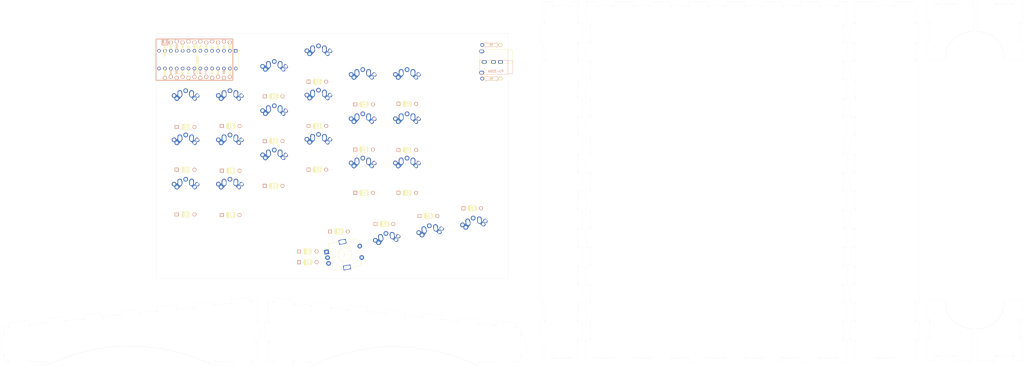
<source format=kicad_pcb>
(kicad_pcb (version 20171130) (host pcbnew 5.1.5+dfsg1-2build2)
  (layers (0 F.Cu signal) (31 B.Cu signal) (34 B.Paste user) (35 F.Paste user) (36 B.SilkS user) (37 F.SilkS user) (38 B.Mask user) (39 F.Mask user) (44 Edge.Cuts user))
  (net 0 "")
  (net 1 Row0)
  (net 2 "Net-(D0-Pad2)")
  (net 3 "Net-(D1-Pad2)")
  (net 4 Row1)
  (net 5 Row2)
  (net 6 "Net-(D2-Pad2)")
  (net 7 Col0)
  (net 8 "Net-(D3-Pad1)")
  (net 9 "Net-(D10-Pad2)")
  (net 10 "Net-(D11-Pad2)")
  (net 11 "Net-(D12-Pad2)")
  (net 12 "Net-(D13-Pad1)")
  (net 13 Col1)
  (net 14 "Net-(D20-Pad2)")
  (net 15 "Net-(D21-Pad2)")
  (net 16 "Net-(D22-Pad2)")
  (net 17 "Net-(D23-Pad2)")
  (net 18 Row3)
  (net 19 "Net-(D30-Pad2)")
  (net 20 "Net-(D31-Pad2)")
  (net 21 "Net-(D32-Pad2)")
  (net 22 "Net-(D33-Pad2)")
  (net 23 "Net-(D40-Pad2)")
  (net 24 "Net-(D41-Pad2)")
  (net 25 "Net-(D42-Pad2)")
  (net 26 "Net-(D43-Pad2)")
  (net 27 "Net-(D50-Pad2)")
  (net 28 "Net-(D51-Pad2)")
  (net 29 "Net-(D52-Pad2)")
  (net 30 "Net-(D53-Pad2)")
  (net 31 SDA)
  (net 32 VCC)
  (net 33 SCL)
  (net 34 Col2)
  (net 35 GND)
  (net 36 Col5)
  (net 37 Col4)
  (net 38 Col3)
  (module Keebio-Parts:RotaryEncoder_EC11 (layer F.Cu) (at 145.08 139.25 10)
    (fp_text reference SW1)
    (fp_text value Rotary_Encoder_Switch)
    (pad A thru_hole rect (at -7.5 -2.5 10) (size 2 2) (drill 1) (layers *.Cu *.Mask) (net 8 "Net-(D3-Pad1)"))
    (pad C thru_hole circle (at -7.5 0 10) (size 2 2) (drill 1) (layers *.Cu *.Mask) (net 18 Row3))
    (pad B thru_hole circle (at -7.5 2.5 10) (size 2 2) (drill 1) (layers *.Cu *.Mask) (net 12 "Net-(D13-Pad1)"))
    (pad "" np_thru_hole rect (at 0 -5.6 10) (size 3.2 2) (drill oval 2.8 1.5) (layers *.Cu *.Mask))
    (pad "" np_thru_hole rect (at 0 5.6 10) (size 3.2 2) (drill oval 2.8 1.5) (layers *.Cu *.Mask))
    (pad S2 thru_hole circle (at 7 -2.5 10) (size 2 2) (drill 1) (layers *.Cu *.Mask) (net 17 "Net-(D23-Pad2)"))
    (pad S1 thru_hole circle (at 7 2.5 10) (size 2 2) (drill 1) (layers *.Cu *.Mask) (net 34 Col2))
  )
  (module Keebio-Parts:Diode (layer F.Cu) (at 76.59 84.3 180)
    (fp_text reference D0 (at 0 0) (layer F.SilkS) (effects (font (size 1.27 1.524) (thickness 0.2032))))
    (fp_text value D hide)
    (pad 2 thru_hole rect (at 3.81 0 180) (size 1.651 1.651) (drill 0.9906) (layers *.Cu *.SilkS *.Mask) (net 2 "Net-(D0-Pad2)"))
    (pad 1 thru_hole circle (at -3.81 0 180) (size 1.651 1.651) (drill 0.9906) (layers *.Cu *.SilkS *.Mask) (net 1 Row0))
  )
  (module Keebio-Parts:Diode (layer F.Cu) (at 76.59 102.7 180)
    (fp_text reference D1 (at 0 0) (layer F.SilkS) (effects (font (size 1.27 1.524) (thickness 0.2032))))
    (fp_text value D hide)
    (pad 2 thru_hole rect (at 3.81 0 180) (size 1.651 1.651) (drill 0.9906) (layers *.Cu *.SilkS *.Mask) (net 3 "Net-(D1-Pad2)"))
    (pad 1 thru_hole circle (at -3.81 0 180) (size 1.651 1.651) (drill 0.9906) (layers *.Cu *.SilkS *.Mask) (net 4 Row1))
  )
  (module Keebio-Parts:Diode (layer F.Cu) (at 76.59 121.95 180)
    (fp_text reference D2 (at 0 0) (layer F.SilkS) (effects (font (size 1.27 1.524) (thickness 0.2032))))
    (fp_text value D hide)
    (pad 2 thru_hole rect (at 3.81 0 180) (size 1.651 1.651) (drill 0.9906) (layers *.Cu *.SilkS *.Mask) (net 6 "Net-(D2-Pad2)"))
    (pad 1 thru_hole circle (at -3.81 0 180) (size 1.651 1.651) (drill 0.9906) (layers *.Cu *.SilkS *.Mask) (net 5 Row2))
  )
  (module Keebio-Parts:Diode (layer F.Cu) (at 129.19 137.9 180)
    (fp_text reference D3 (at 0 0) (layer F.SilkS) (effects (font (size 1.27 1.524) (thickness 0.2032))))
    (fp_text value D03 hide)
    (pad 2 thru_hole rect (at 3.81 0 180) (size 1.651 1.651) (drill 0.9906) (layers *.Cu *.SilkS *.Mask) (net 7 Col0))
    (pad 1 thru_hole circle (at -3.81 0 180) (size 1.651 1.651) (drill 0.9906) (layers *.Cu *.SilkS *.Mask) (net 8 "Net-(D3-Pad1)"))
  )
  (module Keebio-Parts:Diode (layer F.Cu) (at 96 83.9 180)
    (fp_text reference D10 (at 0 0) (layer F.SilkS) (effects (font (size 1.27 1.524) (thickness 0.2032))))
    (fp_text value D10 hide)
    (pad 2 thru_hole rect (at 3.81 0 180) (size 1.651 1.651) (drill 0.9906) (layers *.Cu *.SilkS *.Mask) (net 9 "Net-(D10-Pad2)"))
    (pad 1 thru_hole circle (at -3.81 0 180) (size 1.651 1.651) (drill 0.9906) (layers *.Cu *.SilkS *.Mask) (net 1 Row0))
  )
  (module Keebio-Parts:Diode (layer F.Cu) (at 96 103.15 180)
    (fp_text reference D11 (at 0 0) (layer F.SilkS) (effects (font (size 1.27 1.524) (thickness 0.2032))))
    (fp_text value D11 hide)
    (pad 2 thru_hole rect (at 3.81 0 180) (size 1.651 1.651) (drill 0.9906) (layers *.Cu *.SilkS *.Mask) (net 10 "Net-(D11-Pad2)"))
    (pad 1 thru_hole circle (at -3.81 0 180) (size 1.651 1.651) (drill 0.9906) (layers *.Cu *.SilkS *.Mask) (net 4 Row1))
  )
  (module Keebio-Parts:Diode (layer F.Cu) (at 96 122.2 180)
    (fp_text reference D12 (at 0 0) (layer F.SilkS) (effects (font (size 1.27 1.524) (thickness 0.2032))))
    (fp_text value D12 hide)
    (pad 2 thru_hole rect (at 3.81 0 180) (size 1.651 1.651) (drill 0.9906) (layers *.Cu *.SilkS *.Mask) (net 11 "Net-(D12-Pad2)"))
    (pad 1 thru_hole circle (at -3.81 0 180) (size 1.651 1.651) (drill 0.9906) (layers *.Cu *.SilkS *.Mask) (net 5 Row2))
  )
  (module Keebio-Parts:Diode (layer F.Cu) (at 129.19 142.5 180)
    (fp_text reference D13 (at 0 0) (layer F.SilkS) (effects (font (size 1.27 1.524) (thickness 0.2032))))
    (fp_text value D13 hide)
    (pad 2 thru_hole rect (at 3.81 0 180) (size 1.651 1.651) (drill 0.9906) (layers *.Cu *.SilkS *.Mask) (net 13 Col1))
    (pad 1 thru_hole circle (at -3.81 0 180) (size 1.651 1.651) (drill 0.9906) (layers *.Cu *.SilkS *.Mask) (net 12 "Net-(D13-Pad1)"))
  )
  (module Keebio-Parts:Diode (layer F.Cu) (at 114.49 71.15 180)
    (fp_text reference D20 (at 0 0) (layer F.SilkS) (effects (font (size 1.27 1.524) (thickness 0.2032))))
    (fp_text value D20 hide)
    (pad 2 thru_hole rect (at 3.81 0 180) (size 1.651 1.651) (drill 0.9906) (layers *.Cu *.SilkS *.Mask) (net 14 "Net-(D20-Pad2)"))
    (pad 1 thru_hole circle (at -3.81 0 180) (size 1.651 1.651) (drill 0.9906) (layers *.Cu *.SilkS *.Mask) (net 1 Row0))
  )
  (module Keebio-Parts:Diode (layer F.Cu) (at 114.49 90.4 180)
    (fp_text reference D21 (at 0 0) (layer F.SilkS) (effects (font (size 1.27 1.524) (thickness 0.2032))))
    (fp_text value D21 hide)
    (pad 2 thru_hole rect (at 3.81 0 180) (size 1.651 1.651) (drill 0.9906) (layers *.Cu *.SilkS *.Mask) (net 15 "Net-(D21-Pad2)"))
    (pad 1 thru_hole circle (at -3.81 0 180) (size 1.651 1.651) (drill 0.9906) (layers *.Cu *.SilkS *.Mask) (net 4 Row1))
  )
  (module Keebio-Parts:Diode (layer F.Cu) (at 114.49 109.65 180)
    (fp_text reference D22 (at 0 0) (layer F.SilkS) (effects (font (size 1.27 1.524) (thickness 0.2032))))
    (fp_text value D22 hide)
    (pad 2 thru_hole rect (at 3.81 0 180) (size 1.651 1.651) (drill 0.9906) (layers *.Cu *.SilkS *.Mask) (net 16 "Net-(D22-Pad2)"))
    (pad 1 thru_hole circle (at -3.81 0 180) (size 1.651 1.651) (drill 0.9906) (layers *.Cu *.SilkS *.Mask) (net 5 Row2))
  )
  (module Keebio-Parts:Diode (layer F.Cu) (at 142.59 129.3 180)
    (fp_text reference D23 (at 0 0) (layer F.SilkS) (effects (font (size 1.27 1.524) (thickness 0.2032))))
    (fp_text value D23 hide)
    (pad 2 thru_hole rect (at 3.81 0 180) (size 1.651 1.651) (drill 0.9906) (layers *.Cu *.SilkS *.Mask) (net 17 "Net-(D23-Pad2)"))
    (pad 1 thru_hole circle (at -3.81 0 180) (size 1.651 1.651) (drill 0.9906) (layers *.Cu *.SilkS *.Mask) (net 18 Row3))
  )
  (module Keebio-Parts:Diode (layer F.Cu) (at 133.29 64.85 180)
    (fp_text reference D30 (at 0 0) (layer F.SilkS) (effects (font (size 1.27 1.524) (thickness 0.2032))))
    (fp_text value D30 hide)
    (pad 2 thru_hole rect (at 3.81 0 180) (size 1.651 1.651) (drill 0.9906) (layers *.Cu *.SilkS *.Mask) (net 19 "Net-(D30-Pad2)"))
    (pad 1 thru_hole circle (at -3.81 0 180) (size 1.651 1.651) (drill 0.9906) (layers *.Cu *.SilkS *.Mask) (net 1 Row0))
  )
  (module Keebio-Parts:Diode (layer F.Cu) (at 133.29 83.9 180)
    (fp_text reference D31 (at 0 0) (layer F.SilkS) (effects (font (size 1.27 1.524) (thickness 0.2032))))
    (fp_text value D31 hide)
    (pad 2 thru_hole rect (at 3.81 0 180) (size 1.651 1.651) (drill 0.9906) (layers *.Cu *.SilkS *.Mask) (net 20 "Net-(D31-Pad2)"))
    (pad 1 thru_hole circle (at -3.81 0 180) (size 1.651 1.651) (drill 0.9906) (layers *.Cu *.SilkS *.Mask) (net 4 Row1))
  )
  (module Keebio-Parts:Diode (layer F.Cu) (at 133.29 102.7 180)
    (fp_text reference D32 (at 0 0) (layer F.SilkS) (effects (font (size 1.27 1.524) (thickness 0.2032))))
    (fp_text value D32 hide)
    (pad 2 thru_hole rect (at 3.81 0 180) (size 1.651 1.651) (drill 0.9906) (layers *.Cu *.SilkS *.Mask) (net 21 "Net-(D32-Pad2)"))
    (pad 1 thru_hole circle (at -3.81 0 180) (size 1.651 1.651) (drill 0.9906) (layers *.Cu *.SilkS *.Mask) (net 5 Row2))
  )
  (module Keebio-Parts:Diode (layer F.Cu) (at 162.16 126.05 180)
    (fp_text reference D33 (at 0 0) (layer F.SilkS) (effects (font (size 1.27 1.524) (thickness 0.2032))))
    (fp_text value D33 hide)
    (pad 2 thru_hole rect (at 3.81 0 180) (size 1.651 1.651) (drill 0.9906) (layers *.Cu *.SilkS *.Mask) (net 22 "Net-(D33-Pad2)"))
    (pad 1 thru_hole circle (at -3.81 0 180) (size 1.651 1.651) (drill 0.9906) (layers *.Cu *.SilkS *.Mask) (net 18 Row3))
  )
  (module Keebio-Parts:Diode (layer F.Cu) (at 153.39 74.6 180)
    (fp_text reference D40 (at 0 0) (layer F.SilkS) (effects (font (size 1.27 1.524) (thickness 0.2032))))
    (fp_text value D40 hide)
    (pad 2 thru_hole rect (at 3.81 0 180) (size 1.651 1.651) (drill 0.9906) (layers *.Cu *.SilkS *.Mask) (net 23 "Net-(D40-Pad2)"))
    (pad 1 thru_hole circle (at -3.81 0 180) (size 1.651 1.651) (drill 0.9906) (layers *.Cu *.SilkS *.Mask) (net 1 Row0))
  )
  (module Keebio-Parts:Diode (layer F.Cu) (at 153.39 94.05 180)
    (fp_text reference D41 (at 0 0) (layer F.SilkS) (effects (font (size 1.27 1.524) (thickness 0.2032))))
    (fp_text value D41 hide)
    (pad 2 thru_hole rect (at 3.81 0 180) (size 1.651 1.651) (drill 0.9906) (layers *.Cu *.SilkS *.Mask) (net 24 "Net-(D41-Pad2)"))
    (pad 1 thru_hole circle (at -3.81 0 180) (size 1.651 1.651) (drill 0.9906) (layers *.Cu *.SilkS *.Mask) (net 4 Row1))
  )
  (module Keebio-Parts:Diode (layer F.Cu) (at 153.39 112.65 180)
    (fp_text reference D42 (at 0 0) (layer F.SilkS) (effects (font (size 1.27 1.524) (thickness 0.2032))))
    (fp_text value D42 hide)
    (pad 2 thru_hole rect (at 3.81 0 180) (size 1.651 1.651) (drill 0.9906) (layers *.Cu *.SilkS *.Mask) (net 25 "Net-(D42-Pad2)"))
    (pad 1 thru_hole circle (at -3.81 0 180) (size 1.651 1.651) (drill 0.9906) (layers *.Cu *.SilkS *.Mask) (net 5 Row2))
  )
  (module Keebio-Parts:Diode (layer F.Cu) (at 181.09 122.6 180)
    (fp_text reference D43 (at 0 0) (layer F.SilkS) (effects (font (size 1.27 1.524) (thickness 0.2032))))
    (fp_text value D43 hide)
    (pad 2 thru_hole rect (at 3.81 0 180) (size 1.651 1.651) (drill 0.9906) (layers *.Cu *.SilkS *.Mask) (net 26 "Net-(D43-Pad2)"))
    (pad 1 thru_hole circle (at -3.81 0 180) (size 1.651 1.651) (drill 0.9906) (layers *.Cu *.SilkS *.Mask) (net 18 Row3))
  )
  (module Keebio-Parts:Diode (layer F.Cu) (at 171.99 74.35 180)
    (fp_text reference D50 (at 0 0) (layer F.SilkS) (effects (font (size 1.27 1.524) (thickness 0.2032))))
    (fp_text value D50 hide)
    (pad 2 thru_hole rect (at 3.81 0 180) (size 1.651 1.651) (drill 0.9906) (layers *.Cu *.SilkS *.Mask) (net 27 "Net-(D50-Pad2)"))
    (pad 1 thru_hole circle (at -3.81 0 180) (size 1.651 1.651) (drill 0.9906) (layers *.Cu *.SilkS *.Mask) (net 1 Row0))
  )
  (module Keebio-Parts:Diode (layer F.Cu) (at 171.99 94.25 180)
    (fp_text reference D51 (at 0 0) (layer F.SilkS) (effects (font (size 1.27 1.524) (thickness 0.2032))))
    (fp_text value D51 hide)
    (pad 2 thru_hole rect (at 3.81 0 180) (size 1.651 1.651) (drill 0.9906) (layers *.Cu *.SilkS *.Mask) (net 28 "Net-(D51-Pad2)"))
    (pad 1 thru_hole circle (at -3.81 0 180) (size 1.651 1.651) (drill 0.9906) (layers *.Cu *.SilkS *.Mask) (net 4 Row1))
  )
  (module Keebio-Parts:Diode (layer F.Cu) (at 171.99 112.65 180)
    (fp_text reference D52 (at 0 0) (layer F.SilkS) (effects (font (size 1.27 1.524) (thickness 0.2032))))
    (fp_text value D52 hide)
    (pad 2 thru_hole rect (at 3.81 0 180) (size 1.651 1.651) (drill 0.9906) (layers *.Cu *.SilkS *.Mask) (net 29 "Net-(D52-Pad2)"))
    (pad 1 thru_hole circle (at -3.81 0 180) (size 1.651 1.651) (drill 0.9906) (layers *.Cu *.SilkS *.Mask) (net 5 Row2))
  )
  (module Keebio-Parts:Diode (layer F.Cu) (at 199.96 119.3 180)
    (fp_text reference D53 (at 0 0) (layer F.SilkS) (effects (font (size 1.27 1.524) (thickness 0.2032))))
    (fp_text value D53 hide)
    (pad 2 thru_hole rect (at 3.81 0 180) (size 1.651 1.651) (drill 0.9906) (layers *.Cu *.SilkS *.Mask) (net 30 "Net-(D53-Pad2)"))
    (pad 1 thru_hole circle (at -3.81 0 180) (size 1.651 1.651) (drill 0.9906) (layers *.Cu *.SilkS *.Mask) (net 18 Row3))
  )
  (module Keebio-Parts:Resistor-Compact (layer F.Cu) (at 208.15 63.5 180)
    (fp_text reference R4 (at 0 0) (layer B.SilkS) (effects (font (size 0.8 0.8)) (justify mirror)))
    (fp_text value 5k (at 0 0) (layer F.SilkS) (effects (font (size 0.8 0.8))))
    (pad 1 thru_hole circle (at 3.9 0 180) (size 1.6 1.6) (drill 1) (layers *.Cu *.Mask) (net 32 VCC))
    (pad 2 thru_hole circle (at -3.9 0 180) (size 1.6 1.6) (drill 1) (layers *.Cu *.Mask F.SilkS) (net 31 SDA))
  )
  (module Keebio-Parts:Resistor-Compact (layer F.Cu) (at 208.15 49 180)
    (fp_text reference R5 (at 0 0) (layer B.SilkS) (effects (font (size 0.8 0.8)) (justify mirror)))
    (fp_text value 5k (at 0 0) (layer F.SilkS) (effects (font (size 0.8 0.8))))
    (pad 1 thru_hole circle (at 3.9 0 180) (size 1.6 1.6) (drill 1) (layers *.Cu *.Mask) (net 32 VCC))
    (pad 2 thru_hole circle (at -3.9 0 180) (size 1.6 1.6) (drill 1) (layers *.Cu *.Mask F.SilkS) (net 33 SCL))
  )
  (module Keebio-Parts:ArduinoProMicro-ZigZag (layer B.Cu) (at 81.67 55.34)
    (fp_text reference U1 hide)
    (fp_text value ProMicro hide)
    (fp_text user ST (at -8.92 5.73312 -90) (layer B.SilkS) (effects (font (size 0.8 0.8)) (justify mirror)))
    (fp_text user TX0/D3 (at -13.97 -3.571872 -90) (layer F.SilkS) (effects (font (size 0.8 0.8))))
    (fp_text user TX0/D3 (at -13.97 -3.571872 -90) (layer F.SilkS) (effects (font (size 0.8 0.8))))
    (fp_text user D2 (at -11.43 -5.461 -90) (layer F.SilkS) (effects (font (size 0.8 0.8))))
    (fp_text user D0 (at -1.27 -5.461 -90) (layer F.SilkS) (effects (font (size 0.8 0.8))))
    (fp_text user D1 (at -3.81 -5.461 -90) (layer F.SilkS) (effects (font (size 0.8 0.8))))
    (fp_text user GND (at -6.35 -5.461 -90) (layer F.SilkS) (effects (font (size 0.8 0.8))))
    (fp_text user GND (at -8.89 -5.461 -90) (layer B.SilkS) (effects (font (size 0.8 0.8)) (justify mirror)))
    (fp_text user D4 (at 1.27 -5.461 -90) (layer F.SilkS) (effects (font (size 0.8 0.8))))
    (fp_text user C6 (at 3.81 -5.461 -90) (layer F.SilkS) (effects (font (size 0.8 0.8))))
    (fp_text user D7 (at 6.35 -5.461 -90) (layer F.SilkS) (effects (font (size 0.8 0.8))))
    (fp_text user E6 (at 8.89 -5.461 -90) (layer F.SilkS) (effects (font (size 0.8 0.8))))
    (fp_text user B4 (at 11.43 -5.461 -90) (layer F.SilkS) (effects (font (size 0.8 0.8))))
    (fp_text user B5 (at 13.97 -5.461 -90) (layer F.SilkS) (effects (font (size 0.8 0.8))))
    (fp_text user B6 (at 13.97 5.461 -90) (layer F.SilkS) (effects (font (size 0.8 0.8))))
    (fp_text user B2 (at 11.43 5.461 -90) (layer B.SilkS) (effects (font (size 0.8 0.8)) (justify mirror)))
    (fp_text user B3 (at 8.89 5.461 -90) (layer F.SilkS) (effects (font (size 0.8 0.8))))
    (fp_text user B1 (at 6.35 5.461 -90) (layer F.SilkS) (effects (font (size 0.8 0.8))))
    (fp_text user F7 (at 3.81 5.461 -90) (layer B.SilkS) (effects (font (size 0.8 0.8)) (justify mirror)))
    (fp_text user F6 (at 1.27 5.461 -90) (layer B.SilkS) (effects (font (size 0.8 0.8)) (justify mirror)))
    (fp_text user F5 (at -1.27 5.461 -90) (layer B.SilkS) (effects (font (size 0.8 0.8)) (justify mirror)))
    (fp_text user F4 (at -3.81 5.461 -90) (layer F.SilkS) (effects (font (size 0.8 0.8))))
    (fp_text user VCC (at -6.35 5.461 -90) (layer F.SilkS) (effects (font (size 0.8 0.8))))
    (fp_text user ST (at -8.92 5.73312 -90) (layer B.SilkS) (effects (font (size 0.8 0.8)) (justify mirror)))
    (fp_text user GND (at -11.43 5.461 -90) (layer B.SilkS) (effects (font (size 0.8 0.8)) (justify mirror)))
    (fp_text user RAW (at -13.97 5.461 -90) (layer F.SilkS) (effects (font (size 0.8 0.8))))
    (fp_text user RAW (at -13.97 5.461 -90) (layer F.SilkS) (effects (font (size 0.8 0.8))))
    (fp_text user GND (at -11.43 5.461 -90) (layer F.SilkS) (effects (font (size 0.8 0.8))))
    (fp_text user VCC (at -6.35 5.461 -90) (layer F.SilkS) (effects (font (size 0.8 0.8))))
    (fp_text user F4 (at -3.81 5.461 -90) (layer F.SilkS) (effects (font (size 0.8 0.8))))
    (fp_text user F5 (at -1.27 5.461 -90) (layer B.SilkS) (effects (font (size 0.8 0.8)) (justify mirror)))
    (fp_text user F6 (at 1.27 5.461 -90) (layer B.SilkS) (effects (font (size 0.8 0.8)) (justify mirror)))
    (fp_text user F7 (at 3.81 5.461 -90) (layer B.SilkS) (effects (font (size 0.8 0.8)) (justify mirror)))
    (fp_text user B1 (at 6.35 5.461 -90) (layer F.SilkS) (effects (font (size 0.8 0.8))))
    (fp_text user B3 (at 8.89 5.461 -90) (layer F.SilkS) (effects (font (size 0.8 0.8))))
    (fp_text user B2 (at 11.43 5.461 -90) (layer B.SilkS) (effects (font (size 0.8 0.8)) (justify mirror)))
    (fp_text user B6 (at 13.97 5.461 -90) (layer F.SilkS) (effects (font (size 0.8 0.8))))
    (fp_text user B5 (at 13.97 -5.461 -90) (layer F.SilkS) (effects (font (size 0.8 0.8))))
    (fp_text user B4 (at 11.43 -5.461 -90) (layer F.SilkS) (effects (font (size 0.8 0.8))))
    (fp_text user E6 (at 8.89 -5.461 -90) (layer F.SilkS) (effects (font (size 0.8 0.8))))
    (fp_text user D7 (at 6.35 -5.461 -90) (layer F.SilkS) (effects (font (size 0.8 0.8))))
    (fp_text user C6 (at 3.81 -5.461 -90) (layer F.SilkS) (effects (font (size 0.8 0.8))))
    (fp_text user D4 (at 1.27 -5.461 -90) (layer F.SilkS) (effects (font (size 0.8 0.8))))
    (fp_text user GND (at -8.89 -5.461 -90) (layer F.SilkS) (effects (font (size 0.8 0.8))))
    (fp_text user GND (at -6.35 -5.461 -90) (layer F.SilkS) (effects (font (size 0.8 0.8))))
    (fp_text user D1 (at -3.81 -5.461 -90) (layer F.SilkS) (effects (font (size 0.8 0.8))))
    (fp_text user D0 (at -1.27 -5.461 -90) (layer F.SilkS) (effects (font (size 0.8 0.8))))
    (fp_text user D2 (at -11.43 -5.461 -90) (layer F.SilkS) (effects (font (size 0.8 0.8))))
    (pad 24 thru_hole circle (at -13.97 7.8486) (size 1.7526 1.7526) (drill 1.0922) (layers *.Cu *.SilkS *.Mask))
    (pad 12 thru_hole circle (at 13.97 -7.3914) (size 1.7526 1.7526) (drill 1.0922) (layers *.Cu *.SilkS *.Mask))
    (pad 23 thru_hole circle (at -11.43 7.3914) (size 1.7526 1.7526) (drill 1.0922) (layers *.Cu *.SilkS *.Mask) (net 35 GND))
    (pad 22 thru_hole circle (at -8.89 7.8486) (size 1.7526 1.7526) (drill 1.0922) (layers *.Cu *.SilkS *.Mask))
    (pad 21 thru_hole circle (at -6.35 7.3914) (size 1.7526 1.7526) (drill 1.0922) (layers *.Cu *.SilkS *.Mask) (net 32 VCC))
    (pad 20 thru_hole circle (at -3.81 7.8486) (size 1.7526 1.7526) (drill 1.0922) (layers *.Cu *.SilkS *.Mask))
    (pad 19 thru_hole circle (at -1.27 7.3914) (size 1.7526 1.7526) (drill 1.0922) (layers *.Cu *.SilkS *.Mask))
    (pad 18 thru_hole circle (at 1.27 7.8486) (size 1.7526 1.7526) (drill 1.0922) (layers *.Cu *.SilkS *.Mask) (net 7 Col0))
    (pad 17 thru_hole circle (at 3.81 7.3914) (size 1.7526 1.7526) (drill 1.0922) (layers *.Cu *.SilkS *.Mask) (net 13 Col1))
    (pad 16 thru_hole circle (at 6.35 7.8486) (size 1.7526 1.7526) (drill 1.0922) (layers *.Cu *.SilkS *.Mask) (net 34 Col2))
    (pad 15 thru_hole circle (at 8.89 7.3914) (size 1.7526 1.7526) (drill 1.0922) (layers *.Cu *.SilkS *.Mask) (net 38 Col3))
    (pad 14 thru_hole circle (at 11.43 7.8486) (size 1.7526 1.7526) (drill 1.0922) (layers *.Cu *.SilkS *.Mask) (net 37 Col4))
    (pad 13 thru_hole circle (at 13.97 7.3914) (size 1.7526 1.7526) (drill 1.0922) (layers *.Cu *.SilkS *.Mask) (net 36 Col5))
    (pad 11 thru_hole circle (at 11.43 -7.8486) (size 1.7526 1.7526) (drill 1.0922) (layers *.Cu *.SilkS *.Mask))
    (pad 10 thru_hole circle (at 8.89 -7.3914) (size 1.7526 1.7526) (drill 1.0922) (layers *.Cu *.SilkS *.Mask) (net 18 Row3))
    (pad 9 thru_hole circle (at 6.35 -7.8486) (size 1.7526 1.7526) (drill 1.0922) (layers *.Cu *.SilkS *.Mask) (net 5 Row2))
    (pad 8 thru_hole circle (at 3.81 -7.3914) (size 1.7526 1.7526) (drill 1.0922) (layers *.Cu *.SilkS *.Mask) (net 4 Row1))
    (pad 7 thru_hole circle (at 1.27 -7.8486) (size 1.7526 1.7526) (drill 1.0922) (layers *.Cu *.SilkS *.Mask) (net 1 Row0))
    (pad 6 thru_hole circle (at -1.27 -7.3914) (size 1.7526 1.7526) (drill 1.0922) (layers *.Cu *.SilkS *.Mask) (net 31 SDA))
    (pad 5 thru_hole circle (at -3.81 -7.8486) (size 1.7526 1.7526) (drill 1.0922) (layers *.Cu *.SilkS *.Mask) (net 33 SCL))
    (pad 4 thru_hole circle (at -6.35 -7.3914) (size 1.7526 1.7526) (drill 1.0922) (layers *.Cu *.SilkS *.Mask) (net 35 GND))
    (pad 3 thru_hole circle (at -8.89 -7.8486) (size 1.7526 1.7526) (drill 1.0922) (layers *.Cu *.SilkS *.Mask) (net 35 GND))
    (pad 2 thru_hole circle (at -11.43 -7.3914) (size 1.7526 1.7526) (drill 1.0922) (layers *.Cu *.SilkS *.Mask))
    (pad 1 thru_hole rect (at -13.97 -7.8486) (size 1.7526 1.7526) (drill 1.0922) (layers *.Cu *.SilkS *.Mask))
  )
  (module Keebio-Parts:TRRS-PJ-320A-dual (layer F.Cu) (at 215.3 56.35 270)
    (fp_text reference U2)
    (fp_text value TRRS)
    (fp_text user PJ-320A (at 4 5.25 180) (layer B.SilkS) (effects (justify mirror)))
    (fp_text user PJ-320A (at 4 5.25 180) (layer B.SilkS) (effects (justify mirror)))
    (pad 3 thru_hole oval (at 0 6.2 270) (size 1.6 2.2) (drill oval 0.9 1.5) (layers *.Cu *.Mask) (net 33 SCL))
    (pad "" np_thru_hole circle (at -2.3 1.6 270) (size 1.5 1.5) (drill 1.5) (layers *.Cu *.Mask))
    (pad "" np_thru_hole circle (at -2.3 8.6 270) (size 1.5 1.5) (drill 1.5) (layers *.Cu *.Mask))
    (pad 4 thru_hole oval (at 0 3.2 270) (size 1.6 2.2) (drill oval 0.9 1.5) (layers *.Cu *.Mask) (net 31 SDA))
    (pad 2 thru_hole oval (at 0 10.2 270) (size 1.6 2.2) (drill oval 0.9 1.5) (layers *.Cu *.Mask) (net 35 GND))
    (pad 1 thru_hole oval (at -4.6 11.3 270) (size 1.6 2.2) (drill oval 0.9 1.5) (layers *.Cu *.Mask) (net 32 VCC))
    (pad 1 thru_hole oval (at 4.6 11.3 270) (size 1.6 2.2) (drill oval 0.9 1.5) (layers *.Cu *.Mask) (net 32 VCC))
    (pad "" np_thru_hole circle (at 2.3 1.6 270) (size 1.5 1.5) (drill 1.5) (layers *.Cu *.Mask))
    (pad "" np_thru_hole circle (at 2.3 8.6 270) (size 1.5 1.5) (drill 1.5) (layers *.Cu *.Mask))
  )
  (module Digi:MCP23018 (layer F.Cu) (at 98.18 51.53 270)
    (fp_text reference U3 (at 3.81 16.51 90) (layer F.SilkS))
    (fp_text value MCP23018-E_SP (at 3.81 16.51 90) (layer F.SilkS))
    (fp_text user * (at 0 -1.5113 90) (layer F.SilkS))
    (fp_text user * (at 0 -1.5113 90) (layer F.SilkS))
    (pad 28 thru_hole circle (at 7.62 0 270) (size 1.4986 1.4986) (drill 0.9906) (layers *.Cu *.Mask))
    (pad 27 thru_hole circle (at 7.62 2.54 270) (size 1.4986 1.4986) (drill 0.9906) (layers *.Cu *.Mask))
    (pad 26 thru_hole circle (at 7.62 5.08 270) (size 1.4986 1.4986) (drill 0.9906) (layers *.Cu *.Mask) (net 36 Col5))
    (pad 25 thru_hole circle (at 7.62 7.62 270) (size 1.4986 1.4986) (drill 0.9906) (layers *.Cu *.Mask) (net 37 Col4))
    (pad 24 thru_hole circle (at 7.62 10.16 270) (size 1.4986 1.4986) (drill 0.9906) (layers *.Cu *.Mask) (net 38 Col3))
    (pad 23 thru_hole circle (at 7.62 12.7 270) (size 1.4986 1.4986) (drill 0.9906) (layers *.Cu *.Mask) (net 34 Col2))
    (pad 22 thru_hole circle (at 7.62 15.24 270) (size 1.4986 1.4986) (drill 0.9906) (layers *.Cu *.Mask) (net 13 Col1))
    (pad 21 thru_hole circle (at 7.62 17.78 270) (size 1.4986 1.4986) (drill 0.9906) (layers *.Cu *.Mask) (net 7 Col0))
    (pad 20 thru_hole circle (at 7.62 20.32 270) (size 1.4986 1.4986) (drill 0.9906) (layers *.Cu *.Mask))
    (pad 19 thru_hole circle (at 7.62 22.86 270) (size 1.4986 1.4986) (drill 0.9906) (layers *.Cu *.Mask))
    (pad 18 thru_hole circle (at 7.62 25.4 270) (size 1.4986 1.4986) (drill 0.9906) (layers *.Cu *.Mask))
    (pad 17 thru_hole circle (at 7.62 27.94 270) (size 1.4986 1.4986) (drill 0.9906) (layers *.Cu *.Mask))
    (pad 16 thru_hole circle (at 7.62 30.48 270) (size 1.4986 1.4986) (drill 0.9906) (layers *.Cu *.Mask))
    (pad 15 thru_hole circle (at 7.62 33.02 270) (size 1.4986 1.4986) (drill 0.9906) (layers *.Cu *.Mask))
    (pad 14 thru_hole circle (at 0 33.02 270) (size 1.4986 1.4986) (drill 0.9906) (layers *.Cu *.Mask))
    (pad 13 thru_hole circle (at 0 30.48 270) (size 1.4986 1.4986) (drill 0.9906) (layers *.Cu *.Mask))
    (pad 12 thru_hole circle (at 0 27.94 270) (size 1.4986 1.4986) (drill 0.9906) (layers *.Cu *.Mask))
    (pad 11 thru_hole circle (at 0 25.4 270) (size 1.4986 1.4986) (drill 0.9906) (layers *.Cu *.Mask) (net 32 VCC))
    (pad 10 thru_hole circle (at 0 22.86 270) (size 1.4986 1.4986) (drill 0.9906) (layers *.Cu *.Mask))
    (pad 9 thru_hole circle (at 0 20.32 270) (size 1.4986 1.4986) (drill 0.9906) (layers *.Cu *.Mask))
    (pad 8 thru_hole circle (at 0 17.78 270) (size 1.4986 1.4986) (drill 0.9906) (layers *.Cu *.Mask))
    (pad 7 thru_hole circle (at 0 15.24 270) (size 1.4986 1.4986) (drill 0.9906) (layers *.Cu *.Mask))
    (pad 6 thru_hole circle (at 0 12.7 270) (size 1.4986 1.4986) (drill 0.9906) (layers *.Cu *.Mask) (net 1 Row0))
    (pad 5 thru_hole circle (at 0 10.16 270) (size 1.4986 1.4986) (drill 0.9906) (layers *.Cu *.Mask) (net 4 Row1))
    (pad 4 thru_hole circle (at 0 7.62 270) (size 1.4986 1.4986) (drill 0.9906) (layers *.Cu *.Mask) (net 5 Row2))
    (pad 3 thru_hole circle (at 0 5.08 270) (size 1.4986 1.4986) (drill 0.9906) (layers *.Cu *.Mask) (net 18 Row3))
    (pad 2 thru_hole circle (at 0 2.54 270) (size 1.4986 1.4986) (drill 0.9906) (layers *.Cu *.Mask))
    (pad 1 thru_hole rect (at 0 0 270) (size 1.4986 1.4986) (drill 0.9906) (layers *.Cu *.Mask) (net 35 GND))
  )
  (module Digi:Triple-Dual-1u (layer F.Cu) (at 76.65 74.6)
    (fp_text reference K0 hide)
    (fp_text value K00 hide)
    (pad "" np_thru_hole circle (at -5.5 0) (size 1.7 1.7) (drill 1.7) (layers *.Cu))
    (pad "" np_thru_hole circle (at 5.5 0) (size 1.7 1.7) (drill 1.7) (layers *.Cu))
    (pad 1 thru_hole oval (at 5 -3.8 221.9) (size 1.4 2) (drill 1.2) (layers *.Cu *.Mask) (net 7 Col0))
    (pad 1 thru_hole circle (at -5 -3.8 138.1) (size 2 2) (drill 1.2) (layers *.Cu *.Mask) (net 7 Col0))
    (pad 2 thru_hole circle (at 0 -5.9) (size 2 2) (drill 1.2) (layers *.Cu *.Mask) (net 2 "Net-(D0-Pad2)"))
    (pad 2 smd oval (at 2.52 -4.79 356.055) (size 2 2.581378) (layers B.Cu B.Paste B.Mask) (net 2 "Net-(D0-Pad2)"))
    (pad 2 smd oval (at 3.155 -3.27 221.9) (size 1.5 3.961556) (layers F.Cu F.Paste F.Mask) (net 2 "Net-(D0-Pad2)"))
    (pad 1 smd oval (at -2.52 -4.79 3.945) (size 2 2.581378) (layers F.Cu F.Paste F.Mask) (net 7 Col0))
    (pad 1 smd oval (at -3.155 -3.27 138.1) (size 2 3.961556) (layers F.Cu F.Paste F.Mask) (net 7 Col0))
    (pad 1 thru_hole circle (at -2.54 -5.08 330.95) (size 2 2) (drill 1.2) (layers *.Cu *.Mask) (net 7 Col0))
    (pad 1 thru_hole circle (at -2.5 -4.5 330.95) (size 2 2) (drill 1.4) (layers *.Cu *.Mask) (net 7 Col0))
    (pad 1 smd oval (at -2.52 -4.79 3.945) (size 2 2.581378) (layers B.Cu B.Paste B.Mask) (net 7 Col0))
    (pad 2 thru_hole oval (at 3.81 -2.54 311.9) (size 2 1.5) (drill 1.2) (layers *.Cu *.Mask) (net 2 "Net-(D0-Pad2)"))
    (pad 2 thru_hole circle (at 2.5 -4) (size 2 2) (drill 1.4) (layers *.Cu *.Mask) (net 2 "Net-(D0-Pad2)"))
    (pad 1 smd oval (at -3.155 -3.27 138.1) (size 2 3.961556) (layers B.Cu B.Paste B.Mask) (net 7 Col0))
    (pad 2 smd oval (at 3.155 -3.27 221.9) (size 1.5 3.961556) (layers B.Cu B.Paste B.Mask) (net 2 "Net-(D0-Pad2)"))
    (pad 1 thru_hole circle (at -3.81 -2.54) (size 2 2) (drill oval 1.2) (layers *.Cu *.Mask) (net 7 Col0))
    (pad HOLE np_thru_hole circle (at 5.08 0) (size 1.8 1.8) (drill 1.8) (layers *.Cu))
    (pad HOLE np_thru_hole circle (at -5.08 0) (size 1.8 1.8) (drill 1.8) (layers *.Cu))
    (pad HOLE np_thru_hole circle (at 0 0) (size 3.9878 3.9878) (drill 3.9878) (layers *.Cu))
    (pad 1 thru_hole circle (at -2.5 -4 330.95) (size 2 2) (drill 1.4) (layers *.Cu *.Mask) (net 7 Col0))
    (pad 2 thru_hole circle (at 2.54 -5.08 330.95) (size 2 2) (drill 1.2) (layers *.Cu *.Mask) (net 2 "Net-(D0-Pad2)"))
    (pad 2 thru_hole circle (at 2.5 -4.5 330.95) (size 2 2) (drill 1.4) (layers *.Cu *.Mask) (net 2 "Net-(D0-Pad2)"))
    (pad 2 smd oval (at 2.52 -4.79 356.055) (size 2 2.581378) (layers F.Cu F.Paste F.Mask) (net 2 "Net-(D0-Pad2)"))
  )
  (module Digi:Triple-Dual-1u (layer F.Cu) (at 76.65 93.65)
    (fp_text reference K1 hide)
    (fp_text value K01 hide)
    (pad "" np_thru_hole circle (at -5.5 0) (size 1.7 1.7) (drill 1.7) (layers *.Cu))
    (pad "" np_thru_hole circle (at 5.5 0) (size 1.7 1.7) (drill 1.7) (layers *.Cu))
    (pad 1 thru_hole oval (at 5 -3.8 221.9) (size 1.4 2) (drill 1.2) (layers *.Cu *.Mask) (net 7 Col0))
    (pad 1 thru_hole circle (at -5 -3.8 138.1) (size 2 2) (drill 1.2) (layers *.Cu *.Mask) (net 7 Col0))
    (pad 2 thru_hole circle (at 0 -5.9) (size 2 2) (drill 1.2) (layers *.Cu *.Mask) (net 3 "Net-(D1-Pad2)"))
    (pad 2 smd oval (at 2.52 -4.79 356.055) (size 2 2.581378) (layers B.Cu B.Paste B.Mask) (net 3 "Net-(D1-Pad2)"))
    (pad 2 smd oval (at 3.155 -3.27 221.9) (size 1.5 3.961556) (layers F.Cu F.Paste F.Mask) (net 3 "Net-(D1-Pad2)"))
    (pad 1 smd oval (at -2.52 -4.79 3.945) (size 2 2.581378) (layers F.Cu F.Paste F.Mask) (net 7 Col0))
    (pad 1 smd oval (at -3.155 -3.27 138.1) (size 2 3.961556) (layers F.Cu F.Paste F.Mask) (net 7 Col0))
    (pad 1 thru_hole circle (at -2.54 -5.08 330.95) (size 2 2) (drill 1.2) (layers *.Cu *.Mask) (net 7 Col0))
    (pad 1 thru_hole circle (at -2.5 -4.5 330.95) (size 2 2) (drill 1.4) (layers *.Cu *.Mask) (net 7 Col0))
    (pad 1 smd oval (at -2.52 -4.79 3.945) (size 2 2.581378) (layers B.Cu B.Paste B.Mask) (net 7 Col0))
    (pad 2 thru_hole oval (at 3.81 -2.54 311.9) (size 2 1.5) (drill 1.2) (layers *.Cu *.Mask) (net 3 "Net-(D1-Pad2)"))
    (pad 2 thru_hole circle (at 2.5 -4) (size 2 2) (drill 1.4) (layers *.Cu *.Mask) (net 3 "Net-(D1-Pad2)"))
    (pad 1 smd oval (at -3.155 -3.27 138.1) (size 2 3.961556) (layers B.Cu B.Paste B.Mask) (net 7 Col0))
    (pad 2 smd oval (at 3.155 -3.27 221.9) (size 1.5 3.961556) (layers B.Cu B.Paste B.Mask) (net 3 "Net-(D1-Pad2)"))
    (pad 1 thru_hole circle (at -3.81 -2.54) (size 2 2) (drill oval 1.2) (layers *.Cu *.Mask) (net 7 Col0))
    (pad HOLE np_thru_hole circle (at 5.08 0) (size 1.8 1.8) (drill 1.8) (layers *.Cu))
    (pad HOLE np_thru_hole circle (at -5.08 0) (size 1.8 1.8) (drill 1.8) (layers *.Cu))
    (pad HOLE np_thru_hole circle (at 0 0) (size 3.9878 3.9878) (drill 3.9878) (layers *.Cu))
    (pad 1 thru_hole circle (at -2.5 -4 330.95) (size 2 2) (drill 1.4) (layers *.Cu *.Mask) (net 7 Col0))
    (pad 2 thru_hole circle (at 2.54 -5.08 330.95) (size 2 2) (drill 1.2) (layers *.Cu *.Mask) (net 3 "Net-(D1-Pad2)"))
    (pad 2 thru_hole circle (at 2.5 -4.5 330.95) (size 2 2) (drill 1.4) (layers *.Cu *.Mask) (net 3 "Net-(D1-Pad2)"))
    (pad 2 smd oval (at 2.52 -4.79 356.055) (size 2 2.581378) (layers F.Cu F.Paste F.Mask) (net 3 "Net-(D1-Pad2)"))
  )
  (module Digi:Triple-Dual-1u (layer F.Cu) (at 76.65 112.7)
    (fp_text reference K2 hide)
    (fp_text value K02 hide)
    (pad "" np_thru_hole circle (at -5.5 0) (size 1.7 1.7) (drill 1.7) (layers *.Cu))
    (pad "" np_thru_hole circle (at 5.5 0) (size 1.7 1.7) (drill 1.7) (layers *.Cu))
    (pad 1 thru_hole oval (at 5 -3.8 221.9) (size 1.4 2) (drill 1.2) (layers *.Cu *.Mask) (net 7 Col0))
    (pad 1 thru_hole circle (at -5 -3.8 138.1) (size 2 2) (drill 1.2) (layers *.Cu *.Mask) (net 7 Col0))
    (pad 2 thru_hole circle (at 0 -5.9) (size 2 2) (drill 1.2) (layers *.Cu *.Mask) (net 6 "Net-(D2-Pad2)"))
    (pad 2 smd oval (at 2.52 -4.79 356.055) (size 2 2.581378) (layers B.Cu B.Paste B.Mask) (net 6 "Net-(D2-Pad2)"))
    (pad 2 smd oval (at 3.155 -3.27 221.9) (size 1.5 3.961556) (layers F.Cu F.Paste F.Mask) (net 6 "Net-(D2-Pad2)"))
    (pad 1 smd oval (at -2.52 -4.79 3.945) (size 2 2.581378) (layers F.Cu F.Paste F.Mask) (net 7 Col0))
    (pad 1 smd oval (at -3.155 -3.27 138.1) (size 2 3.961556) (layers F.Cu F.Paste F.Mask) (net 7 Col0))
    (pad 1 thru_hole circle (at -2.54 -5.08 330.95) (size 2 2) (drill 1.2) (layers *.Cu *.Mask) (net 7 Col0))
    (pad 1 thru_hole circle (at -2.5 -4.5 330.95) (size 2 2) (drill 1.4) (layers *.Cu *.Mask) (net 7 Col0))
    (pad 1 smd oval (at -2.52 -4.79 3.945) (size 2 2.581378) (layers B.Cu B.Paste B.Mask) (net 7 Col0))
    (pad 2 thru_hole oval (at 3.81 -2.54 311.9) (size 2 1.5) (drill 1.2) (layers *.Cu *.Mask) (net 6 "Net-(D2-Pad2)"))
    (pad 2 thru_hole circle (at 2.5 -4) (size 2 2) (drill 1.4) (layers *.Cu *.Mask) (net 6 "Net-(D2-Pad2)"))
    (pad 1 smd oval (at -3.155 -3.27 138.1) (size 2 3.961556) (layers B.Cu B.Paste B.Mask) (net 7 Col0))
    (pad 2 smd oval (at 3.155 -3.27 221.9) (size 1.5 3.961556) (layers B.Cu B.Paste B.Mask) (net 6 "Net-(D2-Pad2)"))
    (pad 1 thru_hole circle (at -3.81 -2.54) (size 2 2) (drill oval 1.2) (layers *.Cu *.Mask) (net 7 Col0))
    (pad HOLE np_thru_hole circle (at 5.08 0) (size 1.8 1.8) (drill 1.8) (layers *.Cu))
    (pad HOLE np_thru_hole circle (at -5.08 0) (size 1.8 1.8) (drill 1.8) (layers *.Cu))
    (pad HOLE np_thru_hole circle (at 0 0) (size 3.9878 3.9878) (drill 3.9878) (layers *.Cu))
    (pad 1 thru_hole circle (at -2.5 -4 330.95) (size 2 2) (drill 1.4) (layers *.Cu *.Mask) (net 7 Col0))
    (pad 2 thru_hole circle (at 2.54 -5.08 330.95) (size 2 2) (drill 1.2) (layers *.Cu *.Mask) (net 6 "Net-(D2-Pad2)"))
    (pad 2 thru_hole circle (at 2.5 -4.5 330.95) (size 2 2) (drill 1.4) (layers *.Cu *.Mask) (net 6 "Net-(D2-Pad2)"))
    (pad 2 smd oval (at 2.52 -4.79 356.055) (size 2 2.581378) (layers F.Cu F.Paste F.Mask) (net 6 "Net-(D2-Pad2)"))
  )
  (module Digi:Triple-Dual-1u (layer F.Cu) (at 95.7 74.6)
    (fp_text reference K10 hide)
    (fp_text value K10 hide)
    (pad "" np_thru_hole circle (at -5.5 0) (size 1.7 1.7) (drill 1.7) (layers *.Cu))
    (pad "" np_thru_hole circle (at 5.5 0) (size 1.7 1.7) (drill 1.7) (layers *.Cu))
    (pad 1 thru_hole oval (at 5 -3.8 221.9) (size 1.4 2) (drill 1.2) (layers *.Cu *.Mask) (net 13 Col1))
    (pad 1 thru_hole circle (at -5 -3.8 138.1) (size 2 2) (drill 1.2) (layers *.Cu *.Mask) (net 13 Col1))
    (pad 2 thru_hole circle (at 0 -5.9) (size 2 2) (drill 1.2) (layers *.Cu *.Mask) (net 9 "Net-(D10-Pad2)"))
    (pad 2 smd oval (at 2.52 -4.79 356.055) (size 2 2.581378) (layers B.Cu B.Paste B.Mask) (net 9 "Net-(D10-Pad2)"))
    (pad 2 smd oval (at 3.155 -3.27 221.9) (size 1.5 3.961556) (layers F.Cu F.Paste F.Mask) (net 9 "Net-(D10-Pad2)"))
    (pad 1 smd oval (at -2.52 -4.79 3.945) (size 2 2.581378) (layers F.Cu F.Paste F.Mask) (net 13 Col1))
    (pad 1 smd oval (at -3.155 -3.27 138.1) (size 2 3.961556) (layers F.Cu F.Paste F.Mask) (net 13 Col1))
    (pad 1 thru_hole circle (at -2.54 -5.08 330.95) (size 2 2) (drill 1.2) (layers *.Cu *.Mask) (net 13 Col1))
    (pad 1 thru_hole circle (at -2.5 -4.5 330.95) (size 2 2) (drill 1.4) (layers *.Cu *.Mask) (net 13 Col1))
    (pad 1 smd oval (at -2.52 -4.79 3.945) (size 2 2.581378) (layers B.Cu B.Paste B.Mask) (net 13 Col1))
    (pad 2 thru_hole oval (at 3.81 -2.54 311.9) (size 2 1.5) (drill 1.2) (layers *.Cu *.Mask) (net 9 "Net-(D10-Pad2)"))
    (pad 2 thru_hole circle (at 2.5 -4) (size 2 2) (drill 1.4) (layers *.Cu *.Mask) (net 9 "Net-(D10-Pad2)"))
    (pad 1 smd oval (at -3.155 -3.27 138.1) (size 2 3.961556) (layers B.Cu B.Paste B.Mask) (net 13 Col1))
    (pad 2 smd oval (at 3.155 -3.27 221.9) (size 1.5 3.961556) (layers B.Cu B.Paste B.Mask) (net 9 "Net-(D10-Pad2)"))
    (pad 1 thru_hole circle (at -3.81 -2.54) (size 2 2) (drill oval 1.2) (layers *.Cu *.Mask) (net 13 Col1))
    (pad HOLE np_thru_hole circle (at 5.08 0) (size 1.8 1.8) (drill 1.8) (layers *.Cu))
    (pad HOLE np_thru_hole circle (at -5.08 0) (size 1.8 1.8) (drill 1.8) (layers *.Cu))
    (pad HOLE np_thru_hole circle (at 0 0) (size 3.9878 3.9878) (drill 3.9878) (layers *.Cu))
    (pad 1 thru_hole circle (at -2.5 -4 330.95) (size 2 2) (drill 1.4) (layers *.Cu *.Mask) (net 13 Col1))
    (pad 2 thru_hole circle (at 2.54 -5.08 330.95) (size 2 2) (drill 1.2) (layers *.Cu *.Mask) (net 9 "Net-(D10-Pad2)"))
    (pad 2 thru_hole circle (at 2.5 -4.5 330.95) (size 2 2) (drill 1.4) (layers *.Cu *.Mask) (net 9 "Net-(D10-Pad2)"))
    (pad 2 smd oval (at 2.52 -4.79 356.055) (size 2 2.581378) (layers F.Cu F.Paste F.Mask) (net 9 "Net-(D10-Pad2)"))
  )
  (module Digi:Triple-Dual-1u (layer F.Cu) (at 95.7 93.65)
    (fp_text reference K11 hide)
    (fp_text value K11 hide)
    (pad "" np_thru_hole circle (at -5.5 0) (size 1.7 1.7) (drill 1.7) (layers *.Cu))
    (pad "" np_thru_hole circle (at 5.5 0) (size 1.7 1.7) (drill 1.7) (layers *.Cu))
    (pad 1 thru_hole oval (at 5 -3.8 221.9) (size 1.4 2) (drill 1.2) (layers *.Cu *.Mask) (net 13 Col1))
    (pad 1 thru_hole circle (at -5 -3.8 138.1) (size 2 2) (drill 1.2) (layers *.Cu *.Mask) (net 13 Col1))
    (pad 2 thru_hole circle (at 0 -5.9) (size 2 2) (drill 1.2) (layers *.Cu *.Mask) (net 10 "Net-(D11-Pad2)"))
    (pad 2 smd oval (at 2.52 -4.79 356.055) (size 2 2.581378) (layers B.Cu B.Paste B.Mask) (net 10 "Net-(D11-Pad2)"))
    (pad 2 smd oval (at 3.155 -3.27 221.9) (size 1.5 3.961556) (layers F.Cu F.Paste F.Mask) (net 10 "Net-(D11-Pad2)"))
    (pad 1 smd oval (at -2.52 -4.79 3.945) (size 2 2.581378) (layers F.Cu F.Paste F.Mask) (net 13 Col1))
    (pad 1 smd oval (at -3.155 -3.27 138.1) (size 2 3.961556) (layers F.Cu F.Paste F.Mask) (net 13 Col1))
    (pad 1 thru_hole circle (at -2.54 -5.08 330.95) (size 2 2) (drill 1.2) (layers *.Cu *.Mask) (net 13 Col1))
    (pad 1 thru_hole circle (at -2.5 -4.5 330.95) (size 2 2) (drill 1.4) (layers *.Cu *.Mask) (net 13 Col1))
    (pad 1 smd oval (at -2.52 -4.79 3.945) (size 2 2.581378) (layers B.Cu B.Paste B.Mask) (net 13 Col1))
    (pad 2 thru_hole oval (at 3.81 -2.54 311.9) (size 2 1.5) (drill 1.2) (layers *.Cu *.Mask) (net 10 "Net-(D11-Pad2)"))
    (pad 2 thru_hole circle (at 2.5 -4) (size 2 2) (drill 1.4) (layers *.Cu *.Mask) (net 10 "Net-(D11-Pad2)"))
    (pad 1 smd oval (at -3.155 -3.27 138.1) (size 2 3.961556) (layers B.Cu B.Paste B.Mask) (net 13 Col1))
    (pad 2 smd oval (at 3.155 -3.27 221.9) (size 1.5 3.961556) (layers B.Cu B.Paste B.Mask) (net 10 "Net-(D11-Pad2)"))
    (pad 1 thru_hole circle (at -3.81 -2.54) (size 2 2) (drill oval 1.2) (layers *.Cu *.Mask) (net 13 Col1))
    (pad HOLE np_thru_hole circle (at 5.08 0) (size 1.8 1.8) (drill 1.8) (layers *.Cu))
    (pad HOLE np_thru_hole circle (at -5.08 0) (size 1.8 1.8) (drill 1.8) (layers *.Cu))
    (pad HOLE np_thru_hole circle (at 0 0) (size 3.9878 3.9878) (drill 3.9878) (layers *.Cu))
    (pad 1 thru_hole circle (at -2.5 -4 330.95) (size 2 2) (drill 1.4) (layers *.Cu *.Mask) (net 13 Col1))
    (pad 2 thru_hole circle (at 2.54 -5.08 330.95) (size 2 2) (drill 1.2) (layers *.Cu *.Mask) (net 10 "Net-(D11-Pad2)"))
    (pad 2 thru_hole circle (at 2.5 -4.5 330.95) (size 2 2) (drill 1.4) (layers *.Cu *.Mask) (net 10 "Net-(D11-Pad2)"))
    (pad 2 smd oval (at 2.52 -4.79 356.055) (size 2 2.581378) (layers F.Cu F.Paste F.Mask) (net 10 "Net-(D11-Pad2)"))
  )
  (module Digi:Triple-Dual-1u (layer F.Cu) (at 95.7 112.7)
    (fp_text reference K12 hide)
    (fp_text value K12 hide)
    (pad "" np_thru_hole circle (at -5.5 0) (size 1.7 1.7) (drill 1.7) (layers *.Cu))
    (pad "" np_thru_hole circle (at 5.5 0) (size 1.7 1.7) (drill 1.7) (layers *.Cu))
    (pad 1 thru_hole oval (at 5 -3.8 221.9) (size 1.4 2) (drill 1.2) (layers *.Cu *.Mask) (net 13 Col1))
    (pad 1 thru_hole circle (at -5 -3.8 138.1) (size 2 2) (drill 1.2) (layers *.Cu *.Mask) (net 13 Col1))
    (pad 2 thru_hole circle (at 0 -5.9) (size 2 2) (drill 1.2) (layers *.Cu *.Mask) (net 11 "Net-(D12-Pad2)"))
    (pad 2 smd oval (at 2.52 -4.79 356.055) (size 2 2.581378) (layers B.Cu B.Paste B.Mask) (net 11 "Net-(D12-Pad2)"))
    (pad 2 smd oval (at 3.155 -3.27 221.9) (size 1.5 3.961556) (layers F.Cu F.Paste F.Mask) (net 11 "Net-(D12-Pad2)"))
    (pad 1 smd oval (at -2.52 -4.79 3.945) (size 2 2.581378) (layers F.Cu F.Paste F.Mask) (net 13 Col1))
    (pad 1 smd oval (at -3.155 -3.27 138.1) (size 2 3.961556) (layers F.Cu F.Paste F.Mask) (net 13 Col1))
    (pad 1 thru_hole circle (at -2.54 -5.08 330.95) (size 2 2) (drill 1.2) (layers *.Cu *.Mask) (net 13 Col1))
    (pad 1 thru_hole circle (at -2.5 -4.5 330.95) (size 2 2) (drill 1.4) (layers *.Cu *.Mask) (net 13 Col1))
    (pad 1 smd oval (at -2.52 -4.79 3.945) (size 2 2.581378) (layers B.Cu B.Paste B.Mask) (net 13 Col1))
    (pad 2 thru_hole oval (at 3.81 -2.54 311.9) (size 2 1.5) (drill 1.2) (layers *.Cu *.Mask) (net 11 "Net-(D12-Pad2)"))
    (pad 2 thru_hole circle (at 2.5 -4) (size 2 2) (drill 1.4) (layers *.Cu *.Mask) (net 11 "Net-(D12-Pad2)"))
    (pad 1 smd oval (at -3.155 -3.27 138.1) (size 2 3.961556) (layers B.Cu B.Paste B.Mask) (net 13 Col1))
    (pad 2 smd oval (at 3.155 -3.27 221.9) (size 1.5 3.961556) (layers B.Cu B.Paste B.Mask) (net 11 "Net-(D12-Pad2)"))
    (pad 1 thru_hole circle (at -3.81 -2.54) (size 2 2) (drill oval 1.2) (layers *.Cu *.Mask) (net 13 Col1))
    (pad HOLE np_thru_hole circle (at 5.08 0) (size 1.8 1.8) (drill 1.8) (layers *.Cu))
    (pad HOLE np_thru_hole circle (at -5.08 0) (size 1.8 1.8) (drill 1.8) (layers *.Cu))
    (pad HOLE np_thru_hole circle (at 0 0) (size 3.9878 3.9878) (drill 3.9878) (layers *.Cu))
    (pad 1 thru_hole circle (at -2.5 -4 330.95) (size 2 2) (drill 1.4) (layers *.Cu *.Mask) (net 13 Col1))
    (pad 2 thru_hole circle (at 2.54 -5.08 330.95) (size 2 2) (drill 1.2) (layers *.Cu *.Mask) (net 11 "Net-(D12-Pad2)"))
    (pad 2 thru_hole circle (at 2.5 -4.5 330.95) (size 2 2) (drill 1.4) (layers *.Cu *.Mask) (net 11 "Net-(D12-Pad2)"))
    (pad 2 smd oval (at 2.52 -4.79 356.055) (size 2 2.581378) (layers F.Cu F.Paste F.Mask) (net 11 "Net-(D12-Pad2)"))
  )
  (module Digi:Triple-Dual-1u (layer F.Cu) (at 114.75 62.03)
    (fp_text reference K20 hide)
    (fp_text value K20 hide)
    (pad "" np_thru_hole circle (at -5.5 0) (size 1.7 1.7) (drill 1.7) (layers *.Cu))
    (pad "" np_thru_hole circle (at 5.5 0) (size 1.7 1.7) (drill 1.7) (layers *.Cu))
    (pad 1 thru_hole oval (at 5 -3.8 221.9) (size 1.4 2) (drill 1.2) (layers *.Cu *.Mask) (net 34 Col2))
    (pad 1 thru_hole circle (at -5 -3.8 138.1) (size 2 2) (drill 1.2) (layers *.Cu *.Mask) (net 34 Col2))
    (pad 2 thru_hole circle (at 0 -5.9) (size 2 2) (drill 1.2) (layers *.Cu *.Mask) (net 14 "Net-(D20-Pad2)"))
    (pad 2 smd oval (at 2.52 -4.79 356.055) (size 2 2.581378) (layers B.Cu B.Paste B.Mask) (net 14 "Net-(D20-Pad2)"))
    (pad 2 smd oval (at 3.155 -3.27 221.9) (size 1.5 3.961556) (layers F.Cu F.Paste F.Mask) (net 14 "Net-(D20-Pad2)"))
    (pad 1 smd oval (at -2.52 -4.79 3.945) (size 2 2.581378) (layers F.Cu F.Paste F.Mask) (net 34 Col2))
    (pad 1 smd oval (at -3.155 -3.27 138.1) (size 2 3.961556) (layers F.Cu F.Paste F.Mask) (net 34 Col2))
    (pad 1 thru_hole circle (at -2.54 -5.08 330.95) (size 2 2) (drill 1.2) (layers *.Cu *.Mask) (net 34 Col2))
    (pad 1 thru_hole circle (at -2.5 -4.5 330.95) (size 2 2) (drill 1.4) (layers *.Cu *.Mask) (net 34 Col2))
    (pad 1 smd oval (at -2.52 -4.79 3.945) (size 2 2.581378) (layers B.Cu B.Paste B.Mask) (net 34 Col2))
    (pad 2 thru_hole oval (at 3.81 -2.54 311.9) (size 2 1.5) (drill 1.2) (layers *.Cu *.Mask) (net 14 "Net-(D20-Pad2)"))
    (pad 2 thru_hole circle (at 2.5 -4) (size 2 2) (drill 1.4) (layers *.Cu *.Mask) (net 14 "Net-(D20-Pad2)"))
    (pad 1 smd oval (at -3.155 -3.27 138.1) (size 2 3.961556) (layers B.Cu B.Paste B.Mask) (net 34 Col2))
    (pad 2 smd oval (at 3.155 -3.27 221.9) (size 1.5 3.961556) (layers B.Cu B.Paste B.Mask) (net 14 "Net-(D20-Pad2)"))
    (pad 1 thru_hole circle (at -3.81 -2.54) (size 2 2) (drill oval 1.2) (layers *.Cu *.Mask) (net 34 Col2))
    (pad HOLE np_thru_hole circle (at 5.08 0) (size 1.8 1.8) (drill 1.8) (layers *.Cu))
    (pad HOLE np_thru_hole circle (at -5.08 0) (size 1.8 1.8) (drill 1.8) (layers *.Cu))
    (pad HOLE np_thru_hole circle (at 0 0) (size 3.9878 3.9878) (drill 3.9878) (layers *.Cu))
    (pad 1 thru_hole circle (at -2.5 -4 330.95) (size 2 2) (drill 1.4) (layers *.Cu *.Mask) (net 34 Col2))
    (pad 2 thru_hole circle (at 2.54 -5.08 330.95) (size 2 2) (drill 1.2) (layers *.Cu *.Mask) (net 14 "Net-(D20-Pad2)"))
    (pad 2 thru_hole circle (at 2.5 -4.5 330.95) (size 2 2) (drill 1.4) (layers *.Cu *.Mask) (net 14 "Net-(D20-Pad2)"))
    (pad 2 smd oval (at 2.52 -4.79 356.055) (size 2 2.581378) (layers F.Cu F.Paste F.Mask) (net 14 "Net-(D20-Pad2)"))
  )
  (module Digi:Triple-Dual-1u (layer F.Cu) (at 114.75 81.08)
    (fp_text reference K21 hide)
    (fp_text value K21 hide)
    (pad "" np_thru_hole circle (at -5.5 0) (size 1.7 1.7) (drill 1.7) (layers *.Cu))
    (pad "" np_thru_hole circle (at 5.5 0) (size 1.7 1.7) (drill 1.7) (layers *.Cu))
    (pad 1 thru_hole oval (at 5 -3.8 221.9) (size 1.4 2) (drill 1.2) (layers *.Cu *.Mask) (net 34 Col2))
    (pad 1 thru_hole circle (at -5 -3.8 138.1) (size 2 2) (drill 1.2) (layers *.Cu *.Mask) (net 34 Col2))
    (pad 2 thru_hole circle (at 0 -5.9) (size 2 2) (drill 1.2) (layers *.Cu *.Mask) (net 15 "Net-(D21-Pad2)"))
    (pad 2 smd oval (at 2.52 -4.79 356.055) (size 2 2.581378) (layers B.Cu B.Paste B.Mask) (net 15 "Net-(D21-Pad2)"))
    (pad 2 smd oval (at 3.155 -3.27 221.9) (size 1.5 3.961556) (layers F.Cu F.Paste F.Mask) (net 15 "Net-(D21-Pad2)"))
    (pad 1 smd oval (at -2.52 -4.79 3.945) (size 2 2.581378) (layers F.Cu F.Paste F.Mask) (net 34 Col2))
    (pad 1 smd oval (at -3.155 -3.27 138.1) (size 2 3.961556) (layers F.Cu F.Paste F.Mask) (net 34 Col2))
    (pad 1 thru_hole circle (at -2.54 -5.08 330.95) (size 2 2) (drill 1.2) (layers *.Cu *.Mask) (net 34 Col2))
    (pad 1 thru_hole circle (at -2.5 -4.5 330.95) (size 2 2) (drill 1.4) (layers *.Cu *.Mask) (net 34 Col2))
    (pad 1 smd oval (at -2.52 -4.79 3.945) (size 2 2.581378) (layers B.Cu B.Paste B.Mask) (net 34 Col2))
    (pad 2 thru_hole oval (at 3.81 -2.54 311.9) (size 2 1.5) (drill 1.2) (layers *.Cu *.Mask) (net 15 "Net-(D21-Pad2)"))
    (pad 2 thru_hole circle (at 2.5 -4) (size 2 2) (drill 1.4) (layers *.Cu *.Mask) (net 15 "Net-(D21-Pad2)"))
    (pad 1 smd oval (at -3.155 -3.27 138.1) (size 2 3.961556) (layers B.Cu B.Paste B.Mask) (net 34 Col2))
    (pad 2 smd oval (at 3.155 -3.27 221.9) (size 1.5 3.961556) (layers B.Cu B.Paste B.Mask) (net 15 "Net-(D21-Pad2)"))
    (pad 1 thru_hole circle (at -3.81 -2.54) (size 2 2) (drill oval 1.2) (layers *.Cu *.Mask) (net 34 Col2))
    (pad HOLE np_thru_hole circle (at 5.08 0) (size 1.8 1.8) (drill 1.8) (layers *.Cu))
    (pad HOLE np_thru_hole circle (at -5.08 0) (size 1.8 1.8) (drill 1.8) (layers *.Cu))
    (pad HOLE np_thru_hole circle (at 0 0) (size 3.9878 3.9878) (drill 3.9878) (layers *.Cu))
    (pad 1 thru_hole circle (at -2.5 -4 330.95) (size 2 2) (drill 1.4) (layers *.Cu *.Mask) (net 34 Col2))
    (pad 2 thru_hole circle (at 2.54 -5.08 330.95) (size 2 2) (drill 1.2) (layers *.Cu *.Mask) (net 15 "Net-(D21-Pad2)"))
    (pad 2 thru_hole circle (at 2.5 -4.5 330.95) (size 2 2) (drill 1.4) (layers *.Cu *.Mask) (net 15 "Net-(D21-Pad2)"))
    (pad 2 smd oval (at 2.52 -4.79 356.055) (size 2 2.581378) (layers F.Cu F.Paste F.Mask) (net 15 "Net-(D21-Pad2)"))
  )
  (module Digi:Triple-Dual-1u (layer F.Cu) (at 114.75 100.13)
    (fp_text reference K22 hide)
    (fp_text value K22 hide)
    (pad "" np_thru_hole circle (at -5.5 0) (size 1.7 1.7) (drill 1.7) (layers *.Cu))
    (pad "" np_thru_hole circle (at 5.5 0) (size 1.7 1.7) (drill 1.7) (layers *.Cu))
    (pad 1 thru_hole oval (at 5 -3.8 221.9) (size 1.4 2) (drill 1.2) (layers *.Cu *.Mask) (net 34 Col2))
    (pad 1 thru_hole circle (at -5 -3.8 138.1) (size 2 2) (drill 1.2) (layers *.Cu *.Mask) (net 34 Col2))
    (pad 2 thru_hole circle (at 0 -5.9) (size 2 2) (drill 1.2) (layers *.Cu *.Mask) (net 16 "Net-(D22-Pad2)"))
    (pad 2 smd oval (at 2.52 -4.79 356.055) (size 2 2.581378) (layers B.Cu B.Paste B.Mask) (net 16 "Net-(D22-Pad2)"))
    (pad 2 smd oval (at 3.155 -3.27 221.9) (size 1.5 3.961556) (layers F.Cu F.Paste F.Mask) (net 16 "Net-(D22-Pad2)"))
    (pad 1 smd oval (at -2.52 -4.79 3.945) (size 2 2.581378) (layers F.Cu F.Paste F.Mask) (net 34 Col2))
    (pad 1 smd oval (at -3.155 -3.27 138.1) (size 2 3.961556) (layers F.Cu F.Paste F.Mask) (net 34 Col2))
    (pad 1 thru_hole circle (at -2.54 -5.08 330.95) (size 2 2) (drill 1.2) (layers *.Cu *.Mask) (net 34 Col2))
    (pad 1 thru_hole circle (at -2.5 -4.5 330.95) (size 2 2) (drill 1.4) (layers *.Cu *.Mask) (net 34 Col2))
    (pad 1 smd oval (at -2.52 -4.79 3.945) (size 2 2.581378) (layers B.Cu B.Paste B.Mask) (net 34 Col2))
    (pad 2 thru_hole oval (at 3.81 -2.54 311.9) (size 2 1.5) (drill 1.2) (layers *.Cu *.Mask) (net 16 "Net-(D22-Pad2)"))
    (pad 2 thru_hole circle (at 2.5 -4) (size 2 2) (drill 1.4) (layers *.Cu *.Mask) (net 16 "Net-(D22-Pad2)"))
    (pad 1 smd oval (at -3.155 -3.27 138.1) (size 2 3.961556) (layers B.Cu B.Paste B.Mask) (net 34 Col2))
    (pad 2 smd oval (at 3.155 -3.27 221.9) (size 1.5 3.961556) (layers B.Cu B.Paste B.Mask) (net 16 "Net-(D22-Pad2)"))
    (pad 1 thru_hole circle (at -3.81 -2.54) (size 2 2) (drill oval 1.2) (layers *.Cu *.Mask) (net 34 Col2))
    (pad HOLE np_thru_hole circle (at 5.08 0) (size 1.8 1.8) (drill 1.8) (layers *.Cu))
    (pad HOLE np_thru_hole circle (at -5.08 0) (size 1.8 1.8) (drill 1.8) (layers *.Cu))
    (pad HOLE np_thru_hole circle (at 0 0) (size 3.9878 3.9878) (drill 3.9878) (layers *.Cu))
    (pad 1 thru_hole circle (at -2.5 -4 330.95) (size 2 2) (drill 1.4) (layers *.Cu *.Mask) (net 34 Col2))
    (pad 2 thru_hole circle (at 2.54 -5.08 330.95) (size 2 2) (drill 1.2) (layers *.Cu *.Mask) (net 16 "Net-(D22-Pad2)"))
    (pad 2 thru_hole circle (at 2.5 -4.5 330.95) (size 2 2) (drill 1.4) (layers *.Cu *.Mask) (net 16 "Net-(D22-Pad2)"))
    (pad 2 smd oval (at 2.52 -4.79 356.055) (size 2 2.581378) (layers F.Cu F.Paste F.Mask) (net 16 "Net-(D22-Pad2)"))
  )
  (module Digi:Triple-Dual-1u (layer F.Cu) (at 133.8 55.32)
    (fp_text reference K30 hide)
    (fp_text value K30 hide)
    (pad "" np_thru_hole circle (at -5.5 0) (size 1.7 1.7) (drill 1.7) (layers *.Cu))
    (pad "" np_thru_hole circle (at 5.5 0) (size 1.7 1.7) (drill 1.7) (layers *.Cu))
    (pad 1 thru_hole oval (at 5 -3.8 221.9) (size 1.4 2) (drill 1.2) (layers *.Cu *.Mask) (net 38 Col3))
    (pad 1 thru_hole circle (at -5 -3.8 138.1) (size 2 2) (drill 1.2) (layers *.Cu *.Mask) (net 38 Col3))
    (pad 2 thru_hole circle (at 0 -5.9) (size 2 2) (drill 1.2) (layers *.Cu *.Mask) (net 19 "Net-(D30-Pad2)"))
    (pad 2 smd oval (at 2.52 -4.79 356.055) (size 2 2.581378) (layers B.Cu B.Paste B.Mask) (net 19 "Net-(D30-Pad2)"))
    (pad 2 smd oval (at 3.155 -3.27 221.9) (size 1.5 3.961556) (layers F.Cu F.Paste F.Mask) (net 19 "Net-(D30-Pad2)"))
    (pad 1 smd oval (at -2.52 -4.79 3.945) (size 2 2.581378) (layers F.Cu F.Paste F.Mask) (net 38 Col3))
    (pad 1 smd oval (at -3.155 -3.27 138.1) (size 2 3.961556) (layers F.Cu F.Paste F.Mask) (net 38 Col3))
    (pad 1 thru_hole circle (at -2.54 -5.08 330.95) (size 2 2) (drill 1.2) (layers *.Cu *.Mask) (net 38 Col3))
    (pad 1 thru_hole circle (at -2.5 -4.5 330.95) (size 2 2) (drill 1.4) (layers *.Cu *.Mask) (net 38 Col3))
    (pad 1 smd oval (at -2.52 -4.79 3.945) (size 2 2.581378) (layers B.Cu B.Paste B.Mask) (net 38 Col3))
    (pad 2 thru_hole oval (at 3.81 -2.54 311.9) (size 2 1.5) (drill 1.2) (layers *.Cu *.Mask) (net 19 "Net-(D30-Pad2)"))
    (pad 2 thru_hole circle (at 2.5 -4) (size 2 2) (drill 1.4) (layers *.Cu *.Mask) (net 19 "Net-(D30-Pad2)"))
    (pad 1 smd oval (at -3.155 -3.27 138.1) (size 2 3.961556) (layers B.Cu B.Paste B.Mask) (net 38 Col3))
    (pad 2 smd oval (at 3.155 -3.27 221.9) (size 1.5 3.961556) (layers B.Cu B.Paste B.Mask) (net 19 "Net-(D30-Pad2)"))
    (pad 1 thru_hole circle (at -3.81 -2.54) (size 2 2) (drill oval 1.2) (layers *.Cu *.Mask) (net 38 Col3))
    (pad HOLE np_thru_hole circle (at 5.08 0) (size 1.8 1.8) (drill 1.8) (layers *.Cu))
    (pad HOLE np_thru_hole circle (at -5.08 0) (size 1.8 1.8) (drill 1.8) (layers *.Cu))
    (pad HOLE np_thru_hole circle (at 0 0) (size 3.9878 3.9878) (drill 3.9878) (layers *.Cu))
    (pad 1 thru_hole circle (at -2.5 -4 330.95) (size 2 2) (drill 1.4) (layers *.Cu *.Mask) (net 38 Col3))
    (pad 2 thru_hole circle (at 2.54 -5.08 330.95) (size 2 2) (drill 1.2) (layers *.Cu *.Mask) (net 19 "Net-(D30-Pad2)"))
    (pad 2 thru_hole circle (at 2.5 -4.5 330.95) (size 2 2) (drill 1.4) (layers *.Cu *.Mask) (net 19 "Net-(D30-Pad2)"))
    (pad 2 smd oval (at 2.52 -4.79 356.055) (size 2 2.581378) (layers F.Cu F.Paste F.Mask) (net 19 "Net-(D30-Pad2)"))
  )
  (module Digi:Triple-Dual-1u (layer F.Cu) (at 133.8 74.37)
    (fp_text reference K31 hide)
    (fp_text value K31 hide)
    (pad "" np_thru_hole circle (at -5.5 0) (size 1.7 1.7) (drill 1.7) (layers *.Cu))
    (pad "" np_thru_hole circle (at 5.5 0) (size 1.7 1.7) (drill 1.7) (layers *.Cu))
    (pad 1 thru_hole oval (at 5 -3.8 221.9) (size 1.4 2) (drill 1.2) (layers *.Cu *.Mask) (net 38 Col3))
    (pad 1 thru_hole circle (at -5 -3.8 138.1) (size 2 2) (drill 1.2) (layers *.Cu *.Mask) (net 38 Col3))
    (pad 2 thru_hole circle (at 0 -5.9) (size 2 2) (drill 1.2) (layers *.Cu *.Mask) (net 20 "Net-(D31-Pad2)"))
    (pad 2 smd oval (at 2.52 -4.79 356.055) (size 2 2.581378) (layers B.Cu B.Paste B.Mask) (net 20 "Net-(D31-Pad2)"))
    (pad 2 smd oval (at 3.155 -3.27 221.9) (size 1.5 3.961556) (layers F.Cu F.Paste F.Mask) (net 20 "Net-(D31-Pad2)"))
    (pad 1 smd oval (at -2.52 -4.79 3.945) (size 2 2.581378) (layers F.Cu F.Paste F.Mask) (net 38 Col3))
    (pad 1 smd oval (at -3.155 -3.27 138.1) (size 2 3.961556) (layers F.Cu F.Paste F.Mask) (net 38 Col3))
    (pad 1 thru_hole circle (at -2.54 -5.08 330.95) (size 2 2) (drill 1.2) (layers *.Cu *.Mask) (net 38 Col3))
    (pad 1 thru_hole circle (at -2.5 -4.5 330.95) (size 2 2) (drill 1.4) (layers *.Cu *.Mask) (net 38 Col3))
    (pad 1 smd oval (at -2.52 -4.79 3.945) (size 2 2.581378) (layers B.Cu B.Paste B.Mask) (net 38 Col3))
    (pad 2 thru_hole oval (at 3.81 -2.54 311.9) (size 2 1.5) (drill 1.2) (layers *.Cu *.Mask) (net 20 "Net-(D31-Pad2)"))
    (pad 2 thru_hole circle (at 2.5 -4) (size 2 2) (drill 1.4) (layers *.Cu *.Mask) (net 20 "Net-(D31-Pad2)"))
    (pad 1 smd oval (at -3.155 -3.27 138.1) (size 2 3.961556) (layers B.Cu B.Paste B.Mask) (net 38 Col3))
    (pad 2 smd oval (at 3.155 -3.27 221.9) (size 1.5 3.961556) (layers B.Cu B.Paste B.Mask) (net 20 "Net-(D31-Pad2)"))
    (pad 1 thru_hole circle (at -3.81 -2.54) (size 2 2) (drill oval 1.2) (layers *.Cu *.Mask) (net 38 Col3))
    (pad HOLE np_thru_hole circle (at 5.08 0) (size 1.8 1.8) (drill 1.8) (layers *.Cu))
    (pad HOLE np_thru_hole circle (at -5.08 0) (size 1.8 1.8) (drill 1.8) (layers *.Cu))
    (pad HOLE np_thru_hole circle (at 0 0) (size 3.9878 3.9878) (drill 3.9878) (layers *.Cu))
    (pad 1 thru_hole circle (at -2.5 -4 330.95) (size 2 2) (drill 1.4) (layers *.Cu *.Mask) (net 38 Col3))
    (pad 2 thru_hole circle (at 2.54 -5.08 330.95) (size 2 2) (drill 1.2) (layers *.Cu *.Mask) (net 20 "Net-(D31-Pad2)"))
    (pad 2 thru_hole circle (at 2.5 -4.5 330.95) (size 2 2) (drill 1.4) (layers *.Cu *.Mask) (net 20 "Net-(D31-Pad2)"))
    (pad 2 smd oval (at 2.52 -4.79 356.055) (size 2 2.581378) (layers F.Cu F.Paste F.Mask) (net 20 "Net-(D31-Pad2)"))
  )
  (module Digi:Triple-Dual-1u (layer F.Cu) (at 133.8 93.42)
    (fp_text reference K32 hide)
    (fp_text value K32 hide)
    (pad "" np_thru_hole circle (at -5.5 0) (size 1.7 1.7) (drill 1.7) (layers *.Cu))
    (pad "" np_thru_hole circle (at 5.5 0) (size 1.7 1.7) (drill 1.7) (layers *.Cu))
    (pad 1 thru_hole oval (at 5 -3.8 221.9) (size 1.4 2) (drill 1.2) (layers *.Cu *.Mask) (net 38 Col3))
    (pad 1 thru_hole circle (at -5 -3.8 138.1) (size 2 2) (drill 1.2) (layers *.Cu *.Mask) (net 38 Col3))
    (pad 2 thru_hole circle (at 0 -5.9) (size 2 2) (drill 1.2) (layers *.Cu *.Mask) (net 21 "Net-(D32-Pad2)"))
    (pad 2 smd oval (at 2.52 -4.79 356.055) (size 2 2.581378) (layers B.Cu B.Paste B.Mask) (net 21 "Net-(D32-Pad2)"))
    (pad 2 smd oval (at 3.155 -3.27 221.9) (size 1.5 3.961556) (layers F.Cu F.Paste F.Mask) (net 21 "Net-(D32-Pad2)"))
    (pad 1 smd oval (at -2.52 -4.79 3.945) (size 2 2.581378) (layers F.Cu F.Paste F.Mask) (net 38 Col3))
    (pad 1 smd oval (at -3.155 -3.27 138.1) (size 2 3.961556) (layers F.Cu F.Paste F.Mask) (net 38 Col3))
    (pad 1 thru_hole circle (at -2.54 -5.08 330.95) (size 2 2) (drill 1.2) (layers *.Cu *.Mask) (net 38 Col3))
    (pad 1 thru_hole circle (at -2.5 -4.5 330.95) (size 2 2) (drill 1.4) (layers *.Cu *.Mask) (net 38 Col3))
    (pad 1 smd oval (at -2.52 -4.79 3.945) (size 2 2.581378) (layers B.Cu B.Paste B.Mask) (net 38 Col3))
    (pad 2 thru_hole oval (at 3.81 -2.54 311.9) (size 2 1.5) (drill 1.2) (layers *.Cu *.Mask) (net 21 "Net-(D32-Pad2)"))
    (pad 2 thru_hole circle (at 2.5 -4) (size 2 2) (drill 1.4) (layers *.Cu *.Mask) (net 21 "Net-(D32-Pad2)"))
    (pad 1 smd oval (at -3.155 -3.27 138.1) (size 2 3.961556) (layers B.Cu B.Paste B.Mask) (net 38 Col3))
    (pad 2 smd oval (at 3.155 -3.27 221.9) (size 1.5 3.961556) (layers B.Cu B.Paste B.Mask) (net 21 "Net-(D32-Pad2)"))
    (pad 1 thru_hole circle (at -3.81 -2.54) (size 2 2) (drill oval 1.2) (layers *.Cu *.Mask) (net 38 Col3))
    (pad HOLE np_thru_hole circle (at 5.08 0) (size 1.8 1.8) (drill 1.8) (layers *.Cu))
    (pad HOLE np_thru_hole circle (at -5.08 0) (size 1.8 1.8) (drill 1.8) (layers *.Cu))
    (pad HOLE np_thru_hole circle (at 0 0) (size 3.9878 3.9878) (drill 3.9878) (layers *.Cu))
    (pad 1 thru_hole circle (at -2.5 -4 330.95) (size 2 2) (drill 1.4) (layers *.Cu *.Mask) (net 38 Col3))
    (pad 2 thru_hole circle (at 2.54 -5.08 330.95) (size 2 2) (drill 1.2) (layers *.Cu *.Mask) (net 21 "Net-(D32-Pad2)"))
    (pad 2 thru_hole circle (at 2.5 -4.5 330.95) (size 2 2) (drill 1.4) (layers *.Cu *.Mask) (net 21 "Net-(D32-Pad2)"))
    (pad 2 smd oval (at 2.52 -4.79 356.055) (size 2 2.581378) (layers F.Cu F.Paste F.Mask) (net 21 "Net-(D32-Pad2)"))
  )
  (module Digi:Triple-Dual-1u (layer F.Cu) (at 163.84 135.95 10)
    (fp_text reference K33 hide)
    (fp_text value K33 hide)
    (pad "" np_thru_hole circle (at -5.5 0 10) (size 1.7 1.7) (drill 1.7) (layers *.Cu))
    (pad "" np_thru_hole circle (at 5.5 0 10) (size 1.7 1.7) (drill 1.7) (layers *.Cu))
    (pad 1 thru_hole oval (at 5 -3.8 231.9) (size 1.4 2) (drill 1.2) (layers *.Cu *.Mask) (net 38 Col3))
    (pad 1 thru_hole circle (at -5 -3.8 148.1) (size 2 2) (drill 1.2) (layers *.Cu *.Mask) (net 38 Col3))
    (pad 2 thru_hole circle (at 0 -5.9 10) (size 2 2) (drill 1.2) (layers *.Cu *.Mask) (net 22 "Net-(D33-Pad2)"))
    (pad 2 smd oval (at 2.52 -4.79 6.055) (size 2 2.581378) (layers B.Cu B.Paste B.Mask) (net 22 "Net-(D33-Pad2)"))
    (pad 2 smd oval (at 3.155 -3.27 231.9) (size 1.5 3.961556) (layers F.Cu F.Paste F.Mask) (net 22 "Net-(D33-Pad2)"))
    (pad 1 smd oval (at -2.52 -4.79 13.945) (size 2 2.581378) (layers F.Cu F.Paste F.Mask) (net 38 Col3))
    (pad 1 smd oval (at -3.155 -3.27 148.1) (size 2 3.961556) (layers F.Cu F.Paste F.Mask) (net 38 Col3))
    (pad 1 thru_hole circle (at -2.54 -5.08 340.95) (size 2 2) (drill 1.2) (layers *.Cu *.Mask) (net 38 Col3))
    (pad 1 thru_hole circle (at -2.5 -4.5 340.95) (size 2 2) (drill 1.4) (layers *.Cu *.Mask) (net 38 Col3))
    (pad 1 smd oval (at -2.52 -4.79 13.945) (size 2 2.581378) (layers B.Cu B.Paste B.Mask) (net 38 Col3))
    (pad 2 thru_hole oval (at 3.81 -2.54 321.9) (size 2 1.5) (drill 1.2) (layers *.Cu *.Mask) (net 22 "Net-(D33-Pad2)"))
    (pad 2 thru_hole circle (at 2.5 -4 10) (size 2 2) (drill 1.4) (layers *.Cu *.Mask) (net 22 "Net-(D33-Pad2)"))
    (pad 1 smd oval (at -3.155 -3.27 148.1) (size 2 3.961556) (layers B.Cu B.Paste B.Mask) (net 38 Col3))
    (pad 2 smd oval (at 3.155 -3.27 231.9) (size 1.5 3.961556) (layers B.Cu B.Paste B.Mask) (net 22 "Net-(D33-Pad2)"))
    (pad 1 thru_hole circle (at -3.81 -2.54 10) (size 2 2) (drill oval 1.2) (layers *.Cu *.Mask) (net 38 Col3))
    (pad HOLE np_thru_hole circle (at 5.08 0 10) (size 1.8 1.8) (drill 1.8) (layers *.Cu))
    (pad HOLE np_thru_hole circle (at -5.08 0 10) (size 1.8 1.8) (drill 1.8) (layers *.Cu))
    (pad HOLE np_thru_hole circle (at 0 0 10) (size 3.9878 3.9878) (drill 3.9878) (layers *.Cu))
    (pad 1 thru_hole circle (at -2.5 -4 340.95) (size 2 2) (drill 1.4) (layers *.Cu *.Mask) (net 38 Col3))
    (pad 2 thru_hole circle (at 2.54 -5.08 340.95) (size 2 2) (drill 1.2) (layers *.Cu *.Mask) (net 22 "Net-(D33-Pad2)"))
    (pad 2 thru_hole circle (at 2.5 -4.5 340.95) (size 2 2) (drill 1.4) (layers *.Cu *.Mask) (net 22 "Net-(D33-Pad2)"))
    (pad 2 smd oval (at 2.52 -4.79 6.055) (size 2 2.581378) (layers F.Cu F.Paste F.Mask) (net 22 "Net-(D33-Pad2)"))
  )
  (module Digi:Triple-Dual-1u (layer F.Cu) (at 152.85 65.51)
    (fp_text reference K40 hide)
    (fp_text value K40 hide)
    (pad "" np_thru_hole circle (at -5.5 0) (size 1.7 1.7) (drill 1.7) (layers *.Cu))
    (pad "" np_thru_hole circle (at 5.5 0) (size 1.7 1.7) (drill 1.7) (layers *.Cu))
    (pad 1 thru_hole oval (at 5 -3.8 221.9) (size 1.4 2) (drill 1.2) (layers *.Cu *.Mask) (net 37 Col4))
    (pad 1 thru_hole circle (at -5 -3.8 138.1) (size 2 2) (drill 1.2) (layers *.Cu *.Mask) (net 37 Col4))
    (pad 2 thru_hole circle (at 0 -5.9) (size 2 2) (drill 1.2) (layers *.Cu *.Mask) (net 23 "Net-(D40-Pad2)"))
    (pad 2 smd oval (at 2.52 -4.79 356.055) (size 2 2.581378) (layers B.Cu B.Paste B.Mask) (net 23 "Net-(D40-Pad2)"))
    (pad 2 smd oval (at 3.155 -3.27 221.9) (size 1.5 3.961556) (layers F.Cu F.Paste F.Mask) (net 23 "Net-(D40-Pad2)"))
    (pad 1 smd oval (at -2.52 -4.79 3.945) (size 2 2.581378) (layers F.Cu F.Paste F.Mask) (net 37 Col4))
    (pad 1 smd oval (at -3.155 -3.27 138.1) (size 2 3.961556) (layers F.Cu F.Paste F.Mask) (net 37 Col4))
    (pad 1 thru_hole circle (at -2.54 -5.08 330.95) (size 2 2) (drill 1.2) (layers *.Cu *.Mask) (net 37 Col4))
    (pad 1 thru_hole circle (at -2.5 -4.5 330.95) (size 2 2) (drill 1.4) (layers *.Cu *.Mask) (net 37 Col4))
    (pad 1 smd oval (at -2.52 -4.79 3.945) (size 2 2.581378) (layers B.Cu B.Paste B.Mask) (net 37 Col4))
    (pad 2 thru_hole oval (at 3.81 -2.54 311.9) (size 2 1.5) (drill 1.2) (layers *.Cu *.Mask) (net 23 "Net-(D40-Pad2)"))
    (pad 2 thru_hole circle (at 2.5 -4) (size 2 2) (drill 1.4) (layers *.Cu *.Mask) (net 23 "Net-(D40-Pad2)"))
    (pad 1 smd oval (at -3.155 -3.27 138.1) (size 2 3.961556) (layers B.Cu B.Paste B.Mask) (net 37 Col4))
    (pad 2 smd oval (at 3.155 -3.27 221.9) (size 1.5 3.961556) (layers B.Cu B.Paste B.Mask) (net 23 "Net-(D40-Pad2)"))
    (pad 1 thru_hole circle (at -3.81 -2.54) (size 2 2) (drill oval 1.2) (layers *.Cu *.Mask) (net 37 Col4))
    (pad HOLE np_thru_hole circle (at 5.08 0) (size 1.8 1.8) (drill 1.8) (layers *.Cu))
    (pad HOLE np_thru_hole circle (at -5.08 0) (size 1.8 1.8) (drill 1.8) (layers *.Cu))
    (pad HOLE np_thru_hole circle (at 0 0) (size 3.9878 3.9878) (drill 3.9878) (layers *.Cu))
    (pad 1 thru_hole circle (at -2.5 -4 330.95) (size 2 2) (drill 1.4) (layers *.Cu *.Mask) (net 37 Col4))
    (pad 2 thru_hole circle (at 2.54 -5.08 330.95) (size 2 2) (drill 1.2) (layers *.Cu *.Mask) (net 23 "Net-(D40-Pad2)"))
    (pad 2 thru_hole circle (at 2.5 -4.5 330.95) (size 2 2) (drill 1.4) (layers *.Cu *.Mask) (net 23 "Net-(D40-Pad2)"))
    (pad 2 smd oval (at 2.52 -4.79 356.055) (size 2 2.581378) (layers F.Cu F.Paste F.Mask) (net 23 "Net-(D40-Pad2)"))
  )
  (module Digi:Triple-Dual-1u (layer F.Cu) (at 152.85 84.56)
    (fp_text reference K41 hide)
    (fp_text value K41 hide)
    (pad "" np_thru_hole circle (at -5.5 0) (size 1.7 1.7) (drill 1.7) (layers *.Cu))
    (pad "" np_thru_hole circle (at 5.5 0) (size 1.7 1.7) (drill 1.7) (layers *.Cu))
    (pad 1 thru_hole oval (at 5 -3.8 221.9) (size 1.4 2) (drill 1.2) (layers *.Cu *.Mask) (net 37 Col4))
    (pad 1 thru_hole circle (at -5 -3.8 138.1) (size 2 2) (drill 1.2) (layers *.Cu *.Mask) (net 37 Col4))
    (pad 2 thru_hole circle (at 0 -5.9) (size 2 2) (drill 1.2) (layers *.Cu *.Mask) (net 24 "Net-(D41-Pad2)"))
    (pad 2 smd oval (at 2.52 -4.79 356.055) (size 2 2.581378) (layers B.Cu B.Paste B.Mask) (net 24 "Net-(D41-Pad2)"))
    (pad 2 smd oval (at 3.155 -3.27 221.9) (size 1.5 3.961556) (layers F.Cu F.Paste F.Mask) (net 24 "Net-(D41-Pad2)"))
    (pad 1 smd oval (at -2.52 -4.79 3.945) (size 2 2.581378) (layers F.Cu F.Paste F.Mask) (net 37 Col4))
    (pad 1 smd oval (at -3.155 -3.27 138.1) (size 2 3.961556) (layers F.Cu F.Paste F.Mask) (net 37 Col4))
    (pad 1 thru_hole circle (at -2.54 -5.08 330.95) (size 2 2) (drill 1.2) (layers *.Cu *.Mask) (net 37 Col4))
    (pad 1 thru_hole circle (at -2.5 -4.5 330.95) (size 2 2) (drill 1.4) (layers *.Cu *.Mask) (net 37 Col4))
    (pad 1 smd oval (at -2.52 -4.79 3.945) (size 2 2.581378) (layers B.Cu B.Paste B.Mask) (net 37 Col4))
    (pad 2 thru_hole oval (at 3.81 -2.54 311.9) (size 2 1.5) (drill 1.2) (layers *.Cu *.Mask) (net 24 "Net-(D41-Pad2)"))
    (pad 2 thru_hole circle (at 2.5 -4) (size 2 2) (drill 1.4) (layers *.Cu *.Mask) (net 24 "Net-(D41-Pad2)"))
    (pad 1 smd oval (at -3.155 -3.27 138.1) (size 2 3.961556) (layers B.Cu B.Paste B.Mask) (net 37 Col4))
    (pad 2 smd oval (at 3.155 -3.27 221.9) (size 1.5 3.961556) (layers B.Cu B.Paste B.Mask) (net 24 "Net-(D41-Pad2)"))
    (pad 1 thru_hole circle (at -3.81 -2.54) (size 2 2) (drill oval 1.2) (layers *.Cu *.Mask) (net 37 Col4))
    (pad HOLE np_thru_hole circle (at 5.08 0) (size 1.8 1.8) (drill 1.8) (layers *.Cu))
    (pad HOLE np_thru_hole circle (at -5.08 0) (size 1.8 1.8) (drill 1.8) (layers *.Cu))
    (pad HOLE np_thru_hole circle (at 0 0) (size 3.9878 3.9878) (drill 3.9878) (layers *.Cu))
    (pad 1 thru_hole circle (at -2.5 -4 330.95) (size 2 2) (drill 1.4) (layers *.Cu *.Mask) (net 37 Col4))
    (pad 2 thru_hole circle (at 2.54 -5.08 330.95) (size 2 2) (drill 1.2) (layers *.Cu *.Mask) (net 24 "Net-(D41-Pad2)"))
    (pad 2 thru_hole circle (at 2.5 -4.5 330.95) (size 2 2) (drill 1.4) (layers *.Cu *.Mask) (net 24 "Net-(D41-Pad2)"))
    (pad 2 smd oval (at 2.52 -4.79 356.055) (size 2 2.581378) (layers F.Cu F.Paste F.Mask) (net 24 "Net-(D41-Pad2)"))
  )
  (module Digi:Triple-Dual-1u (layer F.Cu) (at 152.85 103.61)
    (fp_text reference K42 hide)
    (fp_text value K42 hide)
    (pad "" np_thru_hole circle (at -5.5 0) (size 1.7 1.7) (drill 1.7) (layers *.Cu))
    (pad "" np_thru_hole circle (at 5.5 0) (size 1.7 1.7) (drill 1.7) (layers *.Cu))
    (pad 1 thru_hole oval (at 5 -3.8 221.9) (size 1.4 2) (drill 1.2) (layers *.Cu *.Mask) (net 37 Col4))
    (pad 1 thru_hole circle (at -5 -3.8 138.1) (size 2 2) (drill 1.2) (layers *.Cu *.Mask) (net 37 Col4))
    (pad 2 thru_hole circle (at 0 -5.9) (size 2 2) (drill 1.2) (layers *.Cu *.Mask) (net 25 "Net-(D42-Pad2)"))
    (pad 2 smd oval (at 2.52 -4.79 356.055) (size 2 2.581378) (layers B.Cu B.Paste B.Mask) (net 25 "Net-(D42-Pad2)"))
    (pad 2 smd oval (at 3.155 -3.27 221.9) (size 1.5 3.961556) (layers F.Cu F.Paste F.Mask) (net 25 "Net-(D42-Pad2)"))
    (pad 1 smd oval (at -2.52 -4.79 3.945) (size 2 2.581378) (layers F.Cu F.Paste F.Mask) (net 37 Col4))
    (pad 1 smd oval (at -3.155 -3.27 138.1) (size 2 3.961556) (layers F.Cu F.Paste F.Mask) (net 37 Col4))
    (pad 1 thru_hole circle (at -2.54 -5.08 330.95) (size 2 2) (drill 1.2) (layers *.Cu *.Mask) (net 37 Col4))
    (pad 1 thru_hole circle (at -2.5 -4.5 330.95) (size 2 2) (drill 1.4) (layers *.Cu *.Mask) (net 37 Col4))
    (pad 1 smd oval (at -2.52 -4.79 3.945) (size 2 2.581378) (layers B.Cu B.Paste B.Mask) (net 37 Col4))
    (pad 2 thru_hole oval (at 3.81 -2.54 311.9) (size 2 1.5) (drill 1.2) (layers *.Cu *.Mask) (net 25 "Net-(D42-Pad2)"))
    (pad 2 thru_hole circle (at 2.5 -4) (size 2 2) (drill 1.4) (layers *.Cu *.Mask) (net 25 "Net-(D42-Pad2)"))
    (pad 1 smd oval (at -3.155 -3.27 138.1) (size 2 3.961556) (layers B.Cu B.Paste B.Mask) (net 37 Col4))
    (pad 2 smd oval (at 3.155 -3.27 221.9) (size 1.5 3.961556) (layers B.Cu B.Paste B.Mask) (net 25 "Net-(D42-Pad2)"))
    (pad 1 thru_hole circle (at -3.81 -2.54) (size 2 2) (drill oval 1.2) (layers *.Cu *.Mask) (net 37 Col4))
    (pad HOLE np_thru_hole circle (at 5.08 0) (size 1.8 1.8) (drill 1.8) (layers *.Cu))
    (pad HOLE np_thru_hole circle (at -5.08 0) (size 1.8 1.8) (drill 1.8) (layers *.Cu))
    (pad HOLE np_thru_hole circle (at 0 0) (size 3.9878 3.9878) (drill 3.9878) (layers *.Cu))
    (pad 1 thru_hole circle (at -2.5 -4 330.95) (size 2 2) (drill 1.4) (layers *.Cu *.Mask) (net 37 Col4))
    (pad 2 thru_hole circle (at 2.54 -5.08 330.95) (size 2 2) (drill 1.2) (layers *.Cu *.Mask) (net 25 "Net-(D42-Pad2)"))
    (pad 2 thru_hole circle (at 2.5 -4.5 330.95) (size 2 2) (drill 1.4) (layers *.Cu *.Mask) (net 25 "Net-(D42-Pad2)"))
    (pad 2 smd oval (at 2.52 -4.79 356.055) (size 2 2.581378) (layers F.Cu F.Paste F.Mask) (net 25 "Net-(D42-Pad2)"))
  )
  (module Digi:Triple-Dual-1u (layer F.Cu) (at 182.51 132.64 10)
    (fp_text reference K43 hide)
    (fp_text value K43 hide)
    (pad "" np_thru_hole circle (at -5.5 0 10) (size 1.7 1.7) (drill 1.7) (layers *.Cu))
    (pad "" np_thru_hole circle (at 5.5 0 10) (size 1.7 1.7) (drill 1.7) (layers *.Cu))
    (pad 1 thru_hole oval (at 5 -3.8 231.9) (size 1.4 2) (drill 1.2) (layers *.Cu *.Mask) (net 37 Col4))
    (pad 1 thru_hole circle (at -5 -3.8 148.1) (size 2 2) (drill 1.2) (layers *.Cu *.Mask) (net 37 Col4))
    (pad 2 thru_hole circle (at 0 -5.9 10) (size 2 2) (drill 1.2) (layers *.Cu *.Mask) (net 26 "Net-(D43-Pad2)"))
    (pad 2 smd oval (at 2.52 -4.79 6.055) (size 2 2.581378) (layers B.Cu B.Paste B.Mask) (net 26 "Net-(D43-Pad2)"))
    (pad 2 smd oval (at 3.155 -3.27 231.9) (size 1.5 3.961556) (layers F.Cu F.Paste F.Mask) (net 26 "Net-(D43-Pad2)"))
    (pad 1 smd oval (at -2.52 -4.79 13.945) (size 2 2.581378) (layers F.Cu F.Paste F.Mask) (net 37 Col4))
    (pad 1 smd oval (at -3.155 -3.27 148.1) (size 2 3.961556) (layers F.Cu F.Paste F.Mask) (net 37 Col4))
    (pad 1 thru_hole circle (at -2.54 -5.08 340.95) (size 2 2) (drill 1.2) (layers *.Cu *.Mask) (net 37 Col4))
    (pad 1 thru_hole circle (at -2.5 -4.5 340.95) (size 2 2) (drill 1.4) (layers *.Cu *.Mask) (net 37 Col4))
    (pad 1 smd oval (at -2.52 -4.79 13.945) (size 2 2.581378) (layers B.Cu B.Paste B.Mask) (net 37 Col4))
    (pad 2 thru_hole oval (at 3.81 -2.54 321.9) (size 2 1.5) (drill 1.2) (layers *.Cu *.Mask) (net 26 "Net-(D43-Pad2)"))
    (pad 2 thru_hole circle (at 2.5 -4 10) (size 2 2) (drill 1.4) (layers *.Cu *.Mask) (net 26 "Net-(D43-Pad2)"))
    (pad 1 smd oval (at -3.155 -3.27 148.1) (size 2 3.961556) (layers B.Cu B.Paste B.Mask) (net 37 Col4))
    (pad 2 smd oval (at 3.155 -3.27 231.9) (size 1.5 3.961556) (layers B.Cu B.Paste B.Mask) (net 26 "Net-(D43-Pad2)"))
    (pad 1 thru_hole circle (at -3.81 -2.54 10) (size 2 2) (drill oval 1.2) (layers *.Cu *.Mask) (net 37 Col4))
    (pad HOLE np_thru_hole circle (at 5.08 0 10) (size 1.8 1.8) (drill 1.8) (layers *.Cu))
    (pad HOLE np_thru_hole circle (at -5.08 0 10) (size 1.8 1.8) (drill 1.8) (layers *.Cu))
    (pad HOLE np_thru_hole circle (at 0 0 10) (size 3.9878 3.9878) (drill 3.9878) (layers *.Cu))
    (pad 1 thru_hole circle (at -2.5 -4 340.95) (size 2 2) (drill 1.4) (layers *.Cu *.Mask) (net 37 Col4))
    (pad 2 thru_hole circle (at 2.54 -5.08 340.95) (size 2 2) (drill 1.2) (layers *.Cu *.Mask) (net 26 "Net-(D43-Pad2)"))
    (pad 2 thru_hole circle (at 2.5 -4.5 340.95) (size 2 2) (drill 1.4) (layers *.Cu *.Mask) (net 26 "Net-(D43-Pad2)"))
    (pad 2 smd oval (at 2.52 -4.79 6.055) (size 2 2.581378) (layers F.Cu F.Paste F.Mask) (net 26 "Net-(D43-Pad2)"))
  )
  (module Digi:Triple-Dual-1u (layer F.Cu) (at 171.9 65.51)
    (fp_text reference K50 hide)
    (fp_text value K50 hide)
    (pad "" np_thru_hole circle (at -5.5 0) (size 1.7 1.7) (drill 1.7) (layers *.Cu))
    (pad "" np_thru_hole circle (at 5.5 0) (size 1.7 1.7) (drill 1.7) (layers *.Cu))
    (pad 1 thru_hole oval (at 5 -3.8 221.9) (size 1.4 2) (drill 1.2) (layers *.Cu *.Mask) (net 36 Col5))
    (pad 1 thru_hole circle (at -5 -3.8 138.1) (size 2 2) (drill 1.2) (layers *.Cu *.Mask) (net 36 Col5))
    (pad 2 thru_hole circle (at 0 -5.9) (size 2 2) (drill 1.2) (layers *.Cu *.Mask) (net 27 "Net-(D50-Pad2)"))
    (pad 2 smd oval (at 2.52 -4.79 356.055) (size 2 2.581378) (layers B.Cu B.Paste B.Mask) (net 27 "Net-(D50-Pad2)"))
    (pad 2 smd oval (at 3.155 -3.27 221.9) (size 1.5 3.961556) (layers F.Cu F.Paste F.Mask) (net 27 "Net-(D50-Pad2)"))
    (pad 1 smd oval (at -2.52 -4.79 3.945) (size 2 2.581378) (layers F.Cu F.Paste F.Mask) (net 36 Col5))
    (pad 1 smd oval (at -3.155 -3.27 138.1) (size 2 3.961556) (layers F.Cu F.Paste F.Mask) (net 36 Col5))
    (pad 1 thru_hole circle (at -2.54 -5.08 330.95) (size 2 2) (drill 1.2) (layers *.Cu *.Mask) (net 36 Col5))
    (pad 1 thru_hole circle (at -2.5 -4.5 330.95) (size 2 2) (drill 1.4) (layers *.Cu *.Mask) (net 36 Col5))
    (pad 1 smd oval (at -2.52 -4.79 3.945) (size 2 2.581378) (layers B.Cu B.Paste B.Mask) (net 36 Col5))
    (pad 2 thru_hole oval (at 3.81 -2.54 311.9) (size 2 1.5) (drill 1.2) (layers *.Cu *.Mask) (net 27 "Net-(D50-Pad2)"))
    (pad 2 thru_hole circle (at 2.5 -4) (size 2 2) (drill 1.4) (layers *.Cu *.Mask) (net 27 "Net-(D50-Pad2)"))
    (pad 1 smd oval (at -3.155 -3.27 138.1) (size 2 3.961556) (layers B.Cu B.Paste B.Mask) (net 36 Col5))
    (pad 2 smd oval (at 3.155 -3.27 221.9) (size 1.5 3.961556) (layers B.Cu B.Paste B.Mask) (net 27 "Net-(D50-Pad2)"))
    (pad 1 thru_hole circle (at -3.81 -2.54) (size 2 2) (drill oval 1.2) (layers *.Cu *.Mask) (net 36 Col5))
    (pad HOLE np_thru_hole circle (at 5.08 0) (size 1.8 1.8) (drill 1.8) (layers *.Cu))
    (pad HOLE np_thru_hole circle (at -5.08 0) (size 1.8 1.8) (drill 1.8) (layers *.Cu))
    (pad HOLE np_thru_hole circle (at 0 0) (size 3.9878 3.9878) (drill 3.9878) (layers *.Cu))
    (pad 1 thru_hole circle (at -2.5 -4 330.95) (size 2 2) (drill 1.4) (layers *.Cu *.Mask) (net 36 Col5))
    (pad 2 thru_hole circle (at 2.54 -5.08 330.95) (size 2 2) (drill 1.2) (layers *.Cu *.Mask) (net 27 "Net-(D50-Pad2)"))
    (pad 2 thru_hole circle (at 2.5 -4.5 330.95) (size 2 2) (drill 1.4) (layers *.Cu *.Mask) (net 27 "Net-(D50-Pad2)"))
    (pad 2 smd oval (at 2.52 -4.79 356.055) (size 2 2.581378) (layers F.Cu F.Paste F.Mask) (net 27 "Net-(D50-Pad2)"))
  )
  (module Digi:Triple-Dual-1u (layer F.Cu) (at 171.9 84.56)
    (fp_text reference K51 hide)
    (fp_text value K51 hide)
    (pad "" np_thru_hole circle (at -5.5 0) (size 1.7 1.7) (drill 1.7) (layers *.Cu))
    (pad "" np_thru_hole circle (at 5.5 0) (size 1.7 1.7) (drill 1.7) (layers *.Cu))
    (pad 1 thru_hole oval (at 5 -3.8 221.9) (size 1.4 2) (drill 1.2) (layers *.Cu *.Mask) (net 36 Col5))
    (pad 1 thru_hole circle (at -5 -3.8 138.1) (size 2 2) (drill 1.2) (layers *.Cu *.Mask) (net 36 Col5))
    (pad 2 thru_hole circle (at 0 -5.9) (size 2 2) (drill 1.2) (layers *.Cu *.Mask) (net 28 "Net-(D51-Pad2)"))
    (pad 2 smd oval (at 2.52 -4.79 356.055) (size 2 2.581378) (layers B.Cu B.Paste B.Mask) (net 28 "Net-(D51-Pad2)"))
    (pad 2 smd oval (at 3.155 -3.27 221.9) (size 1.5 3.961556) (layers F.Cu F.Paste F.Mask) (net 28 "Net-(D51-Pad2)"))
    (pad 1 smd oval (at -2.52 -4.79 3.945) (size 2 2.581378) (layers F.Cu F.Paste F.Mask) (net 36 Col5))
    (pad 1 smd oval (at -3.155 -3.27 138.1) (size 2 3.961556) (layers F.Cu F.Paste F.Mask) (net 36 Col5))
    (pad 1 thru_hole circle (at -2.54 -5.08 330.95) (size 2 2) (drill 1.2) (layers *.Cu *.Mask) (net 36 Col5))
    (pad 1 thru_hole circle (at -2.5 -4.5 330.95) (size 2 2) (drill 1.4) (layers *.Cu *.Mask) (net 36 Col5))
    (pad 1 smd oval (at -2.52 -4.79 3.945) (size 2 2.581378) (layers B.Cu B.Paste B.Mask) (net 36 Col5))
    (pad 2 thru_hole oval (at 3.81 -2.54 311.9) (size 2 1.5) (drill 1.2) (layers *.Cu *.Mask) (net 28 "Net-(D51-Pad2)"))
    (pad 2 thru_hole circle (at 2.5 -4) (size 2 2) (drill 1.4) (layers *.Cu *.Mask) (net 28 "Net-(D51-Pad2)"))
    (pad 1 smd oval (at -3.155 -3.27 138.1) (size 2 3.961556) (layers B.Cu B.Paste B.Mask) (net 36 Col5))
    (pad 2 smd oval (at 3.155 -3.27 221.9) (size 1.5 3.961556) (layers B.Cu B.Paste B.Mask) (net 28 "Net-(D51-Pad2)"))
    (pad 1 thru_hole circle (at -3.81 -2.54) (size 2 2) (drill oval 1.2) (layers *.Cu *.Mask) (net 36 Col5))
    (pad HOLE np_thru_hole circle (at 5.08 0) (size 1.8 1.8) (drill 1.8) (layers *.Cu))
    (pad HOLE np_thru_hole circle (at -5.08 0) (size 1.8 1.8) (drill 1.8) (layers *.Cu))
    (pad HOLE np_thru_hole circle (at 0 0) (size 3.9878 3.9878) (drill 3.9878) (layers *.Cu))
    (pad 1 thru_hole circle (at -2.5 -4 330.95) (size 2 2) (drill 1.4) (layers *.Cu *.Mask) (net 36 Col5))
    (pad 2 thru_hole circle (at 2.54 -5.08 330.95) (size 2 2) (drill 1.2) (layers *.Cu *.Mask) (net 28 "Net-(D51-Pad2)"))
    (pad 2 thru_hole circle (at 2.5 -4.5 330.95) (size 2 2) (drill 1.4) (layers *.Cu *.Mask) (net 28 "Net-(D51-Pad2)"))
    (pad 2 smd oval (at 2.52 -4.79 356.055) (size 2 2.581378) (layers F.Cu F.Paste F.Mask) (net 28 "Net-(D51-Pad2)"))
  )
  (module Digi:Triple-Dual-1u (layer F.Cu) (at 201.36 129.33 10)
    (fp_text reference K53 hide)
    (fp_text value K53 hide)
    (pad "" np_thru_hole circle (at -5.5 0 10) (size 1.7 1.7) (drill 1.7) (layers *.Cu))
    (pad "" np_thru_hole circle (at 5.5 0 10) (size 1.7 1.7) (drill 1.7) (layers *.Cu))
    (pad 1 thru_hole oval (at 5 -3.8 231.9) (size 1.4 2) (drill 1.2) (layers *.Cu *.Mask) (net 36 Col5))
    (pad 1 thru_hole circle (at -5 -3.8 148.1) (size 2 2) (drill 1.2) (layers *.Cu *.Mask) (net 36 Col5))
    (pad 2 thru_hole circle (at 0 -5.9 10) (size 2 2) (drill 1.2) (layers *.Cu *.Mask) (net 30 "Net-(D53-Pad2)"))
    (pad 2 smd oval (at 2.52 -4.79 6.055) (size 2 2.581378) (layers B.Cu B.Paste B.Mask) (net 30 "Net-(D53-Pad2)"))
    (pad 2 smd oval (at 3.155 -3.27 231.9) (size 1.5 3.961556) (layers F.Cu F.Paste F.Mask) (net 30 "Net-(D53-Pad2)"))
    (pad 1 smd oval (at -2.52 -4.79 13.945) (size 2 2.581378) (layers F.Cu F.Paste F.Mask) (net 36 Col5))
    (pad 1 smd oval (at -3.155 -3.27 148.1) (size 2 3.961556) (layers F.Cu F.Paste F.Mask) (net 36 Col5))
    (pad 1 thru_hole circle (at -2.54 -5.08 340.95) (size 2 2) (drill 1.2) (layers *.Cu *.Mask) (net 36 Col5))
    (pad 1 thru_hole circle (at -2.5 -4.5 340.95) (size 2 2) (drill 1.4) (layers *.Cu *.Mask) (net 36 Col5))
    (pad 1 smd oval (at -2.52 -4.79 13.945) (size 2 2.581378) (layers B.Cu B.Paste B.Mask) (net 36 Col5))
    (pad 2 thru_hole oval (at 3.81 -2.54 321.9) (size 2 1.5) (drill 1.2) (layers *.Cu *.Mask) (net 30 "Net-(D53-Pad2)"))
    (pad 2 thru_hole circle (at 2.5 -4 10) (size 2 2) (drill 1.4) (layers *.Cu *.Mask) (net 30 "Net-(D53-Pad2)"))
    (pad 1 smd oval (at -3.155 -3.27 148.1) (size 2 3.961556) (layers B.Cu B.Paste B.Mask) (net 36 Col5))
    (pad 2 smd oval (at 3.155 -3.27 231.9) (size 1.5 3.961556) (layers B.Cu B.Paste B.Mask) (net 30 "Net-(D53-Pad2)"))
    (pad 1 thru_hole circle (at -3.81 -2.54 10) (size 2 2) (drill oval 1.2) (layers *.Cu *.Mask) (net 36 Col5))
    (pad HOLE np_thru_hole circle (at 5.08 0 10) (size 1.8 1.8) (drill 1.8) (layers *.Cu))
    (pad HOLE np_thru_hole circle (at -5.08 0 10) (size 1.8 1.8) (drill 1.8) (layers *.Cu))
    (pad HOLE np_thru_hole circle (at 0 0 10) (size 3.9878 3.9878) (drill 3.9878) (layers *.Cu))
    (pad 1 thru_hole circle (at -2.5 -4 340.95) (size 2 2) (drill 1.4) (layers *.Cu *.Mask) (net 36 Col5))
    (pad 2 thru_hole circle (at 2.54 -5.08 340.95) (size 2 2) (drill 1.2) (layers *.Cu *.Mask) (net 30 "Net-(D53-Pad2)"))
    (pad 2 thru_hole circle (at 2.5 -4.5 340.95) (size 2 2) (drill 1.4) (layers *.Cu *.Mask) (net 30 "Net-(D53-Pad2)"))
    (pad 2 smd oval (at 2.52 -4.79 6.055) (size 2 2.581378) (layers F.Cu F.Paste F.Mask) (net 30 "Net-(D53-Pad2)"))
  )
  (module Digi:Triple-Dual-1u (layer F.Cu) (at 171.9 103.61)
    (fp_text reference L52 hide)
    (fp_text value K52 hide)
    (pad "" np_thru_hole circle (at -5.5 0) (size 1.7 1.7) (drill 1.7) (layers *.Cu))
    (pad "" np_thru_hole circle (at 5.5 0) (size 1.7 1.7) (drill 1.7) (layers *.Cu))
    (pad 1 thru_hole oval (at 5 -3.8 221.9) (size 1.4 2) (drill 1.2) (layers *.Cu *.Mask) (net 36 Col5))
    (pad 1 thru_hole circle (at -5 -3.8 138.1) (size 2 2) (drill 1.2) (layers *.Cu *.Mask) (net 36 Col5))
    (pad 2 thru_hole circle (at 0 -5.9) (size 2 2) (drill 1.2) (layers *.Cu *.Mask) (net 29 "Net-(D52-Pad2)"))
    (pad 2 smd oval (at 2.52 -4.79 356.055) (size 2 2.581378) (layers B.Cu B.Paste B.Mask) (net 29 "Net-(D52-Pad2)"))
    (pad 2 smd oval (at 3.155 -3.27 221.9) (size 1.5 3.961556) (layers F.Cu F.Paste F.Mask) (net 29 "Net-(D52-Pad2)"))
    (pad 1 smd oval (at -2.52 -4.79 3.945) (size 2 2.581378) (layers F.Cu F.Paste F.Mask) (net 36 Col5))
    (pad 1 smd oval (at -3.155 -3.27 138.1) (size 2 3.961556) (layers F.Cu F.Paste F.Mask) (net 36 Col5))
    (pad 1 thru_hole circle (at -2.54 -5.08 330.95) (size 2 2) (drill 1.2) (layers *.Cu *.Mask) (net 36 Col5))
    (pad 1 thru_hole circle (at -2.5 -4.5 330.95) (size 2 2) (drill 1.4) (layers *.Cu *.Mask) (net 36 Col5))
    (pad 1 smd oval (at -2.52 -4.79 3.945) (size 2 2.581378) (layers B.Cu B.Paste B.Mask) (net 36 Col5))
    (pad 2 thru_hole oval (at 3.81 -2.54 311.9) (size 2 1.5) (drill 1.2) (layers *.Cu *.Mask) (net 29 "Net-(D52-Pad2)"))
    (pad 2 thru_hole circle (at 2.5 -4) (size 2 2) (drill 1.4) (layers *.Cu *.Mask) (net 29 "Net-(D52-Pad2)"))
    (pad 1 smd oval (at -3.155 -3.27 138.1) (size 2 3.961556) (layers B.Cu B.Paste B.Mask) (net 36 Col5))
    (pad 2 smd oval (at 3.155 -3.27 221.9) (size 1.5 3.961556) (layers B.Cu B.Paste B.Mask) (net 29 "Net-(D52-Pad2)"))
    (pad 1 thru_hole circle (at -3.81 -2.54) (size 2 2) (drill oval 1.2) (layers *.Cu *.Mask) (net 36 Col5))
    (pad HOLE np_thru_hole circle (at 5.08 0) (size 1.8 1.8) (drill 1.8) (layers *.Cu))
    (pad HOLE np_thru_hole circle (at -5.08 0) (size 1.8 1.8) (drill 1.8) (layers *.Cu))
    (pad HOLE np_thru_hole circle (at 0 0) (size 3.9878 3.9878) (drill 3.9878) (layers *.Cu))
    (pad 1 thru_hole circle (at -2.5 -4 330.95) (size 2 2) (drill 1.4) (layers *.Cu *.Mask) (net 36 Col5))
    (pad 2 thru_hole circle (at 2.54 -5.08 330.95) (size 2 2) (drill 1.2) (layers *.Cu *.Mask) (net 29 "Net-(D52-Pad2)"))
    (pad 2 thru_hole circle (at 2.5 -4.5 330.95) (size 2 2) (drill 1.4) (layers *.Cu *.Mask) (net 29 "Net-(D52-Pad2)"))
    (pad 2 smd oval (at 2.52 -4.79 356.055) (size 2 2.581378) (layers F.Cu F.Paste F.Mask) (net 29 "Net-(D52-Pad2)"))
  )
  (gr_line (start 395.149 39.1795) (end 395.149 31.2805) (layer Edge.Cuts) (width 0.02))
  (gr_line (start 396.75 174.38) (end 396.751 167.9802) (layer Edge.Cuts) (width 0.02))
  (gr_line (start 396.751 29.6815) (end 399.45 29.6815) (layer Edge.Cuts) (width 0.02))
  (gr_line (start 395.149 183.0801) (end 395.149 175.1798) (layer Edge.Cuts) (width 0.02))
  (gr_arc (start 415.452 159.18) (end 415.452 171.180002) (angle 90) (layer Edge.Cuts) (width 0.05))
  (gr_line (start 396.751 167.1802) (end 395.149 167.1802) (layer Edge.Cuts) (width 0.02))
  (gr_line (start 400.25 31.2805) (end 406.651 31.2805) (layer Edge.Cuts) (width 0.02))
  (gr_line (start 406.651 183.0801) (end 400.25 183.0801) (layer Edge.Cuts) (width 0.02))
  (gr_line (start 403.45 55.1805) (end 395.149 55.1805) (layer Edge.Cuts) (width 0.02))
  (gr_arc (start 407.051 183.0801) (end 406.651 183.0801) (angle 180) (layer Edge.Cuts) (width 0.05))
  (gr_line (start 396.751 46.3805) (end 396.751 39.9795) (layer Edge.Cuts) (width 0.02))
  (gr_line (start 407.451 29.6815) (end 415.452 29.6815) (layer Edge.Cuts) (width 0.02))
  (gr_line (start 396.751 184.68) (end 395.149 184.68) (layer Edge.Cuts) (width 0.02))
  (gr_arc (start 415.45 55.1805) (end 403.45 55.1805) (angle 90) (layer Edge.Cuts) (width 0.05))
  (gr_line (start 399.45 183.0801) (end 399.45 184.68) (layer Edge.Cuts) (width 0.02))
  (gr_line (start 415.452 29.6815) (end 415.45 43.1805) (layer Edge.Cuts) (width 0.02))
  (gr_arc (start 396.751 46.7805) (end 396.751 46.3805) (angle 180) (layer Edge.Cuts) (width 0.05))
  (gr_line (start 395.149 184.68) (end 395.149 183.0801) (layer Edge.Cuts) (width 0.02))
  (gr_arc (start 396.751 167.5802) (end 396.751 167.1802) (angle 180) (layer Edge.Cuts) (width 0.05))
  (gr_line (start 395.149 167.1802) (end 395.149 159.1809) (layer Edge.Cuts) (width 0.02))
  (gr_arc (start 396.751 39.5795) (end 396.751 39.1795) (angle 180) (layer Edge.Cuts) (width 0.05))
  (gr_line (start 407.451 31.2805) (end 407.451 29.6815) (layer Edge.Cuts) (width 0.02))
  (gr_arc (start 396.751 174.7798) (end 396.751 174.3798) (angle 180) (layer Edge.Cuts) (width 0.05))
  (gr_line (start 399.45 29.6815) (end 399.45 31.2805) (layer Edge.Cuts) (width 0.02))
  (gr_line (start 395.149 31.2805) (end 395.149 29.6815) (layer Edge.Cuts) (width 0.02))
  (gr_line (start 395.149 47.1805) (end 396.751 47.1805) (layer Edge.Cuts) (width 0.02))
  (gr_line (start 407.451 184.68) (end 407.451 183.0801) (layer Edge.Cuts) (width 0.02))
  (gr_line (start 415.452 184.68) (end 407.451 184.68) (layer Edge.Cuts) (width 0.02))
  (gr_line (start 395.149 159.1809) (end 403.451998 159.18) (layer Edge.Cuts) (width 0.02))
  (gr_line (start 395.149 175.1798) (end 396.751 175.1798) (layer Edge.Cuts) (width 0.02))
  (gr_line (start 395.149 55.1805) (end 395.149 47.1805) (layer Edge.Cuts) (width 0.02))
  (gr_line (start 399.45 184.68) (end 396.751 184.68) (layer Edge.Cuts) (width 0.02))
  (gr_line (start 396.751 39.1795) (end 395.149 39.1795) (layer Edge.Cuts) (width 0.02))
  (gr_line (start 395.149 29.6815) (end 396.751 29.6815) (layer Edge.Cuts) (width 0.02))
  (gr_arc (start 399.85 183.0801) (end 399.45 183.0801) (angle 180) (layer Edge.Cuts) (width 0.05))
  (gr_arc (start 407.051 31.2805) (end 407.451 31.2805) (angle 180) (layer Edge.Cuts) (width 0.05))
  (gr_arc (start 399.85 31.2805) (end 400.25 31.2805) (angle 180) (layer Edge.Cuts) (width 0.05))
  (gr_line (start 415.452 171.180002) (end 415.452 184.68) (layer Edge.Cuts) (width 0.02))
  (gr_arc (start 417.088 159.18) (end 417.088 171.180002) (angle -90) (layer Edge.Cuts) (width 0.05))
  (gr_arc (start 417.09 55.1805) (end 429.09 55.1805) (angle -90) (layer Edge.Cuts) (width 0.05))
  (gr_line (start 433.09 183.0801) (end 433.09 184.68) (layer Edge.Cuts) (width 0.02))
  (gr_line (start 435.79 174.38) (end 435.789 167.9802) (layer Edge.Cuts) (width 0.02))
  (gr_line (start 425.089 31.2805) (end 425.089 29.6815) (layer Edge.Cuts) (width 0.02))
  (gr_line (start 425.089 29.6815) (end 417.088 29.6815) (layer Edge.Cuts) (width 0.02))
  (gr_line (start 433.09 29.6815) (end 433.09 31.2805) (layer Edge.Cuts) (width 0.02))
  (gr_arc (start 425.489 31.2805) (end 425.089 31.2805) (angle -180) (layer Edge.Cuts) (width 0.05))
  (gr_line (start 437.391 183.0801) (end 437.391 175.1798) (layer Edge.Cuts) (width 0.02))
  (gr_line (start 435.789 184.68) (end 437.391 184.68) (layer Edge.Cuts) (width 0.02))
  (gr_line (start 433.09 184.68) (end 435.789 184.68) (layer Edge.Cuts) (width 0.02))
  (gr_arc (start 425.489 183.0801) (end 425.889 183.0801) (angle -180) (layer Edge.Cuts) (width 0.05))
  (gr_line (start 425.889 183.0801) (end 432.29 183.0801) (layer Edge.Cuts) (width 0.02))
  (gr_line (start 437.391 47.1805) (end 435.789 47.1805) (layer Edge.Cuts) (width 0.02))
  (gr_arc (start 435.789 39.5795) (end 435.789 39.1795) (angle -180) (layer Edge.Cuts) (width 0.05))
  (gr_arc (start 435.789 167.5802) (end 435.789 167.1802) (angle -180) (layer Edge.Cuts) (width 0.05))
  (gr_line (start 437.391 167.1802) (end 437.391 159.1809) (layer Edge.Cuts) (width 0.02))
  (gr_arc (start 435.789 46.7805) (end 435.789 46.3805) (angle -180) (layer Edge.Cuts) (width 0.05))
  (gr_line (start 437.391 184.68) (end 437.391 183.0801) (layer Edge.Cuts) (width 0.02))
  (gr_line (start 435.789 167.1802) (end 437.391 167.1802) (layer Edge.Cuts) (width 0.02))
  (gr_arc (start 432.69 183.0801) (end 433.09 183.0801) (angle -180) (layer Edge.Cuts) (width 0.05))
  (gr_arc (start 432.69 31.2805) (end 432.29 31.2805) (angle -180) (layer Edge.Cuts) (width 0.05))
  (gr_line (start 437.391 29.6815) (end 435.789 29.6815) (layer Edge.Cuts) (width 0.02))
  (gr_line (start 417.088 184.68) (end 425.089 184.68) (layer Edge.Cuts) (width 0.02))
  (gr_line (start 435.789 29.6815) (end 433.09 29.6815) (layer Edge.Cuts) (width 0.02))
  (gr_line (start 437.391 175.1798) (end 435.789 175.1798) (layer Edge.Cuts) (width 0.02))
  (gr_arc (start 435.789 174.7798) (end 435.789 174.3798) (angle -180) (layer Edge.Cuts) (width 0.05))
  (gr_line (start 437.391 55.1805) (end 437.391 47.1805) (layer Edge.Cuts) (width 0.02))
  (gr_line (start 417.088 29.6815) (end 417.09 43.1805) (layer Edge.Cuts) (width 0.02))
  (gr_line (start 417.088 171.180002) (end 417.088 184.68) (layer Edge.Cuts) (width 0.02))
  (gr_line (start 425.089 184.68) (end 425.089 183.0801) (layer Edge.Cuts) (width 0.02))
  (gr_line (start 432.29 31.2805) (end 425.889 31.2805) (layer Edge.Cuts) (width 0.02))
  (gr_line (start 437.391 39.1795) (end 437.391 31.2805) (layer Edge.Cuts) (width 0.02))
  (gr_line (start 437.391 159.1809) (end 429.088002 159.18) (layer Edge.Cuts) (width 0.02))
  (gr_line (start 437.391 31.2805) (end 437.391 29.6815) (layer Edge.Cuts) (width 0.02))
  (gr_line (start 429.09 55.1805) (end 437.391 55.1805) (layer Edge.Cuts) (width 0.02))
  (gr_line (start 435.789 39.1795) (end 437.391 39.1795) (layer Edge.Cuts) (width 0.02))
  (gr_line (start 435.789 46.3805) (end 435.789 39.9795) (layer Edge.Cuts) (width 0.02))
  (gr_line (start 390.945 175.9898) (end 392.536 175.9898) (layer Edge.Cuts) (width 0.02))
  (gr_line (start 390.946058 167.190201) (end 390.943942 160.790899) (layer Edge.Cuts) (width 0.02))
  (gr_line (start 390.945 159.9909) (end 392.536 159.9909) (layer Edge.Cuts) (width 0.02))
  (gr_line (start 392.536 167.9902) (end 390.945 167.9902) (layer Edge.Cuts) (width 0.02))
  (gr_arc (start 390.945 176.3898) (end 390.945 175.9898) (angle -179.8484242) (layer Edge.Cuts) (width 0.05))
  (gr_line (start 390.945 47.9905) (end 392.536 47.9905) (layer Edge.Cuts) (width 0.02))
  (gr_line (start 390.945 32.0905) (end 390.945 30.4915) (layer Edge.Cuts) (width 0.02))
  (gr_line (start 390.945 185.49) (end 390.945 183.8901) (layer Edge.Cuts) (width 0.02))
  (gr_line (start 390.946058 55.190501) (end 390.943942 48.790499) (layer Edge.Cuts) (width 0.02))
  (gr_line (start 390.945 183.8901) (end 390.943942 176.789799) (layer Edge.Cuts) (width 0.02))
  (gr_arc (start 390.946058 39.589501) (end 390.946058 39.989501) (angle 179.8484242) (layer Edge.Cuts) (width 0.05))
  (gr_line (start 392.536 159.9909) (end 392.536 55.9905) (layer Edge.Cuts) (width 0.02))
  (gr_line (start 392.536 47.9905) (end 392.536 39.9895) (layer Edge.Cuts) (width 0.02))
  (gr_line (start 392.536 55.9905) (end 390.945 55.9905) (layer Edge.Cuts) (width 0.02))
  (gr_arc (start 390.946058 167.590201) (end 390.946058 167.190201) (angle -179.8484242) (layer Edge.Cuts) (width 0.05))
  (gr_arc (start 390.945 48.3905) (end 390.945 47.9905) (angle -179.8484242) (layer Edge.Cuts) (width 0.05))
  (gr_line (start 392.536 39.9895) (end 390.945 39.9895) (layer Edge.Cuts) (width 0.02))
  (gr_arc (start 390.945 160.3909) (end 390.945 159.9909) (angle -179.8484242) (layer Edge.Cuts) (width 0.05))
  (gr_line (start 390.945 39.189502) (end 390.945 32.0905) (layer Edge.Cuts) (width 0.02))
  (gr_arc (start 390.946058 55.590501) (end 390.946058 55.190501) (angle -179.8484242) (layer Edge.Cuts) (width 0.05))
  (gr_line (start 392.536 175.9898) (end 392.536 167.9902) (layer Edge.Cuts) (width 0.02))
  (gr_line (start 364.508 39.9917) (end 362.917 39.9917) (layer Edge.Cuts) (width 0.02))
  (gr_line (start 364.506942 48.791299) (end 364.509058 55.190601) (layer Edge.Cuts) (width 0.02))
  (gr_line (start 364.508 55.9906) (end 362.917 55.9906) (layer Edge.Cuts) (width 0.02))
  (gr_arc (start 364.506942 96.390999) (end 364.506942 96.790999) (angle -179.8484242) (layer Edge.Cuts) (width 0.05))
  (gr_line (start 362.917 47.9913) (end 364.508 47.9913) (layer Edge.Cuts) (width 0.02))
  (gr_arc (start 364.506942 128.389999) (end 364.506942 128.789999) (angle -179.8484242) (layer Edge.Cuts) (width 0.05))
  (gr_line (start 362.917 135.991) (end 362.917 143.991) (layer Edge.Cuts) (width 0.02))
  (gr_line (start 364.506942 144.790999) (end 364.509058 151.190001) (layer Edge.Cuts) (width 0.02))
  (gr_line (start 364.508 119.991) (end 362.917 119.991) (layer Edge.Cuts) (width 0.02))
  (gr_arc (start 364.508 39.5917) (end 364.508 39.9917) (angle -179.8484242) (layer Edge.Cuts) (width 0.05))
  (gr_line (start 362.917 127.99) (end 364.508 127.99) (layer Edge.Cuts) (width 0.02))
  (gr_arc (start 364.506942 64.390199) (end 364.506942 64.790199) (angle -179.8484242) (layer Edge.Cuts) (width 0.05))
  (gr_line (start 364.508 167.991) (end 362.917 167.991) (layer Edge.Cuts) (width 0.02))
  (gr_line (start 364.506942 96.790999) (end 364.509058 103.190601) (layer Edge.Cuts) (width 0.02))
  (gr_line (start 364.506942 80.790699) (end 364.507058 87.191501) (layer Edge.Cuts) (width 0.02))
  (gr_line (start 364.508 183.891) (end 364.508 185.49) (layer Edge.Cuts) (width 0.02))
  (gr_line (start 362.917 71.9912) (end 362.917 79.9907) (layer Edge.Cuts) (width 0.02))
  (gr_line (start 364.508 30.4915) (end 364.508 32.0914) (layer Edge.Cuts) (width 0.02))
  (gr_line (start 364.506942 112.791999) (end 364.509058 119.191001) (layer Edge.Cuts) (width 0.02))
  (gr_line (start 364.506942 160.790999) (end 364.509058 167.191001) (layer Edge.Cuts) (width 0.02))
  (gr_arc (start 364.506942 80.390699) (end 364.506942 80.790699) (angle -179.8484242) (layer Edge.Cuts) (width 0.05))
  (gr_line (start 364.508 32.0914) (end 364.509058 39.191701) (layer Edge.Cuts) (width 0.02))
  (gr_arc (start 364.506942 176.391999) (end 364.506942 175.991999) (angle 179.8484242) (layer Edge.Cuts) (width 0.05))
  (gr_line (start 362.917 151.99) (end 362.917 159.991) (layer Edge.Cuts) (width 0.02))
  (gr_line (start 362.917 119.991) (end 362.917 127.99) (layer Edge.Cuts) (width 0.02))
  (gr_line (start 362.917 167.991) (end 362.917 175.992) (layer Edge.Cuts) (width 0.02))
  (gr_arc (start 364.508 151.59) (end 364.508 151.99) (angle -179.8484242) (layer Edge.Cuts) (width 0.05))
  (gr_line (start 364.508 151.99) (end 362.917 151.99) (layer Edge.Cuts) (width 0.02))
  (gr_line (start 362.917 159.991) (end 364.508 159.991) (layer Edge.Cuts) (width 0.02))
  (gr_arc (start 364.506942 144.390999) (end 364.506942 144.790999) (angle -179.8484242) (layer Edge.Cuts) (width 0.05))
  (gr_line (start 362.917 79.9907) (end 364.508 79.9907) (layer Edge.Cuts) (width 0.02))
  (gr_arc (start 364.506942 48.391299) (end 364.506942 48.791299) (angle -179.8484242) (layer Edge.Cuts) (width 0.05))
  (gr_line (start 362.917 103.9906) (end 362.917 111.992) (layer Edge.Cuts) (width 0.02))
  (gr_line (start 362.917 95.991) (end 364.508 95.991) (layer Edge.Cuts) (width 0.02))
  (gr_line (start 364.506942 64.790199) (end 364.509058 71.191201) (layer Edge.Cuts) (width 0.02))
  (gr_line (start 364.508 135.991) (end 362.917 135.991) (layer Edge.Cuts) (width 0.02))
  (gr_arc (start 364.508 119.591) (end 364.508 119.991) (angle -179.8484242) (layer Edge.Cuts) (width 0.05))
  (gr_arc (start 364.508 167.591) (end 364.508 167.991) (angle -179.8484242) (layer Edge.Cuts) (width 0.05))
  (gr_line (start 364.508 87.9914) (end 362.917 87.9914) (layer Edge.Cuts) (width 0.02))
  (gr_line (start 362.917 143.991) (end 364.508 143.991) (layer Edge.Cuts) (width 0.02))
  (gr_line (start 362.917 175.992) (end 364.508 175.992) (layer Edge.Cuts) (width 0.02))
  (gr_line (start 364.506942 128.789999) (end 364.509058 135.191001) (layer Edge.Cuts) (width 0.02))
  (gr_line (start 362.917 63.9902) (end 364.508 63.9902) (layer Edge.Cuts) (width 0.02))
  (gr_arc (start 364.508 71.5912) (end 364.508 71.9912) (angle -179.8484242) (layer Edge.Cuts) (width 0.05))
  (gr_line (start 362.917 87.9914) (end 362.917 95.991) (layer Edge.Cuts) (width 0.02))
  (gr_line (start 364.508 71.9912) (end 362.917 71.9912) (layer Edge.Cuts) (width 0.02))
  (gr_arc (start 364.506942 112.391999) (end 364.506942 112.791999) (angle -179.8484242) (layer Edge.Cuts) (width 0.05))
  (gr_arc (start 364.508 55.5906) (end 364.508 55.9906) (angle -179.8484242) (layer Edge.Cuts) (width 0.05))
  (gr_line (start 362.917 111.992) (end 364.508 111.992) (layer Edge.Cuts) (width 0.02))
  (gr_line (start 362.917 55.9906) (end 362.917 63.9902) (layer Edge.Cuts) (width 0.02))
  (gr_line (start 364.508 176.791998) (end 364.508 183.891) (layer Edge.Cuts) (width 0.02))
  (gr_arc (start 364.508 103.5906) (end 364.508 103.9906) (angle -179.8484242) (layer Edge.Cuts) (width 0.05))
  (gr_arc (start 364.506 87.5915) (end 364.506 87.9915) (angle -179.8484242) (layer Edge.Cuts) (width 0.05))
  (gr_arc (start 364.506942 160.390999) (end 364.506942 160.790999) (angle -179.8484242) (layer Edge.Cuts) (width 0.05))
  (gr_line (start 362.917 39.9917) (end 362.917 47.9913) (layer Edge.Cuts) (width 0.02))
  (gr_arc (start 364.508 135.591) (end 364.508 135.991) (angle -179.8484242) (layer Edge.Cuts) (width 0.05))
  (gr_line (start 364.508 103.9906) (end 362.917 103.9906) (layer Edge.Cuts) (width 0.02))
  (gr_line (start 250.631 40.7915) (end 250.632 47.1913) (layer Edge.Cuts) (width 0.02))
  (gr_line (start 249.03 111.992) (end 249.03 119.991) (layer Edge.Cuts) (width 0.02))
  (gr_arc (start 250.632 136.391) (end 250.632 136.791) (angle -180) (layer Edge.Cuts) (width 0.05))
  (gr_line (start 250.632 88.7914) (end 250.632 95.191) (layer Edge.Cuts) (width 0.02))
  (gr_line (start 250.632 120.791) (end 250.632 127.19) (layer Edge.Cuts) (width 0.02))
  (gr_line (start 249.03 79.9907) (end 249.03 87.9914) (layer Edge.Cuts) (width 0.02))
  (gr_line (start 249.03 32.0914) (end 249.03 39.9917) (layer Edge.Cuts) (width 0.02))
  (gr_line (start 250.632 111.992) (end 249.03 111.992) (layer Edge.Cuts) (width 0.02))
  (gr_arc (start 250.632 79.5907) (end 250.632 79.9907) (angle -180) (layer Edge.Cuts) (width 0.05))
  (gr_line (start 250.632 136.791) (end 250.632 143.191) (layer Edge.Cuts) (width 0.02))
  (gr_line (start 250.632 63.9902) (end 249.03 63.9902) (layer Edge.Cuts) (width 0.02))
  (gr_line (start 249.03 87.9914) (end 250.632 87.9914) (layer Edge.Cuts) (width 0.02))
  (gr_line (start 250.632 72.7912) (end 250.632 79.1907) (layer Edge.Cuts) (width 0.02))
  (gr_line (start 250.632 143.991) (end 249.03 143.991) (layer Edge.Cuts) (width 0.02))
  (gr_line (start 249.03 167.991) (end 250.632 167.991) (layer Edge.Cuts) (width 0.02))
  (gr_arc (start 250.632 159.591) (end 250.632 159.991) (angle -180) (layer Edge.Cuts) (width 0.05))
  (gr_arc (start 250.632 175.592) (end 250.632 175.992) (angle -180) (layer Edge.Cuts) (width 0.05))
  (gr_arc (start 250.632 47.5913) (end 250.632 47.9913) (angle -180) (layer Edge.Cuts) (width 0.05))
  (gr_line (start 249.03 63.9902) (end 249.03 71.9912) (layer Edge.Cuts) (width 0.02))
  (gr_arc (start 250.632 72.3912) (end 250.632 72.7912) (angle -180) (layer Edge.Cuts) (width 0.05))
  (gr_line (start 249.03 47.9913) (end 249.03 55.9906) (layer Edge.Cuts) (width 0.02))
  (gr_arc (start 250.632 120.391) (end 250.632 120.791) (angle -180) (layer Edge.Cuts) (width 0.05))
  (gr_arc (start 250.632 168.391) (end 250.632 168.791) (angle -180) (layer Edge.Cuts) (width 0.05))
  (gr_line (start 250.632 56.7906) (end 250.632 63.1902) (layer Edge.Cuts) (width 0.02))
  (gr_arc (start 250.632 63.5902) (end 250.632 63.9902) (angle -180) (layer Edge.Cuts) (width 0.05))
  (gr_line (start 249.03 30.4915) (end 249.03 32.0914) (layer Edge.Cuts) (width 0.02))
  (gr_line (start 249.03 151.99) (end 250.632 151.99) (layer Edge.Cuts) (width 0.02))
  (gr_line (start 250.632 47.9913) (end 249.03 47.9913) (layer Edge.Cuts) (width 0.02))
  (gr_line (start 249.03 135.991) (end 250.632 135.991) (layer Edge.Cuts) (width 0.02))
  (gr_arc (start 250.632 95.591) (end 250.632 95.991) (angle -180) (layer Edge.Cuts) (width 0.05))
  (gr_line (start 250.632 95.991) (end 249.03 95.991) (layer Edge.Cuts) (width 0.02))
  (gr_line (start 250.632 104.7906) (end 250.632 111.192) (layer Edge.Cuts) (width 0.02))
  (gr_arc (start 250.632 88.3914) (end 250.632 88.7914) (angle -180) (layer Edge.Cuts) (width 0.05))
  (gr_arc (start 250.632 56.3906) (end 250.632 56.7906) (angle -180) (layer Edge.Cuts) (width 0.05))
  (gr_line (start 249.03 95.991) (end 249.03 103.9906) (layer Edge.Cuts) (width 0.02))
  (gr_line (start 249.03 39.9917) (end 250.632 39.9917) (layer Edge.Cuts) (width 0.02))
  (gr_arc (start 250.632 127.59) (end 250.632 127.99) (angle -180) (layer Edge.Cuts) (width 0.05))
  (gr_arc (start 250.632 40.3917) (end 250.632 40.7917) (angle -180) (layer Edge.Cuts) (width 0.05))
  (gr_line (start 249.03 143.991) (end 249.03 151.99) (layer Edge.Cuts) (width 0.02))
  (gr_line (start 249.03 119.991) (end 250.632 119.991) (layer Edge.Cuts) (width 0.02))
  (gr_line (start 249.03 159.991) (end 249.03 167.991) (layer Edge.Cuts) (width 0.02))
  (gr_line (start 249.03 103.9906) (end 250.632 103.9906) (layer Edge.Cuts) (width 0.02))
  (gr_arc (start 250.632 143.591) (end 250.632 143.991) (angle -180) (layer Edge.Cuts) (width 0.05))
  (gr_arc (start 250.632 152.39) (end 250.632 152.79) (angle -180) (layer Edge.Cuts) (width 0.05))
  (gr_arc (start 250.632 111.592) (end 250.632 111.992) (angle -180) (layer Edge.Cuts) (width 0.05))
  (gr_line (start 249.03 71.9912) (end 250.632 71.9912) (layer Edge.Cuts) (width 0.02))
  (gr_line (start 249.03 175.992) (end 249.03 183.891) (layer Edge.Cuts) (width 0.02))
  (gr_line (start 249.03 55.9906) (end 250.632 55.9906) (layer Edge.Cuts) (width 0.02))
  (gr_line (start 250.632 79.9907) (end 249.03 79.9907) (layer Edge.Cuts) (width 0.02))
  (gr_line (start 249.03 127.99) (end 249.03 135.991) (layer Edge.Cuts) (width 0.02))
  (gr_line (start 249.03 183.891) (end 249.03 185.49) (layer Edge.Cuts) (width 0.02))
  (gr_line (start 250.632 127.99) (end 249.03 127.99) (layer Edge.Cuts) (width 0.02))
  (gr_line (start 250.632 159.991) (end 249.03 159.991) (layer Edge.Cuts) (width 0.02))
  (gr_line (start 250.632 175.992) (end 249.03 175.992) (layer Edge.Cuts) (width 0.02))
  (gr_line (start 250.632 168.791) (end 250.632 175.192) (layer Edge.Cuts) (width 0.02))
  (gr_line (start 250.632 152.79) (end 250.632 159.191) (layer Edge.Cuts) (width 0.02))
  (gr_arc (start 250.632 104.3906) (end 250.632 104.7906) (angle -180) (layer Edge.Cuts) (width 0.05))
  (gr_line (start 249.03 185.49) (end 250.469 185.49) (layer Edge.Cuts) (width 0.02))
  (gr_line (start 249.182 185.49) (end 249.03 185.49) (layer Edge.Cuts) (width 0.02))
  (gr_line (start 249.03 30.4915) (end 249.182 30.4915) (layer Edge.Cuts) (width 0.02))
  (gr_line (start 250.469 30.4915) (end 249.03 30.4915) (layer Edge.Cuts) (width 0.02))
  (gr_line (start 250.469 185.49) (end 250.469 185.49) (layer Edge.Cuts) (width 0.02))
  (gr_arc (start 359.869 47.5905) (end 359.869 47.1905) (angle -180) (layer Edge.Cuts) (width 0.05))
  (gr_arc (start 359.869 63.5915) (end 359.869 63.1915) (angle -180) (layer Edge.Cuts) (width 0.05))
  (gr_arc (start 359.869 79.5905) (end 359.869 79.1905) (angle -180) (layer Edge.Cuts) (width 0.05))
  (gr_arc (start 359.869 95.5905) (end 359.869 95.1905) (angle -180) (layer Edge.Cuts) (width 0.05))
  (gr_arc (start 359.869 111.5909) (end 359.869 111.1909) (angle -180) (layer Edge.Cuts) (width 0.05))
  (gr_arc (start 359.869 127.5901) (end 359.869 127.1901) (angle -180) (layer Edge.Cuts) (width 0.05))
  (gr_arc (start 359.869 143.5903) (end 359.869 143.1903) (angle -180) (layer Edge.Cuts) (width 0.05))
  (gr_arc (start 359.869 159.5909) (end 359.869 159.1909) (angle -180) (layer Edge.Cuts) (width 0.05))
  (gr_arc (start 359.869 175.5898) (end 359.869 175.1898) (angle -180) (layer Edge.Cuts) (width 0.05))
  (gr_arc (start 359.869 168.3902) (end 359.869 167.9902) (angle -180) (layer Edge.Cuts) (width 0.05))
  (gr_arc (start 359.869 152.3913) (end 359.869 151.9913) (angle -180) (layer Edge.Cuts) (width 0.05))
  (gr_arc (start 359.869 136.3908) (end 359.869 135.9908) (angle -180) (layer Edge.Cuts) (width 0.05))
  (gr_arc (start 359.869 120.3905) (end 359.869 119.9905) (angle -180) (layer Edge.Cuts) (width 0.05))
  (gr_arc (start 359.869 104.3895) (end 359.869 103.9895) (angle -180) (layer Edge.Cuts) (width 0.05))
  (gr_arc (start 359.869 88.3915) (end 359.869 87.9915) (angle -180) (layer Edge.Cuts) (width 0.05))
  (gr_arc (start 359.869 72.3905) (end 359.869 71.9905) (angle -180) (layer Edge.Cuts) (width 0.05))
  (gr_arc (start 359.869 56.3905) (end 359.869 55.9905) (angle -180) (layer Edge.Cuts) (width 0.05))
  (gr_arc (start 359.869 40.3895) (end 359.869 39.9895) (angle -180) (layer Edge.Cuts) (width 0.05))
  (gr_arc (start 253.571 32.0905) (end 253.171 32.0905) (angle -180) (layer Edge.Cuts) (width 0.05))
  (gr_arc (start 269.57 32.0905) (end 269.17 32.0905) (angle -180) (layer Edge.Cuts) (width 0.05))
  (gr_arc (start 285.568 32.0905) (end 285.168 32.0905) (angle -180) (layer Edge.Cuts) (width 0.05))
  (gr_arc (start 301.57 32.0905) (end 301.17 32.0905) (angle -180) (layer Edge.Cuts) (width 0.05))
  (gr_arc (start 317.569 32.0905) (end 317.169 32.0905) (angle -180) (layer Edge.Cuts) (width 0.05))
  (gr_arc (start 333.571 32.0905) (end 333.171 32.0905) (angle -180) (layer Edge.Cuts) (width 0.05))
  (gr_arc (start 349.569 32.0905) (end 349.169 32.0905) (angle -180) (layer Edge.Cuts) (width 0.05))
  (gr_arc (start 374.126 32.0905) (end 373.726 32.0905) (angle -180) (layer Edge.Cuts) (width 0.05))
  (gr_arc (start 381.327 32.0905) (end 380.927 32.0905) (angle -180) (layer Edge.Cuts) (width 0.05))
  (gr_arc (start 356.77 32.0905) (end 356.37 32.0905) (angle -180) (layer Edge.Cuts) (width 0.05))
  (gr_arc (start 340.768 32.0905) (end 340.368 32.0905) (angle -180) (layer Edge.Cuts) (width 0.05))
  (gr_arc (start 324.77 32.0905) (end 324.37 32.0905) (angle -180) (layer Edge.Cuts) (width 0.05))
  (gr_arc (start 308.768 32.0905) (end 308.368 32.0905) (angle -180) (layer Edge.Cuts) (width 0.05))
  (gr_arc (start 292.769 32.0905) (end 292.369 32.0905) (angle -180) (layer Edge.Cuts) (width 0.05))
  (gr_arc (start 276.771 32.0905) (end 276.371 32.0905) (angle -180) (layer Edge.Cuts) (width 0.05))
  (gr_arc (start 260.769 32.0905) (end 260.369 32.0905) (angle -180) (layer Edge.Cuts) (width 0.05))
  (gr_arc (start 234.729 183.8901) (end 235.129 183.8901) (angle -180) (layer Edge.Cuts) (width 0.05))
  (gr_arc (start 253.571 183.8901) (end 253.971 183.8901) (angle -180) (layer Edge.Cuts) (width 0.05))
  (gr_arc (start 269.57 183.8901) (end 269.97 183.8901) (angle -180) (layer Edge.Cuts) (width 0.05))
  (gr_arc (start 285.568 183.8901) (end 285.968 183.8901) (angle -180) (layer Edge.Cuts) (width 0.05))
  (gr_arc (start 301.57 183.8901) (end 301.97 183.8901) (angle -180) (layer Edge.Cuts) (width 0.05))
  (gr_arc (start 317.569 183.8901) (end 317.969 183.8901) (angle -180) (layer Edge.Cuts) (width 0.05))
  (gr_arc (start 333.571 183.8901) (end 333.971 183.8901) (angle -180) (layer Edge.Cuts) (width 0.05))
  (gr_arc (start 349.569 183.8901) (end 349.969 183.8901) (angle -180) (layer Edge.Cuts) (width 0.05))
  (gr_arc (start 374.126 183.8901) (end 374.526 183.8901) (angle -180) (layer Edge.Cuts) (width 0.05))
  (gr_arc (start 381.327 183.8901) (end 381.727 183.8901) (angle -180) (layer Edge.Cuts) (width 0.05))
  (gr_arc (start 356.77 183.8901) (end 357.17 183.8901) (angle -180) (layer Edge.Cuts) (width 0.05))
  (gr_arc (start 340.768 183.8901) (end 341.168 183.8901) (angle -180) (layer Edge.Cuts) (width 0.05))
  (gr_arc (start 324.77 183.8901) (end 325.17 183.8901) (angle -180) (layer Edge.Cuts) (width 0.05))
  (gr_arc (start 308.768 183.8901) (end 309.168 183.8901) (angle -180) (layer Edge.Cuts) (width 0.05))
  (gr_arc (start 292.769 183.8901) (end 293.169 183.8901) (angle -180) (layer Edge.Cuts) (width 0.05))
  (gr_arc (start 276.771 183.8901) (end 277.171 183.8901) (angle -180) (layer Edge.Cuts) (width 0.05))
  (gr_arc (start 260.769 183.8901) (end 261.169 183.8901) (angle -180) (layer Edge.Cuts) (width 0.05))
  (gr_arc (start 241.93 183.8901) (end 242.33 183.8901) (angle -180) (layer Edge.Cuts) (width 0.05))
  (gr_arc (start 0.341 185.3705) (end 0.741 185.3705) (angle -180) (layer Edge.Cuts) (width 0.05))
  (gr_arc (start 16.341 185.3705) (end 16.741 185.3705) (angle -180) (layer Edge.Cuts) (width 0.05))
  (gr_arc (start 96.3406 185.3705) (end 96.7406 185.3705) (angle -180) (layer Edge.Cuts) (width 0.05))
  (gr_arc (start 114.269 185.6005) (end 114.669 185.6005) (angle -180) (layer Edge.Cuts) (width 0.05))
  (gr_arc (start 130.268 185.6005) (end 130.668 185.6005) (angle -180) (layer Edge.Cuts) (width 0.05))
  (gr_arc (start 210.269 185.6005) (end 210.669 185.6005) (angle -180) (layer Edge.Cuts) (width 0.05))
  (gr_line (start 88.7411 186.9704) (end 88.619558 186.960902) (layer Edge.Cuts) (width 0.05))
  (gr_arc (start 52.689999 260.519999) (end 16.741 186.9704) (angle 52.08105479) (layer Edge.Cuts) (width 0.05))
  (gr_line (start 130.790441 187.190903) (end 130.668 187.2004) (layer Edge.Cuts) (width 0.05))
  (gr_arc (start 219.068 185.6005) (end 219.468 185.6005) (angle -180) (layer Edge.Cuts) (width 0.05))
  (gr_arc (start 203.069 185.6005) (end 203.469 185.6005) (angle -180) (layer Edge.Cuts) (width 0.05))
  (gr_arc (start 123.069 185.6005) (end 123.469 185.6005) (angle -180) (layer Edge.Cuts) (width 0.05))
  (gr_arc (start 105.1415 185.3705) (end 105.5415 185.3705) (angle -180) (layer Edge.Cuts) (width 0.05))
  (gr_arc (start 89.1411 185.3705) (end 89.5411 185.3705) (angle -180) (layer Edge.Cuts) (width 0.05))
  (gr_arc (start 9.14 185.3705) (end 9.54 185.3705) (angle -180) (layer Edge.Cuts) (width 0.05))
  (gr_arc (start 221.069 182.5003) (end 221.069 182.1003) (angle -179.8484242) (layer Edge.Cuts) (width 0.05))
  (gr_arc (start 221.070058 173.700701) (end 221.070058 173.300701) (angle -179.8484242) (layer Edge.Cuts) (width 0.05))
  (gr_arc (start -1.659058 182.270299) (end -1.659058 182.670299) (angle -179.8484242) (layer Edge.Cuts) (width 0.05))
  (gr_arc (start 112.267942 176.782799) (end 112.267942 177.182799) (angle -179.8484242) (layer Edge.Cuts) (width 0.05))
  (gr_arc (start 107.141758 167.753201) (end 107.141758 167.353201) (angle -179.8484242) (layer Edge.Cuts) (width 0.05))
  (gr_arc (start 104.8563 159.2166) (end 104.4563 159.2166) (angle -192) (layer Edge.Cuts) (width 0.05))
  (gr_arc (start 114.554 159.4466) (end 114.954 159.4466) (angle 192) (layer Edge.Cuts) (width 0.05))
  (gr_arc (start 218.776259 170.401365) (end 219.176259 170.401365) (angle 192) (layer Edge.Cuts) (width 0.05))
  (gr_arc (start 123.301259 160.366265) (end 123.701259 160.366265) (angle 192) (layer Edge.Cuts) (width 0.05))
  (gr_arc (start 139.213259 162.039065) (end 139.613259 162.039065) (angle 192) (layer Edge.Cuts) (width 0.05))
  (gr_arc (start 155.125259 163.712365) (end 155.525259 163.712365) (angle 192) (layer Edge.Cuts) (width 0.05))
  (gr_arc (start 171.037259 165.383765) (end 171.437259 165.383765) (angle 192) (layer Edge.Cuts) (width 0.05))
  (gr_arc (start 186.951259 167.056665) (end 187.351259 167.056665) (angle 192) (layer Edge.Cuts) (width 0.05))
  (gr_arc (start 202.863259 168.729565) (end 203.263259 168.729565) (angle 192) (layer Edge.Cuts) (width 0.05))
  (gr_arc (start 210.028 169.4814) (end 210.428 169.4814) (angle 192) (layer Edge.Cuts) (width 0.05))
  (gr_arc (start 194.116 167.8099) (end 194.516 167.8099) (angle 192) (layer Edge.Cuts) (width 0.05))
  (gr_arc (start 178.203 166.1371) (end 178.603 166.1371) (angle 192) (layer Edge.Cuts) (width 0.05))
  (gr_arc (start 162.291 164.4642) (end 162.691 164.4642) (angle 192) (layer Edge.Cuts) (width 0.05))
  (gr_arc (start 146.379 162.7927) (end 146.779 162.7927) (angle 192) (layer Edge.Cuts) (width 0.05))
  (gr_arc (start 130.467 161.1195) (end 130.867 161.1195) (angle 192) (layer Edge.Cuts) (width 0.05))
  (gr_arc (start 0.634741 170.171365) (end 0.234741 170.171365) (angle -192) (layer Edge.Cuts) (width 0.05))
  (gr_arc (start 16.547741 168.499565) (end 16.147741 168.499565) (angle -192) (layer Edge.Cuts) (width 0.05))
  (gr_arc (start 32.459241 166.826665) (end 32.059241 166.826665) (angle -192) (layer Edge.Cuts) (width 0.05))
  (gr_arc (start 48.371641 165.153765) (end 47.971641 165.153765) (angle -192) (layer Edge.Cuts) (width 0.05))
  (gr_arc (start 64.283741 163.482365) (end 63.883741 163.482365) (angle -192) (layer Edge.Cuts) (width 0.05))
  (gr_arc (start 80.196141 161.809065) (end 79.796141 161.809065) (angle -192) (layer Edge.Cuts) (width 0.05))
  (gr_arc (start 96.108241 160.136265) (end 95.708241 160.136265) (angle -192) (layer Edge.Cuts) (width 0.05))
  (gr_arc (start 88.944 160.8895) (end 88.544 160.8895) (angle -192) (layer Edge.Cuts) (width 0.05))
  (gr_arc (start 73.0319 162.5627) (end 72.6319 162.5627) (angle -192) (layer Edge.Cuts) (width 0.05))
  (gr_arc (start 57.1195 164.2342) (end 56.7195 164.2342) (angle -192) (layer Edge.Cuts) (width 0.05))
  (gr_arc (start 41.2074 165.9071) (end 40.8074 165.9071) (angle -192) (layer Edge.Cuts) (width 0.05))
  (gr_arc (start 25.294 167.5799) (end 24.894 167.5799) (angle -192) (layer Edge.Cuts) (width 0.05))
  (gr_arc (start 9.382 169.2514) (end 8.982 169.2514) (angle -192) (layer Edge.Cuts) (width 0.05))
  (gr_arc (start -1.658 173.4707) (end -1.658 173.8707) (angle -179.8484242) (layer Edge.Cuts) (width 0.05))
  (gr_arc (start 107.1407 176.5528) (end 107.1407 176.1528) (angle -179.8484242) (layer Edge.Cuts) (width 0.05))
  (gr_arc (start 112.269 167.9832) (end 112.269 168.3832) (angle -179.8484242) (layer Edge.Cuts) (width 0.05))
  (gr_arc (start 166.72 260.75) (end 202.668999 187.200401) (angle -52.08105479) (layer Edge.Cuts) (width 0.05))
  (gr_arc (start 230.829 167.5902) (end 230.829 167.9902) (angle -179.8484242) (layer Edge.Cuts) (width 0.05))
  (gr_arc (start 230.829 55.5905) (end 230.829 55.9905) (angle -179.8484242) (layer Edge.Cuts) (width 0.05))
  (gr_arc (start 230.829 39.5895) (end 230.829 39.9895) (angle -179.8484242) (layer Edge.Cuts) (width 0.05))
  (gr_arc (start 245.679058 167.590201) (end 245.679058 167.190201) (angle -179.8484242) (layer Edge.Cuts) (width 0.05))
  (gr_arc (start 245.679058 151.591301) (end 245.679058 151.191301) (angle -179.8484242) (layer Edge.Cuts) (width 0.05))
  (gr_arc (start 245.679058 135.590801) (end 245.679058 135.190801) (angle -179.8484242) (layer Edge.Cuts) (width 0.05))
  (gr_arc (start 245.679058 119.590501) (end 245.679058 119.190501) (angle -179.8484242) (layer Edge.Cuts) (width 0.05))
  (gr_arc (start 245.679058 103.589501) (end 245.679058 103.189501) (angle -179.8484242) (layer Edge.Cuts) (width 0.05))
  (gr_arc (start 245.679058 87.591501) (end 245.679058 87.191501) (angle -179.8484242) (layer Edge.Cuts) (width 0.05))
  (gr_arc (start 245.679058 71.590501) (end 245.679058 71.190501) (angle -179.8484242) (layer Edge.Cuts) (width 0.05))
  (gr_arc (start 245.679058 55.590501) (end 245.679058 55.190501) (angle -179.8484242) (layer Edge.Cuts) (width 0.05))
  (gr_arc (start 245.679058 39.589501) (end 245.679058 39.989501) (angle 179.8484242) (layer Edge.Cuts) (width 0.05))
  (gr_arc (start 245.678 176.3898) (end 245.678 175.9898) (angle -179.8484242) (layer Edge.Cuts) (width 0.05))
  (gr_arc (start 245.678 160.3909) (end 245.678 159.9909) (angle -179.8484242) (layer Edge.Cuts) (width 0.05))
  (gr_arc (start 245.678 144.3903) (end 245.678 143.9903) (angle -179.8484242) (layer Edge.Cuts) (width 0.05))
  (gr_arc (start 245.68 128.39) (end 245.68 127.99) (angle -179.8484242) (layer Edge.Cuts) (width 0.05))
  (gr_arc (start 245.678 112.3909) (end 245.678 111.9909) (angle -179.8484242) (layer Edge.Cuts) (width 0.05))
  (gr_arc (start 245.678 96.3905) (end 245.678 95.9905) (angle -179.8484242) (layer Edge.Cuts) (width 0.05))
  (gr_arc (start 245.678 80.3905) (end 245.678 79.9905) (angle -179.8484242) (layer Edge.Cuts) (width 0.05))
  (gr_arc (start 245.678 64.3915) (end 245.678 63.9915) (angle -179.8484242) (layer Edge.Cuts) (width 0.05))
  (gr_arc (start 245.678 48.3905) (end 245.678 47.9905) (angle -179.8484242) (layer Edge.Cuts) (width 0.05))
  (gr_arc (start 241.93 32.0905) (end 241.53 32.0905) (angle -179.8484242) (layer Edge.Cuts) (width 0.05))
  (gr_arc (start 234.729 32.0905) (end 234.329 32.0905) (angle -179.8484242) (layer Edge.Cuts) (width 0.05))
  (gr_line (start 357.17 183.8901) (end 357.17 185.49) (layer Edge.Cuts) (width 0.02))
  (gr_line (start 235.129 183.8901) (end 241.53 183.8901) (layer Edge.Cuts) (width 0.02))
  (gr_line (start 95.9406 185.3705) (end 89.5411 185.3705) (layer Edge.Cuts) (width 0.02))
  (gr_line (start 359.87 175.19) (end 359.869 168.7902) (layer Edge.Cuts) (width 0.02))
  (gr_line (start 361.471 103.9895) (end 361.471 95.9905) (layer Edge.Cuts) (width 0.02))
  (gr_line (start 96.3327 158.4627) (end 104.2881 157.6263) (layer Edge.Cuts) (width 0.02))
  (gr_line (start 349.169 32.0905) (end 349.169 30.4915) (layer Edge.Cuts) (width 0.02))
  (gr_line (start 245.678 175.9898) (end 247.269 175.9898) (layer Edge.Cuts) (width 0.02))
  (gr_line (start 359.869 127.1901) (end 359.869 120.7905) (layer Edge.Cuts) (width 0.02))
  (gr_line (start 359.869 95.1905) (end 359.869 88.7915) (layer Edge.Cuts) (width 0.02))
  (gr_line (start 107.1407 185.3705) (end 105.5415 185.3705) (layer Edge.Cuts) (width 0.02))
  (gr_line (start 245.679058 167.190201) (end 245.676942 160.790899) (layer Edge.Cuts) (width 0.02))
  (gr_line (start 104.7415 185.3705) (end 104.7415 186.9704) (layer Edge.Cuts) (width 0.02))
  (gr_line (start -3.259 181.8703) (end -3.259 173.8707) (layer Edge.Cuts) (width 0.02))
  (gr_line (start 245.678 159.9909) (end 247.269 159.9909) (layer Edge.Cuts) (width 0.02))
  (gr_line (start 24.7271 165.9882) (end 24.894 167.5799) (layer Edge.Cuts) (width 0.02))
  (gr_line (start 349.169 30.4915) (end 341.168 30.4915) (layer Edge.Cuts) (width 0.02))
  (gr_line (start 357.17 30.4915) (end 357.17 32.0905) (layer Edge.Cuts) (width 0.02))
  (gr_line (start 361.471 135.9908) (end 361.471 127.9901) (layer Edge.Cuts) (width 0.02))
  (gr_line (start 361.471 183.8901) (end 361.471 175.9898) (layer Edge.Cuts) (width 0.02))
  (gr_line (start 277.171 183.8901) (end 277.171 185.49) (layer Edge.Cuts) (width 0.02))
  (gr_line (start 359.869 185.49) (end 361.471 185.49) (layer Edge.Cuts) (width 0.02))
  (gr_line (start 230.829 47.9905) (end 230.830058 55.190501) (layer Edge.Cuts) (width 0.02))
  (gr_line (start 357.17 185.49) (end 359.869 185.49) (layer Edge.Cuts) (width 0.02))
  (gr_line (start 308.368 32.0905) (end 301.97 32.0905) (layer Edge.Cuts) (width 0.02))
  (gr_line (start 0.858 168.4979) (end 8.815 167.6614) (layer Edge.Cuts) (width 0.02))
  (gr_line (start -1.658 185.3705) (end -1.659058 182.670299) (layer Edge.Cuts) (width 0.02))
  (gr_line (start 1.026 170.0882) (end 0.858 168.4979) (layer Edge.Cuts) (width 0.02))
  (gr_line (start 285.168 185.49) (end 285.168 183.8901) (layer Edge.Cuts) (width 0.02))
  (gr_line (start 8.74 185.3705) (end 8.74 186.9704) (layer Edge.Cuts) (width 0.02))
  (gr_line (start 381.727 185.49) (end 390.945 185.49) (layer Edge.Cuts) (width 0.02))
  (gr_line (start 230.829 185.49) (end 234.329 185.49) (layer Edge.Cuts) (width 0.02))
  (gr_line (start 25.685259 167.496735) (end 32.059241 166.826665) (layer Edge.Cuts) (width 0.02))
  (gr_line (start 247.269 167.9902) (end 245.678 167.9902) (layer Edge.Cuts) (width 0.02))
  (gr_line (start 234.329 32.0905) (end 234.329 30.4915) (layer Edge.Cuts) (width 0.02))
  (gr_line (start 359.869 103.9895) (end 361.471 103.9895) (layer Edge.Cuts) (width 0.02))
  (gr_line (start 9.773259 169.168235) (end 16.147741 168.499565) (layer Edge.Cuts) (width 0.02))
  (gr_line (start 15.941 185.3705) (end 9.54 185.3705) (layer Edge.Cuts) (width 0.02))
  (gr_line (start 261.169 185.49) (end 269.17 185.49) (layer Edge.Cuts) (width 0.02))
  (gr_line (start 325.17 30.4915) (end 325.17 32.0905) (layer Edge.Cuts) (width 0.02))
  (gr_line (start 349.969 183.8901) (end 356.37 183.8901) (layer Edge.Cuts) (width 0.02))
  (gr_line (start 72.4636 160.971) (end 72.6319 162.5627) (layer Edge.Cuts) (width 0.02))
  (gr_line (start 253.171 30.4915) (end 250.469 30.4915) (layer Edge.Cuts) (width 0.02))
  (gr_line (start 359.869 79.1905) (end 359.869 72.7905) (layer Edge.Cuts) (width 0.02))
  (gr_line (start 105.247559 159.133435) (end 107.1407 158.9355) (layer Edge.Cuts) (width 0.02))
  (gr_line (start 380.927 32.0905) (end 374.526 32.0905) (layer Edge.Cuts) (width 0.02))
  (gr_line (start 230.829 32.0905) (end 230.830058 39.189501) (layer Edge.Cuts) (width 0.02))
  (gr_line (start 317.169 185.49) (end 317.169 183.8901) (layer Edge.Cuts) (width 0.02))
  (gr_line (start 269.17 32.0905) (end 269.17 30.4915) (layer Edge.Cuts) (width 0.02))
  (gr_line (start 247.269 79.9905) (end 247.269 71.9905) (layer Edge.Cuts) (width 0.02))
  (gr_line (start 261.169 30.4915) (end 261.169 32.0905) (layer Edge.Cuts) (width 0.02))
  (gr_line (start 245.679058 71.190501) (end 245.676942 64.791499) (layer Edge.Cuts) (width 0.02))
  (gr_line (start 112.269 185.6005) (end 113.869 185.6005) (layer Edge.Cuts) (width 0.02))
  (gr_line (start 104.2881 157.6263) (end 104.4563 159.2166) (layer Edge.Cuts) (width 0.02))
  (gr_line (start 123.469 185.6005) (end 129.868 185.6005) (layer Edge.Cuts) (width 0.02))
  (gr_line (start 390.945 30.4915) (end 381.727 30.4915) (layer Edge.Cuts) (width 0.02))
  (gr_line (start 234.329 30.4915) (end 230.829 30.4915) (layer Edge.Cuts) (width 0.02))
  (gr_line (start 359.869 151.9913) (end 361.471 151.9913) (layer Edge.Cuts) (width 0.02))
  (gr_line (start 361.471 127.9901) (end 359.869 127.9901) (layer Edge.Cuts) (width 0.02))
  (gr_line (start 359.869 143.1903) (end 359.869 136.7908) (layer Edge.Cuts) (width 0.02))
  (gr_line (start 16.741 186.9704) (end 16.741 185.3705) (layer Edge.Cuts) (width 0.02))
  (gr_line (start 245.678 95.9905) (end 247.269 95.9905) (layer Edge.Cuts) (width 0.02))
  (gr_line (start 359.869 71.9905) (end 361.471 71.9905) (layer Edge.Cuts) (width 0.02))
  (gr_line (start 230.829 159.9909) (end 230.830058 167.190201) (layer Edge.Cuts) (width 0.02))
  (gr_line (start 361.471 47.9905) (end 359.869 47.9905) (layer Edge.Cuts) (width 0.02))
  (gr_line (start -1.656942 173.070701) (end -1.658 170.3704) (layer Edge.Cuts) (width 0.02))
  (gr_line (start 32.8505 166.7435) (end 32.684 165.1518) (layer Edge.Cuts) (width 0.02))
  (gr_line (start -0.059 185.3705) (end -1.658 185.3705) (layer Edge.Cuts) (width 0.02))
  (gr_line (start -3.259 173.8707) (end -1.658 173.8707) (layer Edge.Cuts) (width 0.02))
  (gr_line (start 56.5516 162.6439) (end 56.7195 164.2342) (layer Edge.Cuts) (width 0.02))
  (gr_line (start 247.269 87.9915) (end 245.678 87.9915) (layer Edge.Cuts) (width 0.02))
  (gr_line (start 57.510759 164.151035) (end 63.883741 163.482365) (layer Edge.Cuts) (width 0.02))
  (gr_line (start 269.17 185.49) (end 269.17 183.8901) (layer Edge.Cuts) (width 0.02))
  (gr_line (start 245.678 47.9905) (end 247.269 47.9905) (layer Edge.Cuts) (width 0.02))
  (gr_line (start 245.679058 119.190501) (end 245.676942 112.790899) (layer Edge.Cuts) (width 0.02))
  (gr_line (start 381.727 183.8901) (end 381.727 185.49) (layer Edge.Cuts) (width 0.02))
  (gr_line (start 361.471 151.9913) (end 361.471 143.9903) (layer Edge.Cuts) (width 0.02))
  (gr_line (start 40.6392 164.3153) (end 40.8074 165.9071) (layer Edge.Cuts) (width 0.02))
  (gr_line (start 80.5874 161.7259) (end 80.4205 160.1346) (layer Edge.Cuts) (width 0.02))
  (gr_line (start 245.679058 135.190801) (end 245.678942 128.789999) (layer Edge.Cuts) (width 0.02))
  (gr_line (start 277.171 185.49) (end 285.168 185.49) (layer Edge.Cuts) (width 0.02))
  (gr_line (start 64.5085 161.8074) (end 72.4636 160.971) (layer Edge.Cuts) (width 0.02))
  (gr_line (start 253.171 185.49) (end 253.171 183.8901) (layer Edge.Cuts) (width 0.02))
  (gr_line (start 373.726 30.4915) (end 364.508 30.4915) (layer Edge.Cuts) (width 0.02))
  (gr_line (start 8.74 186.9704) (end 0.741 186.9704) (layer Edge.Cuts) (width 0.02))
  (gr_line (start 89.335259 160.806335) (end 95.708241 160.136265) (layer Edge.Cuts) (width 0.02))
  (gr_line (start 245.678 32.0905) (end 245.678 30.4915) (layer Edge.Cuts) (width 0.02))
  (gr_line (start 301.17 30.4915) (end 293.169 30.4915) (layer Edge.Cuts) (width 0.02))
  (gr_line (start 16.939 168.4164) (end 16.77 166.825) (layer Edge.Cuts) (width 0.02))
  (gr_line (start 230.829 30.4915) (end 230.829 32.0905) (layer Edge.Cuts) (width 0.02))
  (gr_line (start 107.1407 158.9355) (end 107.141758 167.353201) (layer Edge.Cuts) (width 0.02))
  (gr_line (start 80.4205 160.1346) (end 88.3773 159.2981) (layer Edge.Cuts) (width 0.02))
  (gr_line (start 107.1407 168.1532) (end 108.7406 168.1532) (layer Edge.Cuts) (width 0.02))
  (gr_line (start 247.269 143.9903) (end 247.269 135.9908) (layer Edge.Cuts) (width 0.02))
  (gr_line (start 229.229 159.9909) (end 230.829 159.9909) (layer Edge.Cuts) (width 0.02))
  (gr_line (start 361.471 167.9902) (end 361.471 159.9909) (layer Edge.Cuts) (width 0.02))
  (gr_line (start 122.669 187.2004) (end 122.669 185.6005) (layer Edge.Cuts) (width 0.02))
  (gr_line (start 301.17 185.49) (end 301.17 183.8901) (layer Edge.Cuts) (width 0.02))
  (gr_line (start 261.169 183.8901) (end 261.169 185.49) (layer Edge.Cuts) (width 0.02))
  (gr_line (start 104.7415 186.9704) (end 96.7406 186.9704) (layer Edge.Cuts) (width 0.02))
  (gr_line (start 359.869 159.1909) (end 359.869 152.7913) (layer Edge.Cuts) (width 0.02))
  (gr_line (start 245.678 185.49) (end 245.678 183.8901) (layer Edge.Cuts) (width 0.02))
  (gr_line (start 373.726 185.49) (end 373.726 183.8901) (layer Edge.Cuts) (width 0.02))
  (gr_line (start 230.829 39.9895) (end 229.229 39.9895) (layer Edge.Cuts) (width 0.02))
  (gr_line (start 245.83 30.4915) (end 242.33 30.4915) (layer Edge.Cuts) (width 0.02))
  (gr_line (start 361.471 185.49) (end 361.471 183.8901) (layer Edge.Cuts) (width 0.02))
  (gr_line (start 245.679058 103.189501) (end 245.676942 96.790499) (layer Edge.Cuts) (width 0.02))
  (gr_line (start 96.7406 186.9704) (end 96.7406 185.3705) (layer Edge.Cuts) (width 0.02))
  (gr_line (start 88.7411 185.3705) (end 88.7411 186.9704) (layer Edge.Cuts) (width 0.02))
  (gr_line (start 361.471 63.9915) (end 359.869 63.9915) (layer Edge.Cuts) (width 0.02))
  (gr_line (start 107.1407 185.3705) (end 107.1407 185.3705) (layer Edge.Cuts) (width 0.02))
  (gr_line (start 230.829 167.9902) (end 229.229 167.9902) (layer Edge.Cuts) (width 0.02))
  (gr_line (start 245.679058 55.190501) (end 245.676942 48.790499) (layer Edge.Cuts) (width 0.02))
  (gr_line (start 293.169 185.49) (end 301.17 185.49) (layer Edge.Cuts) (width 0.02))
  (gr_line (start 245.678 183.8901) (end 245.676942 176.789799) (layer Edge.Cuts) (width 0.02))
  (gr_line (start 359.869 167.9902) (end 361.471 167.9902) (layer Edge.Cuts) (width 0.02))
  (gr_line (start 48.5961 163.4789) (end 56.5516 162.6439) (layer Edge.Cuts) (width 0.02))
  (gr_line (start 361.471 79.9905) (end 359.869 79.9905) (layer Edge.Cuts) (width 0.02))
  (gr_line (start 247.269 63.9915) (end 247.269 55.9905) (layer Edge.Cuts) (width 0.02))
  (gr_line (start 247.269 95.9905) (end 247.269 87.9915) (layer Edge.Cuts) (width 0.02))
  (gr_line (start 247.269 47.9905) (end 247.269 39.9895) (layer Edge.Cuts) (width 0.02))
  (gr_line (start 229.229 39.9895) (end 229.229 47.9905) (layer Edge.Cuts) (width 0.02))
  (gr_line (start 359.869 119.9905) (end 361.471 119.9905) (layer Edge.Cuts) (width 0.02))
  (gr_line (start 333.171 30.4915) (end 325.17 30.4915) (layer Edge.Cuts) (width 0.02))
  (gr_line (start 245.678 63.9915) (end 247.269 63.9915) (layer Edge.Cuts) (width 0.02))
  (gr_line (start 247.269 55.9905) (end 245.678 55.9905) (layer Edge.Cuts) (width 0.02))
  (gr_line (start 73.423159 162.479535) (end 79.796141 161.809065) (layer Edge.Cuts) (width 0.02))
  (gr_line (start 242.33 183.8901) (end 242.33 185.49) (layer Edge.Cuts) (width 0.02))
  (gr_line (start 359.869 111.1909) (end 359.869 104.7895) (layer Edge.Cuts) (width 0.02))
  (gr_line (start 41.598659 165.823935) (end 47.971641 165.153765) (layer Edge.Cuts) (width 0.02))
  (gr_line (start 230.829 185.49) (end 230.829 185.49) (layer Edge.Cuts) (width 0.02))
  (gr_line (start 114.162741 159.363435) (end 112.269 159.1655) (layer Edge.Cuts) (width 0.02))
  (gr_line (start 112.269 159.1655) (end 112.270058 167.583201) (layer Edge.Cuts) (width 0.02))
  (gr_line (start 112.269 168.3832) (end 110.669 168.3832) (layer Edge.Cuts) (width 0.02))
  (gr_line (start 247.269 135.9908) (end 245.678 135.9908) (layer Edge.Cuts) (width 0.02))
  (gr_line (start 110.669 168.3832) (end 110.669 176.3828) (layer Edge.Cuts) (width 0.02))
  (gr_line (start 317.969 183.8901) (end 324.37 183.8901) (layer Edge.Cuts) (width 0.02))
  (gr_line (start 108.7406 176.1528) (end 107.1407 176.1528) (layer Edge.Cuts) (width 0.02))
  (gr_line (start 110.669 176.3828) (end 112.269 176.3828) (layer Edge.Cuts) (width 0.02))
  (gr_line (start 112.267942 177.182799) (end 112.269 185.6005) (layer Edge.Cuts) (width 0.02))
  (gr_line (start 301.17 32.0905) (end 301.17 30.4915) (layer Edge.Cuts) (width 0.02))
  (gr_line (start 112.269 185.6005) (end 112.269 185.6005) (layer Edge.Cuts) (width 0.02))
  (gr_line (start 115.121 157.8563) (end 114.954 159.4466) (layer Edge.Cuts) (width 0.02))
  (gr_line (start 145.987741 162.709535) (end 139.613259 162.039065) (layer Edge.Cuts) (width 0.02))
  (gr_line (start 361.471 30.4915) (end 359.869 30.4915) (layer Edge.Cuts) (width 0.02))
  (gr_line (start 260.369 32.0905) (end 253.971 32.0905) (layer Edge.Cuts) (width 0.02))
  (gr_line (start 250.469 185.49) (end 253.171 185.49) (layer Edge.Cuts) (width 0.02))
  (gr_line (start 138.822 161.9559) (end 138.989 160.3646) (layer Edge.Cuts) (width 0.02))
  (gr_line (start 138.989 160.3646) (end 131.033 159.5281) (layer Edge.Cuts) (width 0.02))
  (gr_line (start 131.033 159.5281) (end 130.867 161.1195) (layer Edge.Cuts) (width 0.02))
  (gr_line (start 269.17 30.4915) (end 261.169 30.4915) (layer Edge.Cuts) (width 0.02))
  (gr_line (start 229.229 47.9905) (end 230.829 47.9905) (layer Edge.Cuts) (width 0.02))
  (gr_line (start 253.171 32.0905) (end 253.171 30.4915) (layer Edge.Cuts) (width 0.02))
  (gr_line (start 247.269 111.9909) (end 247.269 103.9895) (layer Edge.Cuts) (width 0.02))
  (gr_line (start 247.269 119.9905) (end 245.678 119.9905) (layer Edge.Cuts) (width 0.02))
  (gr_line (start 364.508 185.49) (end 373.726 185.49) (layer Edge.Cuts) (width 0.02))
  (gr_line (start 234.329 185.49) (end 234.329 183.8901) (layer Edge.Cuts) (width 0.02))
  (gr_line (start 130.075741 161.036335) (end 123.701259 160.366265) (layer Edge.Cuts) (width 0.02))
  (gr_line (start 325.17 183.8901) (end 325.17 185.49) (layer Edge.Cuts) (width 0.02))
  (gr_line (start 230.829 55.9905) (end 229.229 55.9905) (layer Edge.Cuts) (width 0.02))
  (gr_line (start 341.168 185.49) (end 349.169 185.49) (layer Edge.Cuts) (width 0.02))
  (gr_line (start 361.471 119.9905) (end 361.471 111.9909) (layer Edge.Cuts) (width 0.02))
  (gr_line (start 108.7406 168.1532) (end 108.7406 176.1528) (layer Edge.Cuts) (width 0.02))
  (gr_line (start 359.869 30.4915) (end 357.17 30.4915) (layer Edge.Cuts) (width 0.02))
  (gr_line (start 361.471 175.9898) (end 359.869 175.9898) (layer Edge.Cuts) (width 0.02))
  (gr_line (start 301.97 183.8901) (end 308.368 183.8901) (layer Edge.Cuts) (width 0.02))
  (gr_line (start 122.91 160.2831) (end 123.078 158.6927) (layer Edge.Cuts) (width 0.02))
  (gr_line (start 123.078 158.6927) (end 115.121 157.8563) (layer Edge.Cuts) (width 0.02))
  (gr_line (start 146.946 161.201) (end 146.779 162.7927) (layer Edge.Cuts) (width 0.02))
  (gr_line (start 177.811741 166.053935) (end 171.437259 165.383765) (layer Edge.Cuts) (width 0.02))
  (gr_line (start 309.168 185.49) (end 317.169 185.49) (layer Edge.Cuts) (width 0.02))
  (gr_line (start 245.679058 151.191301) (end 245.676942 144.790299) (layer Edge.Cuts) (width 0.02))
  (gr_line (start 170.646 165.3006) (end 170.815 163.7089) (layer Edge.Cuts) (width 0.02))
  (gr_line (start 170.815 163.7089) (end 162.858 162.8739) (layer Edge.Cuts) (width 0.02))
  (gr_line (start 245.678 79.9905) (end 247.269 79.9905) (layer Edge.Cuts) (width 0.02))
  (gr_line (start 162.858 162.8739) (end 162.691 164.4642) (layer Edge.Cuts) (width 0.02))
  (gr_line (start 161.899741 164.381035) (end 155.525259 163.712365) (layer Edge.Cuts) (width 0.02))
  (gr_line (start 154.734 163.6292) (end 154.902 162.0374) (layer Edge.Cuts) (width 0.02))
  (gr_line (start 317.169 32.0905) (end 317.169 30.4915) (layer Edge.Cuts) (width 0.02))
  (gr_line (start 154.902 162.0374) (end 146.946 161.201) (layer Edge.Cuts) (width 0.02))
  (gr_line (start 178.77 164.5453) (end 178.603 166.1371) (layer Edge.Cuts) (width 0.02))
  (gr_line (start 242.33 30.4915) (end 242.33 32.0905) (layer Edge.Cuts) (width 0.02))
  (gr_line (start 229.229 175.9898) (end 230.829 175.9898) (layer Edge.Cuts) (width 0.02))
  (gr_line (start 32.684 165.1518) (end 40.6392 164.3153) (layer Edge.Cuts) (width 0.02))
  (gr_line (start 285.168 32.0905) (end 285.168 30.4915) (layer Edge.Cuts) (width 0.02))
  (gr_line (start 230.829 175.9898) (end 230.829 183.8901) (layer Edge.Cuts) (width 0.02))
  (gr_line (start 209.636741 169.398235) (end 203.263259 168.729565) (layer Edge.Cuts) (width 0.02))
  (gr_line (start 202.472 168.6464) (end 202.639 167.055) (layer Edge.Cuts) (width 0.02))
  (gr_line (start 202.639 167.055) (end 194.682 166.2182) (layer Edge.Cuts) (width 0.02))
  (gr_line (start 194.682 166.2182) (end 194.516 167.8099) (layer Edge.Cuts) (width 0.02))
  (gr_line (start 193.724741 167.726735) (end 187.351259 167.056665) (layer Edge.Cuts) (width 0.02))
  (gr_line (start 361.471 71.9905) (end 361.471 63.9915) (layer Edge.Cuts) (width 0.02))
  (gr_line (start 269.97 183.8901) (end 276.371 183.8901) (layer Edge.Cuts) (width 0.02))
  (gr_line (start 253.971 183.8901) (end 260.369 183.8901) (layer Edge.Cuts) (width 0.02))
  (gr_line (start 293.169 183.8901) (end 293.169 185.49) (layer Edge.Cuts) (width 0.02))
  (gr_line (start 361.471 95.9905) (end 359.869 95.9905) (layer Edge.Cuts) (width 0.02))
  (gr_line (start 361.471 55.9905) (end 361.471 47.9905) (layer Edge.Cuts) (width 0.02))
  (gr_line (start 333.971 183.8901) (end 340.368 183.8901) (layer Edge.Cuts) (width 0.02))
  (gr_line (start 186.56 166.9735) (end 186.727 165.3818) (layer Edge.Cuts) (width 0.02))
  (gr_line (start 373.726 32.0905) (end 373.726 30.4915) (layer Edge.Cuts) (width 0.02))
  (gr_line (start 186.727 165.3818) (end 178.77 164.5453) (layer Edge.Cuts) (width 0.02))
  (gr_line (start 293.169 30.4915) (end 293.169 32.0905) (layer Edge.Cuts) (width 0.02))
  (gr_line (start 210.596 167.8914) (end 210.428 169.4814) (layer Edge.Cuts) (width 0.02))
  (gr_line (start 114.669 185.6005) (end 114.669 187.2004) (layer Edge.Cuts) (width 0.02))
  (gr_line (start 221.069 182.1003) (end 222.669 182.1003) (layer Edge.Cuts) (width 0.02))
  (gr_line (start 130.668 185.6005) (end 130.668 187.2004) (layer Edge.Cuts) (width 0.02))
  (gr_line (start 48.7629 165.0706) (end 48.5961 163.4789) (layer Edge.Cuts) (width 0.02))
  (gr_line (start 222.669 182.1003) (end 222.669 174.1007) (layer Edge.Cuts) (width 0.02))
  (gr_line (start 361.471 111.9909) (end 359.869 111.9909) (layer Edge.Cuts) (width 0.02))
  (gr_line (start 374.526 183.8901) (end 380.927 183.8901) (layer Edge.Cuts) (width 0.02))
  (gr_line (start 222.669 174.1007) (end 221.069 174.1007) (layer Edge.Cuts) (width 0.02))
  (gr_line (start 245.678 127.9901) (end 247.269 127.9901) (layer Edge.Cuts) (width 0.02))
  (gr_line (start 285.968 183.8901) (end 292.369 183.8901) (layer Edge.Cuts) (width 0.02))
  (gr_line (start 247.269 71.9905) (end 245.678 71.9905) (layer Edge.Cuts) (width 0.02))
  (gr_line (start 221.070058 173.300701) (end 221.069 170.6004) (layer Edge.Cuts) (width 0.02))
  (gr_line (start 221.069 170.6004) (end 219.176259 170.401365) (layer Edge.Cuts) (width 0.02))
  (gr_line (start 218.385 170.3182) (end 218.551 168.7279) (layer Edge.Cuts) (width 0.02))
  (gr_line (start 247.269 39.9895) (end 245.678 39.9895) (layer Edge.Cuts) (width 0.02))
  (gr_line (start 88.3773 159.2981) (end 88.544 160.8895) (layer Edge.Cuts) (width 0.02))
  (gr_line (start 241.53 32.0905) (end 235.129 32.0905) (layer Edge.Cuts) (width 0.02))
  (gr_line (start 245.679058 87.191501) (end 245.676942 80.790499) (layer Edge.Cuts) (width 0.02))
  (gr_line (start 229.229 55.9905) (end 229.229 159.9909) (layer Edge.Cuts) (width 0.02))
  (gr_line (start 341.168 30.4915) (end 341.168 32.0905) (layer Edge.Cuts) (width 0.02))
  (gr_line (start 218.551 168.7279) (end 210.596 167.8914) (layer Edge.Cuts) (width 0.02))
  (gr_line (start 16.77 166.825) (end 24.7271 165.9882) (layer Edge.Cuts) (width 0.02))
  (gr_line (start 0.741 186.9704) (end 0.741 185.3705) (layer Edge.Cuts) (width 0.02))
  (gr_line (start 230.829 183.8901) (end 230.829 185.49) (layer Edge.Cuts) (width 0.02))
  (gr_line (start 341.168 183.8901) (end 341.168 185.49) (layer Edge.Cuts) (width 0.02))
  (gr_line (start 221.069 185.6005) (end 221.067942 182.900299) (layer Edge.Cuts) (width 0.02))
  (gr_line (start 349.169 185.49) (end 349.169 183.8901) (layer Edge.Cuts) (width 0.02))
  (gr_line (start 229.229 167.9902) (end 229.229 175.9898) (layer Edge.Cuts) (width 0.02))
  (gr_line (start 96.4995 160.0531) (end 96.3327 158.4627) (layer Edge.Cuts) (width 0.02))
  (gr_line (start 247.269 151.9913) (end 245.678 151.9913) (layer Edge.Cuts) (width 0.02))
  (gr_line (start 247.269 127.9901) (end 247.269 119.9905) (layer Edge.Cuts) (width 0.02))
  (gr_line (start 245.678 143.9903) (end 247.269 143.9903) (layer Edge.Cuts) (width 0.02))
  (gr_line (start 202.669 187.2004) (end 202.669 185.6005) (layer Edge.Cuts) (width 0.02))
  (gr_line (start 8.815 167.6614) (end 8.982 169.2514) (layer Edge.Cuts) (width 0.02))
  (gr_line (start 203.469 185.6005) (end 209.869 185.6005) (layer Edge.Cuts) (width 0.02))
  (gr_line (start 210.669 185.6005) (end 210.669 187.2004) (layer Edge.Cuts) (width 0.02))
  (gr_line (start 210.669 187.2004) (end 218.668 187.2004) (layer Edge.Cuts) (width 0.02))
  (gr_line (start 245.678 30.4915) (end 245.83 30.4915) (layer Edge.Cuts) (width 0.02))
  (gr_line (start 218.668 187.2004) (end 218.668 185.6005) (layer Edge.Cuts) (width 0.02))
  (gr_line (start 276.371 32.0905) (end 269.97 32.0905) (layer Edge.Cuts) (width 0.02))
  (gr_line (start 277.171 30.4915) (end 277.171 32.0905) (layer Edge.Cuts) (width 0.02))
  (gr_line (start 361.471 143.9903) (end 359.869 143.9903) (layer Edge.Cuts) (width 0.02))
  (gr_line (start 381.727 30.4915) (end 381.727 32.0905) (layer Edge.Cuts) (width 0.02))
  (gr_line (start -1.658 170.3704) (end 0.234741 170.171365) (layer Edge.Cuts) (width 0.02))
  (gr_line (start 245.83 185.49) (end 245.678 185.49) (layer Edge.Cuts) (width 0.02))
  (gr_line (start 356.37 32.0905) (end 349.969 32.0905) (layer Edge.Cuts) (width 0.02))
  (gr_line (start 361.471 39.9895) (end 361.471 32.0905) (layer Edge.Cuts) (width 0.02))
  (gr_line (start 361.471 159.9909) (end 359.869 159.9909) (layer Edge.Cuts) (width 0.02))
  (gr_line (start 359.869 135.9908) (end 361.471 135.9908) (layer Edge.Cuts) (width 0.02))
  (gr_line (start 361.471 87.9915) (end 361.471 79.9905) (layer Edge.Cuts) (width 0.02))
  (gr_line (start 247.269 103.9895) (end 245.678 103.9895) (layer Edge.Cuts) (width 0.02))
  (gr_line (start 219.468 185.6005) (end 221.069 185.6005) (layer Edge.Cuts) (width 0.02))
  (gr_line (start 64.675 163.3992) (end 64.5085 161.8074) (layer Edge.Cuts) (width 0.02))
  (gr_line (start 247.269 159.9909) (end 247.269 151.9913) (layer Edge.Cuts) (width 0.02))
  (gr_line (start 245.678 39.189502) (end 245.678 32.0905) (layer Edge.Cuts) (width 0.02))
  (gr_line (start 361.471 32.0905) (end 361.471 30.4915) (layer Edge.Cuts) (width 0.02))
  (gr_line (start 242.33 185.49) (end 245.83 185.49) (layer Edge.Cuts) (width 0.02))
  (gr_line (start 359.869 87.9915) (end 361.471 87.9915) (layer Edge.Cuts) (width 0.02))
  (gr_line (start 114.669 187.2004) (end 122.669 187.2004) (layer Edge.Cuts) (width 0.02))
  (gr_line (start 309.168 30.4915) (end 309.168 32.0905) (layer Edge.Cuts) (width 0.02))
  (gr_line (start 359.869 55.9905) (end 361.471 55.9905) (layer Edge.Cuts) (width 0.02))
  (gr_line (start 317.169 30.4915) (end 309.168 30.4915) (layer Edge.Cuts) (width 0.02))
  (gr_line (start 359.869 39.9895) (end 361.471 39.9895) (layer Edge.Cuts) (width 0.02))
  (gr_line (start 309.168 183.8901) (end 309.168 185.49) (layer Edge.Cuts) (width 0.02))
  (gr_line (start 364.508 185.49) (end 364.508 185.49) (layer Edge.Cuts) (width 0.02))
  (gr_line (start -1.658 181.8703) (end -3.259 181.8703) (layer Edge.Cuts) (width 0.02))
  (gr_line (start 333.171 185.49) (end 333.171 183.8901) (layer Edge.Cuts) (width 0.02))
  (gr_line (start 359.869 47.1905) (end 359.869 40.7895) (layer Edge.Cuts) (width 0.02))
  (gr_line (start 340.368 32.0905) (end 333.971 32.0905) (layer Edge.Cuts) (width 0.02))
  (gr_line (start 359.869 63.1915) (end 359.869 56.7905) (layer Edge.Cuts) (width 0.02))
  (gr_line (start 324.37 32.0905) (end 317.969 32.0905) (layer Edge.Cuts) (width 0.02))
  (gr_line (start 285.168 30.4915) (end 277.171 30.4915) (layer Edge.Cuts) (width 0.02))
  (gr_line (start 247.269 175.9898) (end 247.269 167.9902) (layer Edge.Cuts) (width 0.02))
  (gr_line (start 292.369 32.0905) (end 285.968 32.0905) (layer Edge.Cuts) (width 0.02))
  (gr_line (start 333.171 32.0905) (end 333.171 30.4915) (layer Edge.Cuts) (width 0.02))
  (gr_line (start 107.139642 176.952799) (end 107.1407 185.3705) (layer Edge.Cuts) (width 0.02))
  (gr_line (start 245.678 111.9909) (end 247.269 111.9909) (layer Edge.Cuts) (width 0.02))
  (gr_line (start 325.17 185.49) (end 333.171 185.49) (layer Edge.Cuts) (width 0.02))
  (gr_line (start 64 149.6) (end 64 44) (layer Edge.Cuts) (width 0.05))
  (gr_line (start 215.4 149.6) (end 64 149.6) (layer Edge.Cuts) (width 0.05))
  (gr_line (start 215.4 44) (end 215.4 149.6) (layer Edge.Cuts) (width 0.05))
  (gr_line (start 64 44) (end 215.4 44) (layer Edge.Cuts) (width 0.05))
)
</source>
